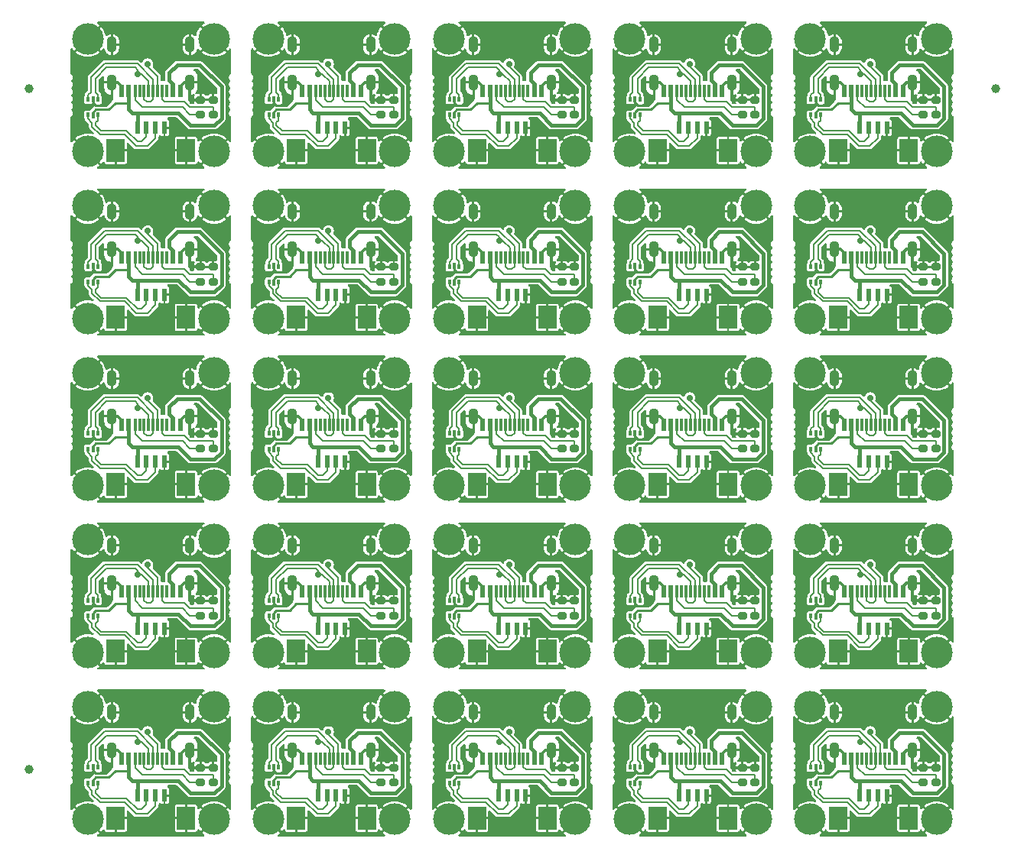
<source format=gtl>
%TF.GenerationSoftware,KiCad,Pcbnew,8.0.4*%
%TF.CreationDate,2024-09-08T15:35:45+08:00*%
%TF.ProjectId,c3-fpc-panelized_output,63332d66-7063-42d7-9061-6e656c697a65,rev?*%
%TF.SameCoordinates,PX5836c38PY1312d00*%
%TF.FileFunction,Copper,L1,Top*%
%TF.FilePolarity,Positive*%
%FSLAX46Y46*%
G04 Gerber Fmt 4.6, Leading zero omitted, Abs format (unit mm)*
G04 Created by KiCad (PCBNEW 8.0.4) date 2024-09-08 15:35:45*
%MOMM*%
%LPD*%
G01*
G04 APERTURE LIST*
G04 Aperture macros list*
%AMRoundRect*
0 Rectangle with rounded corners*
0 $1 Rounding radius*
0 $2 $3 $4 $5 $6 $7 $8 $9 X,Y pos of 4 corners*
0 Add a 4 corners polygon primitive as box body*
4,1,4,$2,$3,$4,$5,$6,$7,$8,$9,$2,$3,0*
0 Add four circle primitives for the rounded corners*
1,1,$1+$1,$2,$3*
1,1,$1+$1,$4,$5*
1,1,$1+$1,$6,$7*
1,1,$1+$1,$8,$9*
0 Add four rect primitives between the rounded corners*
20,1,$1+$1,$2,$3,$4,$5,0*
20,1,$1+$1,$4,$5,$6,$7,0*
20,1,$1+$1,$6,$7,$8,$9,0*
20,1,$1+$1,$8,$9,$2,$3,0*%
G04 Aperture macros list end*
%TA.AperFunction,ComponentPad*%
%ADD10C,3.500000*%
%TD*%
%TA.AperFunction,SMDPad,CuDef*%
%ADD11R,0.375000X0.500000*%
%TD*%
%TA.AperFunction,SMDPad,CuDef*%
%ADD12R,0.300000X0.650000*%
%TD*%
%TA.AperFunction,SMDPad,CuDef*%
%ADD13RoundRect,0.200000X0.275000X-0.200000X0.275000X0.200000X-0.275000X0.200000X-0.275000X-0.200000X0*%
%TD*%
%TA.AperFunction,SMDPad,CuDef*%
%ADD14R,0.500000X1.400000*%
%TD*%
%TA.AperFunction,SMDPad,CuDef*%
%ADD15R,2.000000X2.500000*%
%TD*%
%TA.AperFunction,SMDPad,CuDef*%
%ADD16R,0.600000X1.450000*%
%TD*%
%TA.AperFunction,SMDPad,CuDef*%
%ADD17R,0.300000X1.450000*%
%TD*%
%TA.AperFunction,ComponentPad*%
%ADD18O,1.100000X1.800000*%
%TD*%
%TA.AperFunction,SMDPad,CuDef*%
%ADD19RoundRect,0.200000X-0.275000X0.200000X-0.275000X-0.200000X0.275000X-0.200000X0.275000X0.200000X0*%
%TD*%
%TA.AperFunction,SMDPad,CuDef*%
%ADD20C,1.000000*%
%TD*%
%TA.AperFunction,ViaPad*%
%ADD21C,0.700000*%
%TD*%
%TA.AperFunction,Conductor*%
%ADD22C,0.200000*%
%TD*%
%TA.AperFunction,Conductor*%
%ADD23C,0.250000*%
%TD*%
%TA.AperFunction,Conductor*%
%ADD24C,0.300000*%
%TD*%
%TA.AperFunction,Conductor*%
%ADD25C,0.400000*%
%TD*%
G04 APERTURE END LIST*
D10*
%TO.P,REF\u002A\u002A,1*%
%TO.N,Board_24-GND*%
X103001000Y-88500000D03*
%TD*%
D11*
%TO.P,U1,1,I/O1*%
%TO.N,Board_4-DN*%
X90138500Y-8750000D03*
D12*
%TO.P,U1,2,GND*%
%TO.N,Board_4-GND*%
X89601000Y-8675000D03*
D11*
%TO.P,U1,3,I/O2*%
%TO.N,Board_4-DP*%
X89063500Y-8750000D03*
%TO.P,U1,4,I/O2*%
%TO.N,Board_4-D+*%
X89063500Y-10450000D03*
D12*
%TO.P,U1,5,VBUS*%
%TO.N,Board_4-UVCC*%
X89601000Y-10525000D03*
D11*
%TO.P,U1,6,I/O1*%
%TO.N,Board_4-D-*%
X90138500Y-10450000D03*
%TD*%
%TO.P,U1,1,I/O1*%
%TO.N,Board_20-DN*%
X10138500Y-82750000D03*
D12*
%TO.P,U1,2,GND*%
%TO.N,Board_20-GND*%
X9601000Y-82675000D03*
D11*
%TO.P,U1,3,I/O2*%
%TO.N,Board_20-DP*%
X9063500Y-82750000D03*
%TO.P,U1,4,I/O2*%
%TO.N,Board_20-D+*%
X9063500Y-84450000D03*
D12*
%TO.P,U1,5,VBUS*%
%TO.N,Board_20-UVCC*%
X9601000Y-84525000D03*
D11*
%TO.P,U1,6,I/O1*%
%TO.N,Board_20-D-*%
X10138500Y-84450000D03*
%TD*%
%TO.P,U1,1,I/O1*%
%TO.N,Board_24-DN*%
X90138500Y-82750000D03*
D12*
%TO.P,U1,2,GND*%
%TO.N,Board_24-GND*%
X89601000Y-82675000D03*
D11*
%TO.P,U1,3,I/O2*%
%TO.N,Board_24-DP*%
X89063500Y-82750000D03*
%TO.P,U1,4,I/O2*%
%TO.N,Board_24-D+*%
X89063500Y-84450000D03*
D12*
%TO.P,U1,5,VBUS*%
%TO.N,Board_24-UVCC*%
X89601000Y-84525000D03*
D11*
%TO.P,U1,6,I/O1*%
%TO.N,Board_24-D-*%
X90138500Y-84450000D03*
%TD*%
D13*
%TO.P,R1,1*%
%TO.N,Board_23-Net-(J1-CC1)*%
X82901000Y-84425000D03*
%TO.P,R1,2*%
%TO.N,Board_23-GND*%
X82901000Y-82775000D03*
%TD*%
%TO.P,R1,1*%
%TO.N,Board_21-Net-(J1-CC1)*%
X42901000Y-84425000D03*
%TO.P,R1,2*%
%TO.N,Board_21-GND*%
X42901000Y-82775000D03*
%TD*%
D10*
%TO.P,REF\u002A\u002A,1*%
%TO.N,Board_0-GND*%
X9001000Y-14500000D03*
%TD*%
D11*
%TO.P,U1,1,I/O1*%
%TO.N,Board_5-DN*%
X10138500Y-27250000D03*
D12*
%TO.P,U1,2,GND*%
%TO.N,Board_5-GND*%
X9601000Y-27175000D03*
D11*
%TO.P,U1,3,I/O2*%
%TO.N,Board_5-DP*%
X9063500Y-27250000D03*
%TO.P,U1,4,I/O2*%
%TO.N,Board_5-D+*%
X9063500Y-28950000D03*
D12*
%TO.P,U1,5,VBUS*%
%TO.N,Board_5-UVCC*%
X9601000Y-29025000D03*
D11*
%TO.P,U1,6,I/O1*%
%TO.N,Board_5-D-*%
X10138500Y-28950000D03*
%TD*%
D13*
%TO.P,R1,1*%
%TO.N,Board_14-Net-(J1-CC1)*%
X102901000Y-47425000D03*
%TO.P,R1,2*%
%TO.N,Board_14-GND*%
X102901000Y-45775000D03*
%TD*%
D14*
%TO.P,J2,1,Pin_1*%
%TO.N,Board_22-UVCC*%
X54501000Y-85850000D03*
%TO.P,J2,2,Pin_2*%
%TO.N,Board_22-D-*%
X55501000Y-85850000D03*
%TO.P,J2,3,Pin_3*%
%TO.N,Board_22-D+*%
X56501000Y-85850000D03*
%TO.P,J2,4,Pin_4*%
%TO.N,Board_22-GND*%
X57501000Y-85850000D03*
D15*
%TO.P,J2,MP,MountPin*%
X52101000Y-88375000D03*
X59901000Y-88375000D03*
%TD*%
D14*
%TO.P,J2,1,Pin_1*%
%TO.N,Board_6-UVCC*%
X34501000Y-30350000D03*
%TO.P,J2,2,Pin_2*%
%TO.N,Board_6-D-*%
X35501000Y-30350000D03*
%TO.P,J2,3,Pin_3*%
%TO.N,Board_6-D+*%
X36501000Y-30350000D03*
%TO.P,J2,4,Pin_4*%
%TO.N,Board_6-GND*%
X37501000Y-30350000D03*
D15*
%TO.P,J2,MP,MountPin*%
X32101000Y-32875000D03*
X39901000Y-32875000D03*
%TD*%
D16*
%TO.P,J1,A1,GND*%
%TO.N,Board_6-GND*%
X39251000Y-26245000D03*
%TO.P,J1,A4,VBUS*%
%TO.N,Board_6-UVCC*%
X38451000Y-26245000D03*
D17*
%TO.P,J1,A5,CC1*%
%TO.N,Board_6-Net-(J1-CC1)*%
X37251000Y-26245000D03*
%TO.P,J1,A6,D+*%
%TO.N,Board_6-DP*%
X36251000Y-26245000D03*
%TO.P,J1,A7,D-*%
%TO.N,Board_6-DN*%
X35751000Y-26245000D03*
%TO.P,J1,A8,SBU1*%
%TO.N,Board_6-unconnected-(J1-SBU1-PadA8)*%
X34751000Y-26245000D03*
D16*
%TO.P,J1,A9,VBUS*%
%TO.N,Board_6-UVCC*%
X33551000Y-26245000D03*
%TO.P,J1,A12,GND*%
%TO.N,Board_6-GND*%
X32751000Y-26245000D03*
%TO.P,J1,B1,GND*%
X32751000Y-26245000D03*
%TO.P,J1,B4,VBUS*%
%TO.N,Board_6-UVCC*%
X33551000Y-26245000D03*
D17*
%TO.P,J1,B5,CC2*%
%TO.N,Board_6-Net-(J1-CC2)*%
X34251000Y-26245000D03*
%TO.P,J1,B6,D+*%
%TO.N,Board_6-DP*%
X35251000Y-26245000D03*
%TO.P,J1,B7,D-*%
%TO.N,Board_6-DN*%
X36751000Y-26245000D03*
%TO.P,J1,B8,SBU2*%
%TO.N,Board_6-unconnected-(J1-SBU2-PadB8)*%
X37751000Y-26245000D03*
D16*
%TO.P,J1,B9,VBUS*%
%TO.N,Board_6-UVCC*%
X38451000Y-26245000D03*
%TO.P,J1,B12,GND*%
%TO.N,Board_6-GND*%
X39251000Y-26245000D03*
D18*
%TO.P,J1,S1,SHIELD*%
X40321000Y-25330000D03*
X40321000Y-21150000D03*
X31681000Y-25330000D03*
X31681000Y-21150000D03*
%TD*%
D19*
%TO.P,R2,1*%
%TO.N,Board_17-GND*%
X61501000Y-64275000D03*
%TO.P,R2,2*%
%TO.N,Board_17-Net-(J1-CC2)*%
X61501000Y-65925000D03*
%TD*%
D13*
%TO.P,R1,1*%
%TO.N,Board_3-Net-(J1-CC1)*%
X82901000Y-10425000D03*
%TO.P,R1,2*%
%TO.N,Board_3-GND*%
X82901000Y-8775000D03*
%TD*%
D16*
%TO.P,J1,A1,GND*%
%TO.N,Board_22-GND*%
X59251000Y-81745000D03*
%TO.P,J1,A4,VBUS*%
%TO.N,Board_22-UVCC*%
X58451000Y-81745000D03*
D17*
%TO.P,J1,A5,CC1*%
%TO.N,Board_22-Net-(J1-CC1)*%
X57251000Y-81745000D03*
%TO.P,J1,A6,D+*%
%TO.N,Board_22-DP*%
X56251000Y-81745000D03*
%TO.P,J1,A7,D-*%
%TO.N,Board_22-DN*%
X55751000Y-81745000D03*
%TO.P,J1,A8,SBU1*%
%TO.N,Board_22-unconnected-(J1-SBU1-PadA8)*%
X54751000Y-81745000D03*
D16*
%TO.P,J1,A9,VBUS*%
%TO.N,Board_22-UVCC*%
X53551000Y-81745000D03*
%TO.P,J1,A12,GND*%
%TO.N,Board_22-GND*%
X52751000Y-81745000D03*
%TO.P,J1,B1,GND*%
X52751000Y-81745000D03*
%TO.P,J1,B4,VBUS*%
%TO.N,Board_22-UVCC*%
X53551000Y-81745000D03*
D17*
%TO.P,J1,B5,CC2*%
%TO.N,Board_22-Net-(J1-CC2)*%
X54251000Y-81745000D03*
%TO.P,J1,B6,D+*%
%TO.N,Board_22-DP*%
X55251000Y-81745000D03*
%TO.P,J1,B7,D-*%
%TO.N,Board_22-DN*%
X56751000Y-81745000D03*
%TO.P,J1,B8,SBU2*%
%TO.N,Board_22-unconnected-(J1-SBU2-PadB8)*%
X57751000Y-81745000D03*
D16*
%TO.P,J1,B9,VBUS*%
%TO.N,Board_22-UVCC*%
X58451000Y-81745000D03*
%TO.P,J1,B12,GND*%
%TO.N,Board_22-GND*%
X59251000Y-81745000D03*
D18*
%TO.P,J1,S1,SHIELD*%
X60321000Y-80830000D03*
X60321000Y-76650000D03*
X51681000Y-80830000D03*
X51681000Y-76650000D03*
%TD*%
D10*
%TO.P,REF\u002A\u002A,1*%
%TO.N,Board_1-GND*%
X29001000Y-2000000D03*
%TD*%
D19*
%TO.P,R2,1*%
%TO.N,Board_7-GND*%
X61501000Y-27275000D03*
%TO.P,R2,2*%
%TO.N,Board_7-Net-(J1-CC2)*%
X61501000Y-28925000D03*
%TD*%
D10*
%TO.P,REF\u002A\u002A,1*%
%TO.N,Board_13-GND*%
X69001000Y-39000000D03*
%TD*%
%TO.P,REF\u002A\u002A,1*%
%TO.N,Board_4-GND*%
X89001000Y-14500000D03*
%TD*%
%TO.P,REF\u002A\u002A,1*%
%TO.N,Board_1-GND*%
X43001000Y-14500000D03*
%TD*%
D16*
%TO.P,J1,A1,GND*%
%TO.N,Board_19-GND*%
X99251000Y-63245000D03*
%TO.P,J1,A4,VBUS*%
%TO.N,Board_19-UVCC*%
X98451000Y-63245000D03*
D17*
%TO.P,J1,A5,CC1*%
%TO.N,Board_19-Net-(J1-CC1)*%
X97251000Y-63245000D03*
%TO.P,J1,A6,D+*%
%TO.N,Board_19-DP*%
X96251000Y-63245000D03*
%TO.P,J1,A7,D-*%
%TO.N,Board_19-DN*%
X95751000Y-63245000D03*
%TO.P,J1,A8,SBU1*%
%TO.N,Board_19-unconnected-(J1-SBU1-PadA8)*%
X94751000Y-63245000D03*
D16*
%TO.P,J1,A9,VBUS*%
%TO.N,Board_19-UVCC*%
X93551000Y-63245000D03*
%TO.P,J1,A12,GND*%
%TO.N,Board_19-GND*%
X92751000Y-63245000D03*
%TO.P,J1,B1,GND*%
X92751000Y-63245000D03*
%TO.P,J1,B4,VBUS*%
%TO.N,Board_19-UVCC*%
X93551000Y-63245000D03*
D17*
%TO.P,J1,B5,CC2*%
%TO.N,Board_19-Net-(J1-CC2)*%
X94251000Y-63245000D03*
%TO.P,J1,B6,D+*%
%TO.N,Board_19-DP*%
X95251000Y-63245000D03*
%TO.P,J1,B7,D-*%
%TO.N,Board_19-DN*%
X96751000Y-63245000D03*
%TO.P,J1,B8,SBU2*%
%TO.N,Board_19-unconnected-(J1-SBU2-PadB8)*%
X97751000Y-63245000D03*
D16*
%TO.P,J1,B9,VBUS*%
%TO.N,Board_19-UVCC*%
X98451000Y-63245000D03*
%TO.P,J1,B12,GND*%
%TO.N,Board_19-GND*%
X99251000Y-63245000D03*
D18*
%TO.P,J1,S1,SHIELD*%
X100321000Y-62330000D03*
X100321000Y-58150000D03*
X91681000Y-62330000D03*
X91681000Y-58150000D03*
%TD*%
D11*
%TO.P,U1,1,I/O1*%
%TO.N,Board_16-DN*%
X30138500Y-64250000D03*
D12*
%TO.P,U1,2,GND*%
%TO.N,Board_16-GND*%
X29601000Y-64175000D03*
D11*
%TO.P,U1,3,I/O2*%
%TO.N,Board_16-DP*%
X29063500Y-64250000D03*
%TO.P,U1,4,I/O2*%
%TO.N,Board_16-D+*%
X29063500Y-65950000D03*
D12*
%TO.P,U1,5,VBUS*%
%TO.N,Board_16-UVCC*%
X29601000Y-66025000D03*
D11*
%TO.P,U1,6,I/O1*%
%TO.N,Board_16-D-*%
X30138500Y-65950000D03*
%TD*%
D14*
%TO.P,J2,1,Pin_1*%
%TO.N,Board_17-UVCC*%
X54501000Y-67350000D03*
%TO.P,J2,2,Pin_2*%
%TO.N,Board_17-D-*%
X55501000Y-67350000D03*
%TO.P,J2,3,Pin_3*%
%TO.N,Board_17-D+*%
X56501000Y-67350000D03*
%TO.P,J2,4,Pin_4*%
%TO.N,Board_17-GND*%
X57501000Y-67350000D03*
D15*
%TO.P,J2,MP,MountPin*%
X52101000Y-69875000D03*
X59901000Y-69875000D03*
%TD*%
D19*
%TO.P,R2,1*%
%TO.N,Board_23-GND*%
X81501000Y-82775000D03*
%TO.P,R2,2*%
%TO.N,Board_23-Net-(J1-CC2)*%
X81501000Y-84425000D03*
%TD*%
D10*
%TO.P,REF\u002A\u002A,1*%
%TO.N,Board_16-GND*%
X43001000Y-57500000D03*
%TD*%
D16*
%TO.P,J1,A1,GND*%
%TO.N,Board_16-GND*%
X39251000Y-63245000D03*
%TO.P,J1,A4,VBUS*%
%TO.N,Board_16-UVCC*%
X38451000Y-63245000D03*
D17*
%TO.P,J1,A5,CC1*%
%TO.N,Board_16-Net-(J1-CC1)*%
X37251000Y-63245000D03*
%TO.P,J1,A6,D+*%
%TO.N,Board_16-DP*%
X36251000Y-63245000D03*
%TO.P,J1,A7,D-*%
%TO.N,Board_16-DN*%
X35751000Y-63245000D03*
%TO.P,J1,A8,SBU1*%
%TO.N,Board_16-unconnected-(J1-SBU1-PadA8)*%
X34751000Y-63245000D03*
D16*
%TO.P,J1,A9,VBUS*%
%TO.N,Board_16-UVCC*%
X33551000Y-63245000D03*
%TO.P,J1,A12,GND*%
%TO.N,Board_16-GND*%
X32751000Y-63245000D03*
%TO.P,J1,B1,GND*%
X32751000Y-63245000D03*
%TO.P,J1,B4,VBUS*%
%TO.N,Board_16-UVCC*%
X33551000Y-63245000D03*
D17*
%TO.P,J1,B5,CC2*%
%TO.N,Board_16-Net-(J1-CC2)*%
X34251000Y-63245000D03*
%TO.P,J1,B6,D+*%
%TO.N,Board_16-DP*%
X35251000Y-63245000D03*
%TO.P,J1,B7,D-*%
%TO.N,Board_16-DN*%
X36751000Y-63245000D03*
%TO.P,J1,B8,SBU2*%
%TO.N,Board_16-unconnected-(J1-SBU2-PadB8)*%
X37751000Y-63245000D03*
D16*
%TO.P,J1,B9,VBUS*%
%TO.N,Board_16-UVCC*%
X38451000Y-63245000D03*
%TO.P,J1,B12,GND*%
%TO.N,Board_16-GND*%
X39251000Y-63245000D03*
D18*
%TO.P,J1,S1,SHIELD*%
X40321000Y-62330000D03*
X40321000Y-58150000D03*
X31681000Y-62330000D03*
X31681000Y-58150000D03*
%TD*%
D10*
%TO.P,REF\u002A\u002A,1*%
%TO.N,Board_7-GND*%
X49001000Y-20500000D03*
%TD*%
D14*
%TO.P,J2,1,Pin_1*%
%TO.N,Board_21-UVCC*%
X34501000Y-85850000D03*
%TO.P,J2,2,Pin_2*%
%TO.N,Board_21-D-*%
X35501000Y-85850000D03*
%TO.P,J2,3,Pin_3*%
%TO.N,Board_21-D+*%
X36501000Y-85850000D03*
%TO.P,J2,4,Pin_4*%
%TO.N,Board_21-GND*%
X37501000Y-85850000D03*
D15*
%TO.P,J2,MP,MountPin*%
X32101000Y-88375000D03*
X39901000Y-88375000D03*
%TD*%
D10*
%TO.P,REF\u002A\u002A,1*%
%TO.N,Board_2-GND*%
X63001000Y-2000000D03*
%TD*%
%TO.P,REF\u002A\u002A,1*%
%TO.N,Board_18-GND*%
X69001000Y-57500000D03*
%TD*%
D13*
%TO.P,R1,1*%
%TO.N,Board_8-Net-(J1-CC1)*%
X82901000Y-28925000D03*
%TO.P,R1,2*%
%TO.N,Board_8-GND*%
X82901000Y-27275000D03*
%TD*%
%TO.P,R1,1*%
%TO.N,Board_19-Net-(J1-CC1)*%
X102901000Y-65925000D03*
%TO.P,R1,2*%
%TO.N,Board_19-GND*%
X102901000Y-64275000D03*
%TD*%
D10*
%TO.P,REF\u002A\u002A,1*%
%TO.N,Board_18-GND*%
X83001000Y-57500000D03*
%TD*%
D11*
%TO.P,U1,1,I/O1*%
%TO.N,Board_8-DN*%
X70138500Y-27250000D03*
D12*
%TO.P,U1,2,GND*%
%TO.N,Board_8-GND*%
X69601000Y-27175000D03*
D11*
%TO.P,U1,3,I/O2*%
%TO.N,Board_8-DP*%
X69063500Y-27250000D03*
%TO.P,U1,4,I/O2*%
%TO.N,Board_8-D+*%
X69063500Y-28950000D03*
D12*
%TO.P,U1,5,VBUS*%
%TO.N,Board_8-UVCC*%
X69601000Y-29025000D03*
D11*
%TO.P,U1,6,I/O1*%
%TO.N,Board_8-D-*%
X70138500Y-28950000D03*
%TD*%
D14*
%TO.P,J2,1,Pin_1*%
%TO.N,Board_12-UVCC*%
X54501000Y-48850000D03*
%TO.P,J2,2,Pin_2*%
%TO.N,Board_12-D-*%
X55501000Y-48850000D03*
%TO.P,J2,3,Pin_3*%
%TO.N,Board_12-D+*%
X56501000Y-48850000D03*
%TO.P,J2,4,Pin_4*%
%TO.N,Board_12-GND*%
X57501000Y-48850000D03*
D15*
%TO.P,J2,MP,MountPin*%
X52101000Y-51375000D03*
X59901000Y-51375000D03*
%TD*%
D10*
%TO.P,REF\u002A\u002A,1*%
%TO.N,Board_20-GND*%
X9001000Y-76000000D03*
%TD*%
%TO.P,REF\u002A\u002A,1*%
%TO.N,Board_6-GND*%
X43001000Y-33000000D03*
%TD*%
%TO.P,REF\u002A\u002A,1*%
%TO.N,Board_16-GND*%
X43001000Y-70000000D03*
%TD*%
%TO.P,REF\u002A\u002A,1*%
%TO.N,Board_12-GND*%
X63001000Y-51500000D03*
%TD*%
D16*
%TO.P,J1,A1,GND*%
%TO.N,Board_5-GND*%
X19251000Y-26245000D03*
%TO.P,J1,A4,VBUS*%
%TO.N,Board_5-UVCC*%
X18451000Y-26245000D03*
D17*
%TO.P,J1,A5,CC1*%
%TO.N,Board_5-Net-(J1-CC1)*%
X17251000Y-26245000D03*
%TO.P,J1,A6,D+*%
%TO.N,Board_5-DP*%
X16251000Y-26245000D03*
%TO.P,J1,A7,D-*%
%TO.N,Board_5-DN*%
X15751000Y-26245000D03*
%TO.P,J1,A8,SBU1*%
%TO.N,Board_5-unconnected-(J1-SBU1-PadA8)*%
X14751000Y-26245000D03*
D16*
%TO.P,J1,A9,VBUS*%
%TO.N,Board_5-UVCC*%
X13551000Y-26245000D03*
%TO.P,J1,A12,GND*%
%TO.N,Board_5-GND*%
X12751000Y-26245000D03*
%TO.P,J1,B1,GND*%
X12751000Y-26245000D03*
%TO.P,J1,B4,VBUS*%
%TO.N,Board_5-UVCC*%
X13551000Y-26245000D03*
D17*
%TO.P,J1,B5,CC2*%
%TO.N,Board_5-Net-(J1-CC2)*%
X14251000Y-26245000D03*
%TO.P,J1,B6,D+*%
%TO.N,Board_5-DP*%
X15251000Y-26245000D03*
%TO.P,J1,B7,D-*%
%TO.N,Board_5-DN*%
X16751000Y-26245000D03*
%TO.P,J1,B8,SBU2*%
%TO.N,Board_5-unconnected-(J1-SBU2-PadB8)*%
X17751000Y-26245000D03*
D16*
%TO.P,J1,B9,VBUS*%
%TO.N,Board_5-UVCC*%
X18451000Y-26245000D03*
%TO.P,J1,B12,GND*%
%TO.N,Board_5-GND*%
X19251000Y-26245000D03*
D18*
%TO.P,J1,S1,SHIELD*%
X20321000Y-25330000D03*
X20321000Y-21150000D03*
X11681000Y-25330000D03*
X11681000Y-21150000D03*
%TD*%
D13*
%TO.P,R1,1*%
%TO.N,Board_2-Net-(J1-CC1)*%
X62901000Y-10425000D03*
%TO.P,R1,2*%
%TO.N,Board_2-GND*%
X62901000Y-8775000D03*
%TD*%
D16*
%TO.P,J1,A1,GND*%
%TO.N,Board_4-GND*%
X99251000Y-7745000D03*
%TO.P,J1,A4,VBUS*%
%TO.N,Board_4-UVCC*%
X98451000Y-7745000D03*
D17*
%TO.P,J1,A5,CC1*%
%TO.N,Board_4-Net-(J1-CC1)*%
X97251000Y-7745000D03*
%TO.P,J1,A6,D+*%
%TO.N,Board_4-DP*%
X96251000Y-7745000D03*
%TO.P,J1,A7,D-*%
%TO.N,Board_4-DN*%
X95751000Y-7745000D03*
%TO.P,J1,A8,SBU1*%
%TO.N,Board_4-unconnected-(J1-SBU1-PadA8)*%
X94751000Y-7745000D03*
D16*
%TO.P,J1,A9,VBUS*%
%TO.N,Board_4-UVCC*%
X93551000Y-7745000D03*
%TO.P,J1,A12,GND*%
%TO.N,Board_4-GND*%
X92751000Y-7745000D03*
%TO.P,J1,B1,GND*%
X92751000Y-7745000D03*
%TO.P,J1,B4,VBUS*%
%TO.N,Board_4-UVCC*%
X93551000Y-7745000D03*
D17*
%TO.P,J1,B5,CC2*%
%TO.N,Board_4-Net-(J1-CC2)*%
X94251000Y-7745000D03*
%TO.P,J1,B6,D+*%
%TO.N,Board_4-DP*%
X95251000Y-7745000D03*
%TO.P,J1,B7,D-*%
%TO.N,Board_4-DN*%
X96751000Y-7745000D03*
%TO.P,J1,B8,SBU2*%
%TO.N,Board_4-unconnected-(J1-SBU2-PadB8)*%
X97751000Y-7745000D03*
D16*
%TO.P,J1,B9,VBUS*%
%TO.N,Board_4-UVCC*%
X98451000Y-7745000D03*
%TO.P,J1,B12,GND*%
%TO.N,Board_4-GND*%
X99251000Y-7745000D03*
D18*
%TO.P,J1,S1,SHIELD*%
X100321000Y-6830000D03*
X100321000Y-2650000D03*
X91681000Y-6830000D03*
X91681000Y-2650000D03*
%TD*%
D10*
%TO.P,REF\u002A\u002A,1*%
%TO.N,Board_15-GND*%
X9001000Y-57500000D03*
%TD*%
%TO.P,REF\u002A\u002A,1*%
%TO.N,Board_13-GND*%
X83001000Y-51500000D03*
%TD*%
%TO.P,REF\u002A\u002A,1*%
%TO.N,Board_21-GND*%
X43001000Y-76000000D03*
%TD*%
D19*
%TO.P,R2,1*%
%TO.N,Board_9-GND*%
X101501000Y-27275000D03*
%TO.P,R2,2*%
%TO.N,Board_9-Net-(J1-CC2)*%
X101501000Y-28925000D03*
%TD*%
D16*
%TO.P,J1,A1,GND*%
%TO.N,Board_20-GND*%
X19251000Y-81745000D03*
%TO.P,J1,A4,VBUS*%
%TO.N,Board_20-UVCC*%
X18451000Y-81745000D03*
D17*
%TO.P,J1,A5,CC1*%
%TO.N,Board_20-Net-(J1-CC1)*%
X17251000Y-81745000D03*
%TO.P,J1,A6,D+*%
%TO.N,Board_20-DP*%
X16251000Y-81745000D03*
%TO.P,J1,A7,D-*%
%TO.N,Board_20-DN*%
X15751000Y-81745000D03*
%TO.P,J1,A8,SBU1*%
%TO.N,Board_20-unconnected-(J1-SBU1-PadA8)*%
X14751000Y-81745000D03*
D16*
%TO.P,J1,A9,VBUS*%
%TO.N,Board_20-UVCC*%
X13551000Y-81745000D03*
%TO.P,J1,A12,GND*%
%TO.N,Board_20-GND*%
X12751000Y-81745000D03*
%TO.P,J1,B1,GND*%
X12751000Y-81745000D03*
%TO.P,J1,B4,VBUS*%
%TO.N,Board_20-UVCC*%
X13551000Y-81745000D03*
D17*
%TO.P,J1,B5,CC2*%
%TO.N,Board_20-Net-(J1-CC2)*%
X14251000Y-81745000D03*
%TO.P,J1,B6,D+*%
%TO.N,Board_20-DP*%
X15251000Y-81745000D03*
%TO.P,J1,B7,D-*%
%TO.N,Board_20-DN*%
X16751000Y-81745000D03*
%TO.P,J1,B8,SBU2*%
%TO.N,Board_20-unconnected-(J1-SBU2-PadB8)*%
X17751000Y-81745000D03*
D16*
%TO.P,J1,B9,VBUS*%
%TO.N,Board_20-UVCC*%
X18451000Y-81745000D03*
%TO.P,J1,B12,GND*%
%TO.N,Board_20-GND*%
X19251000Y-81745000D03*
D18*
%TO.P,J1,S1,SHIELD*%
X20321000Y-80830000D03*
X20321000Y-76650000D03*
X11681000Y-80830000D03*
X11681000Y-76650000D03*
%TD*%
D10*
%TO.P,REF\u002A\u002A,1*%
%TO.N,Board_10-GND*%
X23001000Y-51500000D03*
%TD*%
%TO.P,REF\u002A\u002A,1*%
%TO.N,Board_5-GND*%
X23001000Y-20500000D03*
%TD*%
D16*
%TO.P,J1,A1,GND*%
%TO.N,Board_24-GND*%
X99251000Y-81745000D03*
%TO.P,J1,A4,VBUS*%
%TO.N,Board_24-UVCC*%
X98451000Y-81745000D03*
D17*
%TO.P,J1,A5,CC1*%
%TO.N,Board_24-Net-(J1-CC1)*%
X97251000Y-81745000D03*
%TO.P,J1,A6,D+*%
%TO.N,Board_24-DP*%
X96251000Y-81745000D03*
%TO.P,J1,A7,D-*%
%TO.N,Board_24-DN*%
X95751000Y-81745000D03*
%TO.P,J1,A8,SBU1*%
%TO.N,Board_24-unconnected-(J1-SBU1-PadA8)*%
X94751000Y-81745000D03*
D16*
%TO.P,J1,A9,VBUS*%
%TO.N,Board_24-UVCC*%
X93551000Y-81745000D03*
%TO.P,J1,A12,GND*%
%TO.N,Board_24-GND*%
X92751000Y-81745000D03*
%TO.P,J1,B1,GND*%
X92751000Y-81745000D03*
%TO.P,J1,B4,VBUS*%
%TO.N,Board_24-UVCC*%
X93551000Y-81745000D03*
D17*
%TO.P,J1,B5,CC2*%
%TO.N,Board_24-Net-(J1-CC2)*%
X94251000Y-81745000D03*
%TO.P,J1,B6,D+*%
%TO.N,Board_24-DP*%
X95251000Y-81745000D03*
%TO.P,J1,B7,D-*%
%TO.N,Board_24-DN*%
X96751000Y-81745000D03*
%TO.P,J1,B8,SBU2*%
%TO.N,Board_24-unconnected-(J1-SBU2-PadB8)*%
X97751000Y-81745000D03*
D16*
%TO.P,J1,B9,VBUS*%
%TO.N,Board_24-UVCC*%
X98451000Y-81745000D03*
%TO.P,J1,B12,GND*%
%TO.N,Board_24-GND*%
X99251000Y-81745000D03*
D18*
%TO.P,J1,S1,SHIELD*%
X100321000Y-80830000D03*
X100321000Y-76650000D03*
X91681000Y-80830000D03*
X91681000Y-76650000D03*
%TD*%
D14*
%TO.P,J2,1,Pin_1*%
%TO.N,Board_16-UVCC*%
X34501000Y-67350000D03*
%TO.P,J2,2,Pin_2*%
%TO.N,Board_16-D-*%
X35501000Y-67350000D03*
%TO.P,J2,3,Pin_3*%
%TO.N,Board_16-D+*%
X36501000Y-67350000D03*
%TO.P,J2,4,Pin_4*%
%TO.N,Board_16-GND*%
X37501000Y-67350000D03*
D15*
%TO.P,J2,MP,MountPin*%
X32101000Y-69875000D03*
X39901000Y-69875000D03*
%TD*%
D19*
%TO.P,R2,1*%
%TO.N,Board_18-GND*%
X81501000Y-64275000D03*
%TO.P,R2,2*%
%TO.N,Board_18-Net-(J1-CC2)*%
X81501000Y-65925000D03*
%TD*%
D10*
%TO.P,REF\u002A\u002A,1*%
%TO.N,Board_6-GND*%
X43001000Y-20500000D03*
%TD*%
D19*
%TO.P,R2,1*%
%TO.N,Board_10-GND*%
X21501000Y-45775000D03*
%TO.P,R2,2*%
%TO.N,Board_10-Net-(J1-CC2)*%
X21501000Y-47425000D03*
%TD*%
D10*
%TO.P,REF\u002A\u002A,1*%
%TO.N,Board_11-GND*%
X29001000Y-39000000D03*
%TD*%
D20*
%TO.P,KiKit_FID_T_2,*%
%TO.N,*%
X109502000Y-7500000D03*
%TD*%
D10*
%TO.P,REF\u002A\u002A,1*%
%TO.N,Board_1-GND*%
X43001000Y-2000000D03*
%TD*%
%TO.P,REF\u002A\u002A,1*%
%TO.N,Board_17-GND*%
X63001000Y-70000000D03*
%TD*%
%TO.P,REF\u002A\u002A,1*%
%TO.N,Board_21-GND*%
X43001000Y-88500000D03*
%TD*%
D14*
%TO.P,J2,1,Pin_1*%
%TO.N,Board_19-UVCC*%
X94501000Y-67350000D03*
%TO.P,J2,2,Pin_2*%
%TO.N,Board_19-D-*%
X95501000Y-67350000D03*
%TO.P,J2,3,Pin_3*%
%TO.N,Board_19-D+*%
X96501000Y-67350000D03*
%TO.P,J2,4,Pin_4*%
%TO.N,Board_19-GND*%
X97501000Y-67350000D03*
D15*
%TO.P,J2,MP,MountPin*%
X92101000Y-69875000D03*
X99901000Y-69875000D03*
%TD*%
D16*
%TO.P,J1,A1,GND*%
%TO.N,Board_3-GND*%
X79251000Y-7745000D03*
%TO.P,J1,A4,VBUS*%
%TO.N,Board_3-UVCC*%
X78451000Y-7745000D03*
D17*
%TO.P,J1,A5,CC1*%
%TO.N,Board_3-Net-(J1-CC1)*%
X77251000Y-7745000D03*
%TO.P,J1,A6,D+*%
%TO.N,Board_3-DP*%
X76251000Y-7745000D03*
%TO.P,J1,A7,D-*%
%TO.N,Board_3-DN*%
X75751000Y-7745000D03*
%TO.P,J1,A8,SBU1*%
%TO.N,Board_3-unconnected-(J1-SBU1-PadA8)*%
X74751000Y-7745000D03*
D16*
%TO.P,J1,A9,VBUS*%
%TO.N,Board_3-UVCC*%
X73551000Y-7745000D03*
%TO.P,J1,A12,GND*%
%TO.N,Board_3-GND*%
X72751000Y-7745000D03*
%TO.P,J1,B1,GND*%
X72751000Y-7745000D03*
%TO.P,J1,B4,VBUS*%
%TO.N,Board_3-UVCC*%
X73551000Y-7745000D03*
D17*
%TO.P,J1,B5,CC2*%
%TO.N,Board_3-Net-(J1-CC2)*%
X74251000Y-7745000D03*
%TO.P,J1,B6,D+*%
%TO.N,Board_3-DP*%
X75251000Y-7745000D03*
%TO.P,J1,B7,D-*%
%TO.N,Board_3-DN*%
X76751000Y-7745000D03*
%TO.P,J1,B8,SBU2*%
%TO.N,Board_3-unconnected-(J1-SBU2-PadB8)*%
X77751000Y-7745000D03*
D16*
%TO.P,J1,B9,VBUS*%
%TO.N,Board_3-UVCC*%
X78451000Y-7745000D03*
%TO.P,J1,B12,GND*%
%TO.N,Board_3-GND*%
X79251000Y-7745000D03*
D18*
%TO.P,J1,S1,SHIELD*%
X80321000Y-6830000D03*
X80321000Y-2650000D03*
X71681000Y-6830000D03*
X71681000Y-2650000D03*
%TD*%
D13*
%TO.P,R1,1*%
%TO.N,Board_17-Net-(J1-CC1)*%
X62901000Y-65925000D03*
%TO.P,R1,2*%
%TO.N,Board_17-GND*%
X62901000Y-64275000D03*
%TD*%
D10*
%TO.P,REF\u002A\u002A,1*%
%TO.N,Board_9-GND*%
X89001000Y-33000000D03*
%TD*%
%TO.P,REF\u002A\u002A,1*%
%TO.N,Board_24-GND*%
X103001000Y-76000000D03*
%TD*%
D11*
%TO.P,U1,1,I/O1*%
%TO.N,Board_3-DN*%
X70138500Y-8750000D03*
D12*
%TO.P,U1,2,GND*%
%TO.N,Board_3-GND*%
X69601000Y-8675000D03*
D11*
%TO.P,U1,3,I/O2*%
%TO.N,Board_3-DP*%
X69063500Y-8750000D03*
%TO.P,U1,4,I/O2*%
%TO.N,Board_3-D+*%
X69063500Y-10450000D03*
D12*
%TO.P,U1,5,VBUS*%
%TO.N,Board_3-UVCC*%
X69601000Y-10525000D03*
D11*
%TO.P,U1,6,I/O1*%
%TO.N,Board_3-D-*%
X70138500Y-10450000D03*
%TD*%
D16*
%TO.P,J1,A1,GND*%
%TO.N,Board_21-GND*%
X39251000Y-81745000D03*
%TO.P,J1,A4,VBUS*%
%TO.N,Board_21-UVCC*%
X38451000Y-81745000D03*
D17*
%TO.P,J1,A5,CC1*%
%TO.N,Board_21-Net-(J1-CC1)*%
X37251000Y-81745000D03*
%TO.P,J1,A6,D+*%
%TO.N,Board_21-DP*%
X36251000Y-81745000D03*
%TO.P,J1,A7,D-*%
%TO.N,Board_21-DN*%
X35751000Y-81745000D03*
%TO.P,J1,A8,SBU1*%
%TO.N,Board_21-unconnected-(J1-SBU1-PadA8)*%
X34751000Y-81745000D03*
D16*
%TO.P,J1,A9,VBUS*%
%TO.N,Board_21-UVCC*%
X33551000Y-81745000D03*
%TO.P,J1,A12,GND*%
%TO.N,Board_21-GND*%
X32751000Y-81745000D03*
%TO.P,J1,B1,GND*%
X32751000Y-81745000D03*
%TO.P,J1,B4,VBUS*%
%TO.N,Board_21-UVCC*%
X33551000Y-81745000D03*
D17*
%TO.P,J1,B5,CC2*%
%TO.N,Board_21-Net-(J1-CC2)*%
X34251000Y-81745000D03*
%TO.P,J1,B6,D+*%
%TO.N,Board_21-DP*%
X35251000Y-81745000D03*
%TO.P,J1,B7,D-*%
%TO.N,Board_21-DN*%
X36751000Y-81745000D03*
%TO.P,J1,B8,SBU2*%
%TO.N,Board_21-unconnected-(J1-SBU2-PadB8)*%
X37751000Y-81745000D03*
D16*
%TO.P,J1,B9,VBUS*%
%TO.N,Board_21-UVCC*%
X38451000Y-81745000D03*
%TO.P,J1,B12,GND*%
%TO.N,Board_21-GND*%
X39251000Y-81745000D03*
D18*
%TO.P,J1,S1,SHIELD*%
X40321000Y-80830000D03*
X40321000Y-76650000D03*
X31681000Y-80830000D03*
X31681000Y-76650000D03*
%TD*%
D11*
%TO.P,U1,1,I/O1*%
%TO.N,Board_6-DN*%
X30138500Y-27250000D03*
D12*
%TO.P,U1,2,GND*%
%TO.N,Board_6-GND*%
X29601000Y-27175000D03*
D11*
%TO.P,U1,3,I/O2*%
%TO.N,Board_6-DP*%
X29063500Y-27250000D03*
%TO.P,U1,4,I/O2*%
%TO.N,Board_6-D+*%
X29063500Y-28950000D03*
D12*
%TO.P,U1,5,VBUS*%
%TO.N,Board_6-UVCC*%
X29601000Y-29025000D03*
D11*
%TO.P,U1,6,I/O1*%
%TO.N,Board_6-D-*%
X30138500Y-28950000D03*
%TD*%
D10*
%TO.P,REF\u002A\u002A,1*%
%TO.N,Board_22-GND*%
X63001000Y-88500000D03*
%TD*%
%TO.P,REF\u002A\u002A,1*%
%TO.N,Board_11-GND*%
X43001000Y-51500000D03*
%TD*%
D13*
%TO.P,R1,1*%
%TO.N,Board_18-Net-(J1-CC1)*%
X82901000Y-65925000D03*
%TO.P,R1,2*%
%TO.N,Board_18-GND*%
X82901000Y-64275000D03*
%TD*%
D11*
%TO.P,U1,1,I/O1*%
%TO.N,Board_18-DN*%
X70138500Y-64250000D03*
D12*
%TO.P,U1,2,GND*%
%TO.N,Board_18-GND*%
X69601000Y-64175000D03*
D11*
%TO.P,U1,3,I/O2*%
%TO.N,Board_18-DP*%
X69063500Y-64250000D03*
%TO.P,U1,4,I/O2*%
%TO.N,Board_18-D+*%
X69063500Y-65950000D03*
D12*
%TO.P,U1,5,VBUS*%
%TO.N,Board_18-UVCC*%
X69601000Y-66025000D03*
D11*
%TO.P,U1,6,I/O1*%
%TO.N,Board_18-D-*%
X70138500Y-65950000D03*
%TD*%
D10*
%TO.P,REF\u002A\u002A,1*%
%TO.N,Board_22-GND*%
X49001000Y-88500000D03*
%TD*%
D11*
%TO.P,U1,1,I/O1*%
%TO.N,Board_21-DN*%
X30138500Y-82750000D03*
D12*
%TO.P,U1,2,GND*%
%TO.N,Board_21-GND*%
X29601000Y-82675000D03*
D11*
%TO.P,U1,3,I/O2*%
%TO.N,Board_21-DP*%
X29063500Y-82750000D03*
%TO.P,U1,4,I/O2*%
%TO.N,Board_21-D+*%
X29063500Y-84450000D03*
D12*
%TO.P,U1,5,VBUS*%
%TO.N,Board_21-UVCC*%
X29601000Y-84525000D03*
D11*
%TO.P,U1,6,I/O1*%
%TO.N,Board_21-D-*%
X30138500Y-84450000D03*
%TD*%
D10*
%TO.P,REF\u002A\u002A,1*%
%TO.N,Board_7-GND*%
X63001000Y-33000000D03*
%TD*%
D13*
%TO.P,R1,1*%
%TO.N,Board_10-Net-(J1-CC1)*%
X22901000Y-47425000D03*
%TO.P,R1,2*%
%TO.N,Board_10-GND*%
X22901000Y-45775000D03*
%TD*%
D10*
%TO.P,REF\u002A\u002A,1*%
%TO.N,Board_2-GND*%
X63001000Y-14500000D03*
%TD*%
D16*
%TO.P,J1,A1,GND*%
%TO.N,Board_23-GND*%
X79251000Y-81745000D03*
%TO.P,J1,A4,VBUS*%
%TO.N,Board_23-UVCC*%
X78451000Y-81745000D03*
D17*
%TO.P,J1,A5,CC1*%
%TO.N,Board_23-Net-(J1-CC1)*%
X77251000Y-81745000D03*
%TO.P,J1,A6,D+*%
%TO.N,Board_23-DP*%
X76251000Y-81745000D03*
%TO.P,J1,A7,D-*%
%TO.N,Board_23-DN*%
X75751000Y-81745000D03*
%TO.P,J1,A8,SBU1*%
%TO.N,Board_23-unconnected-(J1-SBU1-PadA8)*%
X74751000Y-81745000D03*
D16*
%TO.P,J1,A9,VBUS*%
%TO.N,Board_23-UVCC*%
X73551000Y-81745000D03*
%TO.P,J1,A12,GND*%
%TO.N,Board_23-GND*%
X72751000Y-81745000D03*
%TO.P,J1,B1,GND*%
X72751000Y-81745000D03*
%TO.P,J1,B4,VBUS*%
%TO.N,Board_23-UVCC*%
X73551000Y-81745000D03*
D17*
%TO.P,J1,B5,CC2*%
%TO.N,Board_23-Net-(J1-CC2)*%
X74251000Y-81745000D03*
%TO.P,J1,B6,D+*%
%TO.N,Board_23-DP*%
X75251000Y-81745000D03*
%TO.P,J1,B7,D-*%
%TO.N,Board_23-DN*%
X76751000Y-81745000D03*
%TO.P,J1,B8,SBU2*%
%TO.N,Board_23-unconnected-(J1-SBU2-PadB8)*%
X77751000Y-81745000D03*
D16*
%TO.P,J1,B9,VBUS*%
%TO.N,Board_23-UVCC*%
X78451000Y-81745000D03*
%TO.P,J1,B12,GND*%
%TO.N,Board_23-GND*%
X79251000Y-81745000D03*
D18*
%TO.P,J1,S1,SHIELD*%
X80321000Y-80830000D03*
X80321000Y-76650000D03*
X71681000Y-80830000D03*
X71681000Y-76650000D03*
%TD*%
D10*
%TO.P,REF\u002A\u002A,1*%
%TO.N,Board_4-GND*%
X89001000Y-2000000D03*
%TD*%
%TO.P,REF\u002A\u002A,1*%
%TO.N,Board_12-GND*%
X49001000Y-39000000D03*
%TD*%
D20*
%TO.P,KiKit_FID_T_1,*%
%TO.N,*%
X2500000Y-7500000D03*
%TD*%
D10*
%TO.P,REF\u002A\u002A,1*%
%TO.N,Board_19-GND*%
X89001000Y-70000000D03*
%TD*%
%TO.P,REF\u002A\u002A,1*%
%TO.N,Board_10-GND*%
X9001000Y-51500000D03*
%TD*%
%TO.P,REF\u002A\u002A,1*%
%TO.N,Board_8-GND*%
X69001000Y-20500000D03*
%TD*%
D14*
%TO.P,J2,1,Pin_1*%
%TO.N,Board_7-UVCC*%
X54501000Y-30350000D03*
%TO.P,J2,2,Pin_2*%
%TO.N,Board_7-D-*%
X55501000Y-30350000D03*
%TO.P,J2,3,Pin_3*%
%TO.N,Board_7-D+*%
X56501000Y-30350000D03*
%TO.P,J2,4,Pin_4*%
%TO.N,Board_7-GND*%
X57501000Y-30350000D03*
D15*
%TO.P,J2,MP,MountPin*%
X52101000Y-32875000D03*
X59901000Y-32875000D03*
%TD*%
D16*
%TO.P,J1,A1,GND*%
%TO.N,Board_12-GND*%
X59251000Y-44745000D03*
%TO.P,J1,A4,VBUS*%
%TO.N,Board_12-UVCC*%
X58451000Y-44745000D03*
D17*
%TO.P,J1,A5,CC1*%
%TO.N,Board_12-Net-(J1-CC1)*%
X57251000Y-44745000D03*
%TO.P,J1,A6,D+*%
%TO.N,Board_12-DP*%
X56251000Y-44745000D03*
%TO.P,J1,A7,D-*%
%TO.N,Board_12-DN*%
X55751000Y-44745000D03*
%TO.P,J1,A8,SBU1*%
%TO.N,Board_12-unconnected-(J1-SBU1-PadA8)*%
X54751000Y-44745000D03*
D16*
%TO.P,J1,A9,VBUS*%
%TO.N,Board_12-UVCC*%
X53551000Y-44745000D03*
%TO.P,J1,A12,GND*%
%TO.N,Board_12-GND*%
X52751000Y-44745000D03*
%TO.P,J1,B1,GND*%
X52751000Y-44745000D03*
%TO.P,J1,B4,VBUS*%
%TO.N,Board_12-UVCC*%
X53551000Y-44745000D03*
D17*
%TO.P,J1,B5,CC2*%
%TO.N,Board_12-Net-(J1-CC2)*%
X54251000Y-44745000D03*
%TO.P,J1,B6,D+*%
%TO.N,Board_12-DP*%
X55251000Y-44745000D03*
%TO.P,J1,B7,D-*%
%TO.N,Board_12-DN*%
X56751000Y-44745000D03*
%TO.P,J1,B8,SBU2*%
%TO.N,Board_12-unconnected-(J1-SBU2-PadB8)*%
X57751000Y-44745000D03*
D16*
%TO.P,J1,B9,VBUS*%
%TO.N,Board_12-UVCC*%
X58451000Y-44745000D03*
%TO.P,J1,B12,GND*%
%TO.N,Board_12-GND*%
X59251000Y-44745000D03*
D18*
%TO.P,J1,S1,SHIELD*%
X60321000Y-43830000D03*
X60321000Y-39650000D03*
X51681000Y-43830000D03*
X51681000Y-39650000D03*
%TD*%
D11*
%TO.P,U1,1,I/O1*%
%TO.N,Board_11-DN*%
X30138500Y-45750000D03*
D12*
%TO.P,U1,2,GND*%
%TO.N,Board_11-GND*%
X29601000Y-45675000D03*
D11*
%TO.P,U1,3,I/O2*%
%TO.N,Board_11-DP*%
X29063500Y-45750000D03*
%TO.P,U1,4,I/O2*%
%TO.N,Board_11-D+*%
X29063500Y-47450000D03*
D12*
%TO.P,U1,5,VBUS*%
%TO.N,Board_11-UVCC*%
X29601000Y-47525000D03*
D11*
%TO.P,U1,6,I/O1*%
%TO.N,Board_11-D-*%
X30138500Y-47450000D03*
%TD*%
D10*
%TO.P,REF\u002A\u002A,1*%
%TO.N,Board_4-GND*%
X103001000Y-2000000D03*
%TD*%
D11*
%TO.P,U1,1,I/O1*%
%TO.N,Board_14-DN*%
X90138500Y-45750000D03*
D12*
%TO.P,U1,2,GND*%
%TO.N,Board_14-GND*%
X89601000Y-45675000D03*
D11*
%TO.P,U1,3,I/O2*%
%TO.N,Board_14-DP*%
X89063500Y-45750000D03*
%TO.P,U1,4,I/O2*%
%TO.N,Board_14-D+*%
X89063500Y-47450000D03*
D12*
%TO.P,U1,5,VBUS*%
%TO.N,Board_14-UVCC*%
X89601000Y-47525000D03*
D11*
%TO.P,U1,6,I/O1*%
%TO.N,Board_14-D-*%
X90138500Y-47450000D03*
%TD*%
D14*
%TO.P,J2,1,Pin_1*%
%TO.N,Board_14-UVCC*%
X94501000Y-48850000D03*
%TO.P,J2,2,Pin_2*%
%TO.N,Board_14-D-*%
X95501000Y-48850000D03*
%TO.P,J2,3,Pin_3*%
%TO.N,Board_14-D+*%
X96501000Y-48850000D03*
%TO.P,J2,4,Pin_4*%
%TO.N,Board_14-GND*%
X97501000Y-48850000D03*
D15*
%TO.P,J2,MP,MountPin*%
X92101000Y-51375000D03*
X99901000Y-51375000D03*
%TD*%
D11*
%TO.P,U1,1,I/O1*%
%TO.N,Board_9-DN*%
X90138500Y-27250000D03*
D12*
%TO.P,U1,2,GND*%
%TO.N,Board_9-GND*%
X89601000Y-27175000D03*
D11*
%TO.P,U1,3,I/O2*%
%TO.N,Board_9-DP*%
X89063500Y-27250000D03*
%TO.P,U1,4,I/O2*%
%TO.N,Board_9-D+*%
X89063500Y-28950000D03*
D12*
%TO.P,U1,5,VBUS*%
%TO.N,Board_9-UVCC*%
X89601000Y-29025000D03*
D11*
%TO.P,U1,6,I/O1*%
%TO.N,Board_9-D-*%
X90138500Y-28950000D03*
%TD*%
D10*
%TO.P,REF\u002A\u002A,1*%
%TO.N,Board_6-GND*%
X29001000Y-20500000D03*
%TD*%
D13*
%TO.P,R1,1*%
%TO.N,Board_16-Net-(J1-CC1)*%
X42901000Y-65925000D03*
%TO.P,R1,2*%
%TO.N,Board_16-GND*%
X42901000Y-64275000D03*
%TD*%
D10*
%TO.P,REF\u002A\u002A,1*%
%TO.N,Board_22-GND*%
X49001000Y-76000000D03*
%TD*%
D19*
%TO.P,R2,1*%
%TO.N,Board_22-GND*%
X61501000Y-82775000D03*
%TO.P,R2,2*%
%TO.N,Board_22-Net-(J1-CC2)*%
X61501000Y-84425000D03*
%TD*%
D10*
%TO.P,REF\u002A\u002A,1*%
%TO.N,Board_3-GND*%
X83001000Y-14500000D03*
%TD*%
D14*
%TO.P,J2,1,Pin_1*%
%TO.N,Board_18-UVCC*%
X74501000Y-67350000D03*
%TO.P,J2,2,Pin_2*%
%TO.N,Board_18-D-*%
X75501000Y-67350000D03*
%TO.P,J2,3,Pin_3*%
%TO.N,Board_18-D+*%
X76501000Y-67350000D03*
%TO.P,J2,4,Pin_4*%
%TO.N,Board_18-GND*%
X77501000Y-67350000D03*
D15*
%TO.P,J2,MP,MountPin*%
X72101000Y-69875000D03*
X79901000Y-69875000D03*
%TD*%
D10*
%TO.P,REF\u002A\u002A,1*%
%TO.N,Board_22-GND*%
X63001000Y-76000000D03*
%TD*%
D14*
%TO.P,J2,1,Pin_1*%
%TO.N,Board_5-UVCC*%
X14501000Y-30350000D03*
%TO.P,J2,2,Pin_2*%
%TO.N,Board_5-D-*%
X15501000Y-30350000D03*
%TO.P,J2,3,Pin_3*%
%TO.N,Board_5-D+*%
X16501000Y-30350000D03*
%TO.P,J2,4,Pin_4*%
%TO.N,Board_5-GND*%
X17501000Y-30350000D03*
D15*
%TO.P,J2,MP,MountPin*%
X12101000Y-32875000D03*
X19901000Y-32875000D03*
%TD*%
D11*
%TO.P,U1,1,I/O1*%
%TO.N,Board_22-DN*%
X50138500Y-82750000D03*
D12*
%TO.P,U1,2,GND*%
%TO.N,Board_22-GND*%
X49601000Y-82675000D03*
D11*
%TO.P,U1,3,I/O2*%
%TO.N,Board_22-DP*%
X49063500Y-82750000D03*
%TO.P,U1,4,I/O2*%
%TO.N,Board_22-D+*%
X49063500Y-84450000D03*
D12*
%TO.P,U1,5,VBUS*%
%TO.N,Board_22-UVCC*%
X49601000Y-84525000D03*
D11*
%TO.P,U1,6,I/O1*%
%TO.N,Board_22-D-*%
X50138500Y-84450000D03*
%TD*%
D13*
%TO.P,R1,1*%
%TO.N,Board_5-Net-(J1-CC1)*%
X22901000Y-28925000D03*
%TO.P,R1,2*%
%TO.N,Board_5-GND*%
X22901000Y-27275000D03*
%TD*%
D19*
%TO.P,R2,1*%
%TO.N,Board_13-GND*%
X81501000Y-45775000D03*
%TO.P,R2,2*%
%TO.N,Board_13-Net-(J1-CC2)*%
X81501000Y-47425000D03*
%TD*%
D13*
%TO.P,R1,1*%
%TO.N,Board_15-Net-(J1-CC1)*%
X22901000Y-65925000D03*
%TO.P,R1,2*%
%TO.N,Board_15-GND*%
X22901000Y-64275000D03*
%TD*%
D19*
%TO.P,R2,1*%
%TO.N,Board_0-GND*%
X21501000Y-8775000D03*
%TO.P,R2,2*%
%TO.N,Board_0-Net-(J1-CC2)*%
X21501000Y-10425000D03*
%TD*%
D16*
%TO.P,J1,A1,GND*%
%TO.N,Board_18-GND*%
X79251000Y-63245000D03*
%TO.P,J1,A4,VBUS*%
%TO.N,Board_18-UVCC*%
X78451000Y-63245000D03*
D17*
%TO.P,J1,A5,CC1*%
%TO.N,Board_18-Net-(J1-CC1)*%
X77251000Y-63245000D03*
%TO.P,J1,A6,D+*%
%TO.N,Board_18-DP*%
X76251000Y-63245000D03*
%TO.P,J1,A7,D-*%
%TO.N,Board_18-DN*%
X75751000Y-63245000D03*
%TO.P,J1,A8,SBU1*%
%TO.N,Board_18-unconnected-(J1-SBU1-PadA8)*%
X74751000Y-63245000D03*
D16*
%TO.P,J1,A9,VBUS*%
%TO.N,Board_18-UVCC*%
X73551000Y-63245000D03*
%TO.P,J1,A12,GND*%
%TO.N,Board_18-GND*%
X72751000Y-63245000D03*
%TO.P,J1,B1,GND*%
X72751000Y-63245000D03*
%TO.P,J1,B4,VBUS*%
%TO.N,Board_18-UVCC*%
X73551000Y-63245000D03*
D17*
%TO.P,J1,B5,CC2*%
%TO.N,Board_18-Net-(J1-CC2)*%
X74251000Y-63245000D03*
%TO.P,J1,B6,D+*%
%TO.N,Board_18-DP*%
X75251000Y-63245000D03*
%TO.P,J1,B7,D-*%
%TO.N,Board_18-DN*%
X76751000Y-63245000D03*
%TO.P,J1,B8,SBU2*%
%TO.N,Board_18-unconnected-(J1-SBU2-PadB8)*%
X77751000Y-63245000D03*
D16*
%TO.P,J1,B9,VBUS*%
%TO.N,Board_18-UVCC*%
X78451000Y-63245000D03*
%TO.P,J1,B12,GND*%
%TO.N,Board_18-GND*%
X79251000Y-63245000D03*
D18*
%TO.P,J1,S1,SHIELD*%
X80321000Y-62330000D03*
X80321000Y-58150000D03*
X71681000Y-62330000D03*
X71681000Y-58150000D03*
%TD*%
D19*
%TO.P,R2,1*%
%TO.N,Board_5-GND*%
X21501000Y-27275000D03*
%TO.P,R2,2*%
%TO.N,Board_5-Net-(J1-CC2)*%
X21501000Y-28925000D03*
%TD*%
%TO.P,R2,1*%
%TO.N,Board_2-GND*%
X61501000Y-8775000D03*
%TO.P,R2,2*%
%TO.N,Board_2-Net-(J1-CC2)*%
X61501000Y-10425000D03*
%TD*%
D16*
%TO.P,J1,A1,GND*%
%TO.N,Board_17-GND*%
X59251000Y-63245000D03*
%TO.P,J1,A4,VBUS*%
%TO.N,Board_17-UVCC*%
X58451000Y-63245000D03*
D17*
%TO.P,J1,A5,CC1*%
%TO.N,Board_17-Net-(J1-CC1)*%
X57251000Y-63245000D03*
%TO.P,J1,A6,D+*%
%TO.N,Board_17-DP*%
X56251000Y-63245000D03*
%TO.P,J1,A7,D-*%
%TO.N,Board_17-DN*%
X55751000Y-63245000D03*
%TO.P,J1,A8,SBU1*%
%TO.N,Board_17-unconnected-(J1-SBU1-PadA8)*%
X54751000Y-63245000D03*
D16*
%TO.P,J1,A9,VBUS*%
%TO.N,Board_17-UVCC*%
X53551000Y-63245000D03*
%TO.P,J1,A12,GND*%
%TO.N,Board_17-GND*%
X52751000Y-63245000D03*
%TO.P,J1,B1,GND*%
X52751000Y-63245000D03*
%TO.P,J1,B4,VBUS*%
%TO.N,Board_17-UVCC*%
X53551000Y-63245000D03*
D17*
%TO.P,J1,B5,CC2*%
%TO.N,Board_17-Net-(J1-CC2)*%
X54251000Y-63245000D03*
%TO.P,J1,B6,D+*%
%TO.N,Board_17-DP*%
X55251000Y-63245000D03*
%TO.P,J1,B7,D-*%
%TO.N,Board_17-DN*%
X56751000Y-63245000D03*
%TO.P,J1,B8,SBU2*%
%TO.N,Board_17-unconnected-(J1-SBU2-PadB8)*%
X57751000Y-63245000D03*
D16*
%TO.P,J1,B9,VBUS*%
%TO.N,Board_17-UVCC*%
X58451000Y-63245000D03*
%TO.P,J1,B12,GND*%
%TO.N,Board_17-GND*%
X59251000Y-63245000D03*
D18*
%TO.P,J1,S1,SHIELD*%
X60321000Y-62330000D03*
X60321000Y-58150000D03*
X51681000Y-62330000D03*
X51681000Y-58150000D03*
%TD*%
D10*
%TO.P,REF\u002A\u002A,1*%
%TO.N,Board_11-GND*%
X29001000Y-51500000D03*
%TD*%
D16*
%TO.P,J1,A1,GND*%
%TO.N,Board_1-GND*%
X39251000Y-7745000D03*
%TO.P,J1,A4,VBUS*%
%TO.N,Board_1-UVCC*%
X38451000Y-7745000D03*
D17*
%TO.P,J1,A5,CC1*%
%TO.N,Board_1-Net-(J1-CC1)*%
X37251000Y-7745000D03*
%TO.P,J1,A6,D+*%
%TO.N,Board_1-DP*%
X36251000Y-7745000D03*
%TO.P,J1,A7,D-*%
%TO.N,Board_1-DN*%
X35751000Y-7745000D03*
%TO.P,J1,A8,SBU1*%
%TO.N,Board_1-unconnected-(J1-SBU1-PadA8)*%
X34751000Y-7745000D03*
D16*
%TO.P,J1,A9,VBUS*%
%TO.N,Board_1-UVCC*%
X33551000Y-7745000D03*
%TO.P,J1,A12,GND*%
%TO.N,Board_1-GND*%
X32751000Y-7745000D03*
%TO.P,J1,B1,GND*%
X32751000Y-7745000D03*
%TO.P,J1,B4,VBUS*%
%TO.N,Board_1-UVCC*%
X33551000Y-7745000D03*
D17*
%TO.P,J1,B5,CC2*%
%TO.N,Board_1-Net-(J1-CC2)*%
X34251000Y-7745000D03*
%TO.P,J1,B6,D+*%
%TO.N,Board_1-DP*%
X35251000Y-7745000D03*
%TO.P,J1,B7,D-*%
%TO.N,Board_1-DN*%
X36751000Y-7745000D03*
%TO.P,J1,B8,SBU2*%
%TO.N,Board_1-unconnected-(J1-SBU2-PadB8)*%
X37751000Y-7745000D03*
D16*
%TO.P,J1,B9,VBUS*%
%TO.N,Board_1-UVCC*%
X38451000Y-7745000D03*
%TO.P,J1,B12,GND*%
%TO.N,Board_1-GND*%
X39251000Y-7745000D03*
D18*
%TO.P,J1,S1,SHIELD*%
X40321000Y-6830000D03*
X40321000Y-2650000D03*
X31681000Y-6830000D03*
X31681000Y-2650000D03*
%TD*%
D13*
%TO.P,R1,1*%
%TO.N,Board_12-Net-(J1-CC1)*%
X62901000Y-47425000D03*
%TO.P,R1,2*%
%TO.N,Board_12-GND*%
X62901000Y-45775000D03*
%TD*%
D10*
%TO.P,REF\u002A\u002A,1*%
%TO.N,Board_4-GND*%
X103001000Y-14500000D03*
%TD*%
%TO.P,REF\u002A\u002A,1*%
%TO.N,Board_2-GND*%
X49001000Y-2000000D03*
%TD*%
D16*
%TO.P,J1,A1,GND*%
%TO.N,Board_14-GND*%
X99251000Y-44745000D03*
%TO.P,J1,A4,VBUS*%
%TO.N,Board_14-UVCC*%
X98451000Y-44745000D03*
D17*
%TO.P,J1,A5,CC1*%
%TO.N,Board_14-Net-(J1-CC1)*%
X97251000Y-44745000D03*
%TO.P,J1,A6,D+*%
%TO.N,Board_14-DP*%
X96251000Y-44745000D03*
%TO.P,J1,A7,D-*%
%TO.N,Board_14-DN*%
X95751000Y-44745000D03*
%TO.P,J1,A8,SBU1*%
%TO.N,Board_14-unconnected-(J1-SBU1-PadA8)*%
X94751000Y-44745000D03*
D16*
%TO.P,J1,A9,VBUS*%
%TO.N,Board_14-UVCC*%
X93551000Y-44745000D03*
%TO.P,J1,A12,GND*%
%TO.N,Board_14-GND*%
X92751000Y-44745000D03*
%TO.P,J1,B1,GND*%
X92751000Y-44745000D03*
%TO.P,J1,B4,VBUS*%
%TO.N,Board_14-UVCC*%
X93551000Y-44745000D03*
D17*
%TO.P,J1,B5,CC2*%
%TO.N,Board_14-Net-(J1-CC2)*%
X94251000Y-44745000D03*
%TO.P,J1,B6,D+*%
%TO.N,Board_14-DP*%
X95251000Y-44745000D03*
%TO.P,J1,B7,D-*%
%TO.N,Board_14-DN*%
X96751000Y-44745000D03*
%TO.P,J1,B8,SBU2*%
%TO.N,Board_14-unconnected-(J1-SBU2-PadB8)*%
X97751000Y-44745000D03*
D16*
%TO.P,J1,B9,VBUS*%
%TO.N,Board_14-UVCC*%
X98451000Y-44745000D03*
%TO.P,J1,B12,GND*%
%TO.N,Board_14-GND*%
X99251000Y-44745000D03*
D18*
%TO.P,J1,S1,SHIELD*%
X100321000Y-43830000D03*
X100321000Y-39650000D03*
X91681000Y-43830000D03*
X91681000Y-39650000D03*
%TD*%
D19*
%TO.P,R2,1*%
%TO.N,Board_21-GND*%
X41501000Y-82775000D03*
%TO.P,R2,2*%
%TO.N,Board_21-Net-(J1-CC2)*%
X41501000Y-84425000D03*
%TD*%
D10*
%TO.P,REF\u002A\u002A,1*%
%TO.N,Board_9-GND*%
X89001000Y-20500000D03*
%TD*%
D14*
%TO.P,J2,1,Pin_1*%
%TO.N,Board_23-UVCC*%
X74501000Y-85850000D03*
%TO.P,J2,2,Pin_2*%
%TO.N,Board_23-D-*%
X75501000Y-85850000D03*
%TO.P,J2,3,Pin_3*%
%TO.N,Board_23-D+*%
X76501000Y-85850000D03*
%TO.P,J2,4,Pin_4*%
%TO.N,Board_23-GND*%
X77501000Y-85850000D03*
D15*
%TO.P,J2,MP,MountPin*%
X72101000Y-88375000D03*
X79901000Y-88375000D03*
%TD*%
D10*
%TO.P,REF\u002A\u002A,1*%
%TO.N,Board_7-GND*%
X49001000Y-33000000D03*
%TD*%
%TO.P,REF\u002A\u002A,1*%
%TO.N,Board_0-GND*%
X23001000Y-14500000D03*
%TD*%
%TO.P,REF\u002A\u002A,1*%
%TO.N,Board_10-GND*%
X9001000Y-39000000D03*
%TD*%
D14*
%TO.P,J2,1,Pin_1*%
%TO.N,Board_8-UVCC*%
X74501000Y-30350000D03*
%TO.P,J2,2,Pin_2*%
%TO.N,Board_8-D-*%
X75501000Y-30350000D03*
%TO.P,J2,3,Pin_3*%
%TO.N,Board_8-D+*%
X76501000Y-30350000D03*
%TO.P,J2,4,Pin_4*%
%TO.N,Board_8-GND*%
X77501000Y-30350000D03*
D15*
%TO.P,J2,MP,MountPin*%
X72101000Y-32875000D03*
X79901000Y-32875000D03*
%TD*%
D11*
%TO.P,U1,1,I/O1*%
%TO.N,Board_19-DN*%
X90138500Y-64250000D03*
D12*
%TO.P,U1,2,GND*%
%TO.N,Board_19-GND*%
X89601000Y-64175000D03*
D11*
%TO.P,U1,3,I/O2*%
%TO.N,Board_19-DP*%
X89063500Y-64250000D03*
%TO.P,U1,4,I/O2*%
%TO.N,Board_19-D+*%
X89063500Y-65950000D03*
D12*
%TO.P,U1,5,VBUS*%
%TO.N,Board_19-UVCC*%
X89601000Y-66025000D03*
D11*
%TO.P,U1,6,I/O1*%
%TO.N,Board_19-D-*%
X90138500Y-65950000D03*
%TD*%
D10*
%TO.P,REF\u002A\u002A,1*%
%TO.N,Board_0-GND*%
X23001000Y-2000000D03*
%TD*%
D16*
%TO.P,J1,A1,GND*%
%TO.N,Board_0-GND*%
X19251000Y-7745000D03*
%TO.P,J1,A4,VBUS*%
%TO.N,Board_0-UVCC*%
X18451000Y-7745000D03*
D17*
%TO.P,J1,A5,CC1*%
%TO.N,Board_0-Net-(J1-CC1)*%
X17251000Y-7745000D03*
%TO.P,J1,A6,D+*%
%TO.N,Board_0-DP*%
X16251000Y-7745000D03*
%TO.P,J1,A7,D-*%
%TO.N,Board_0-DN*%
X15751000Y-7745000D03*
%TO.P,J1,A8,SBU1*%
%TO.N,Board_0-unconnected-(J1-SBU1-PadA8)*%
X14751000Y-7745000D03*
D16*
%TO.P,J1,A9,VBUS*%
%TO.N,Board_0-UVCC*%
X13551000Y-7745000D03*
%TO.P,J1,A12,GND*%
%TO.N,Board_0-GND*%
X12751000Y-7745000D03*
%TO.P,J1,B1,GND*%
X12751000Y-7745000D03*
%TO.P,J1,B4,VBUS*%
%TO.N,Board_0-UVCC*%
X13551000Y-7745000D03*
D17*
%TO.P,J1,B5,CC2*%
%TO.N,Board_0-Net-(J1-CC2)*%
X14251000Y-7745000D03*
%TO.P,J1,B6,D+*%
%TO.N,Board_0-DP*%
X15251000Y-7745000D03*
%TO.P,J1,B7,D-*%
%TO.N,Board_0-DN*%
X16751000Y-7745000D03*
%TO.P,J1,B8,SBU2*%
%TO.N,Board_0-unconnected-(J1-SBU2-PadB8)*%
X17751000Y-7745000D03*
D16*
%TO.P,J1,B9,VBUS*%
%TO.N,Board_0-UVCC*%
X18451000Y-7745000D03*
%TO.P,J1,B12,GND*%
%TO.N,Board_0-GND*%
X19251000Y-7745000D03*
D18*
%TO.P,J1,S1,SHIELD*%
X20321000Y-6830000D03*
X20321000Y-2650000D03*
X11681000Y-6830000D03*
X11681000Y-2650000D03*
%TD*%
D20*
%TO.P,KiKit_FID_T_3,*%
%TO.N,*%
X2500000Y-83000000D03*
%TD*%
D11*
%TO.P,U1,1,I/O1*%
%TO.N,Board_1-DN*%
X30138500Y-8750000D03*
D12*
%TO.P,U1,2,GND*%
%TO.N,Board_1-GND*%
X29601000Y-8675000D03*
D11*
%TO.P,U1,3,I/O2*%
%TO.N,Board_1-DP*%
X29063500Y-8750000D03*
%TO.P,U1,4,I/O2*%
%TO.N,Board_1-D+*%
X29063500Y-10450000D03*
D12*
%TO.P,U1,5,VBUS*%
%TO.N,Board_1-UVCC*%
X29601000Y-10525000D03*
D11*
%TO.P,U1,6,I/O1*%
%TO.N,Board_1-D-*%
X30138500Y-10450000D03*
%TD*%
D14*
%TO.P,J2,1,Pin_1*%
%TO.N,Board_15-UVCC*%
X14501000Y-67350000D03*
%TO.P,J2,2,Pin_2*%
%TO.N,Board_15-D-*%
X15501000Y-67350000D03*
%TO.P,J2,3,Pin_3*%
%TO.N,Board_15-D+*%
X16501000Y-67350000D03*
%TO.P,J2,4,Pin_4*%
%TO.N,Board_15-GND*%
X17501000Y-67350000D03*
D15*
%TO.P,J2,MP,MountPin*%
X12101000Y-69875000D03*
X19901000Y-69875000D03*
%TD*%
D11*
%TO.P,U1,1,I/O1*%
%TO.N,Board_10-DN*%
X10138500Y-45750000D03*
D12*
%TO.P,U1,2,GND*%
%TO.N,Board_10-GND*%
X9601000Y-45675000D03*
D11*
%TO.P,U1,3,I/O2*%
%TO.N,Board_10-DP*%
X9063500Y-45750000D03*
%TO.P,U1,4,I/O2*%
%TO.N,Board_10-D+*%
X9063500Y-47450000D03*
D12*
%TO.P,U1,5,VBUS*%
%TO.N,Board_10-UVCC*%
X9601000Y-47525000D03*
D11*
%TO.P,U1,6,I/O1*%
%TO.N,Board_10-D-*%
X10138500Y-47450000D03*
%TD*%
D10*
%TO.P,REF\u002A\u002A,1*%
%TO.N,Board_7-GND*%
X63001000Y-20500000D03*
%TD*%
D19*
%TO.P,R2,1*%
%TO.N,Board_24-GND*%
X101501000Y-82775000D03*
%TO.P,R2,2*%
%TO.N,Board_24-Net-(J1-CC2)*%
X101501000Y-84425000D03*
%TD*%
%TO.P,R2,1*%
%TO.N,Board_15-GND*%
X21501000Y-64275000D03*
%TO.P,R2,2*%
%TO.N,Board_15-Net-(J1-CC2)*%
X21501000Y-65925000D03*
%TD*%
D10*
%TO.P,REF\u002A\u002A,1*%
%TO.N,Board_23-GND*%
X69001000Y-88500000D03*
%TD*%
D19*
%TO.P,R2,1*%
%TO.N,Board_3-GND*%
X81501000Y-8775000D03*
%TO.P,R2,2*%
%TO.N,Board_3-Net-(J1-CC2)*%
X81501000Y-10425000D03*
%TD*%
D10*
%TO.P,REF\u002A\u002A,1*%
%TO.N,Board_13-GND*%
X83001000Y-39000000D03*
%TD*%
%TO.P,REF\u002A\u002A,1*%
%TO.N,Board_16-GND*%
X29001000Y-57500000D03*
%TD*%
%TO.P,REF\u002A\u002A,1*%
%TO.N,Board_6-GND*%
X29001000Y-33000000D03*
%TD*%
%TO.P,REF\u002A\u002A,1*%
%TO.N,Board_10-GND*%
X23001000Y-39000000D03*
%TD*%
%TO.P,REF\u002A\u002A,1*%
%TO.N,Board_14-GND*%
X103001000Y-39000000D03*
%TD*%
D11*
%TO.P,U1,1,I/O1*%
%TO.N,Board_17-DN*%
X50138500Y-64250000D03*
D12*
%TO.P,U1,2,GND*%
%TO.N,Board_17-GND*%
X49601000Y-64175000D03*
D11*
%TO.P,U1,3,I/O2*%
%TO.N,Board_17-DP*%
X49063500Y-64250000D03*
%TO.P,U1,4,I/O2*%
%TO.N,Board_17-D+*%
X49063500Y-65950000D03*
D12*
%TO.P,U1,5,VBUS*%
%TO.N,Board_17-UVCC*%
X49601000Y-66025000D03*
D11*
%TO.P,U1,6,I/O1*%
%TO.N,Board_17-D-*%
X50138500Y-65950000D03*
%TD*%
D10*
%TO.P,REF\u002A\u002A,1*%
%TO.N,Board_12-GND*%
X49001000Y-51500000D03*
%TD*%
D14*
%TO.P,J2,1,Pin_1*%
%TO.N,Board_4-UVCC*%
X94501000Y-11850000D03*
%TO.P,J2,2,Pin_2*%
%TO.N,Board_4-D-*%
X95501000Y-11850000D03*
%TO.P,J2,3,Pin_3*%
%TO.N,Board_4-D+*%
X96501000Y-11850000D03*
%TO.P,J2,4,Pin_4*%
%TO.N,Board_4-GND*%
X97501000Y-11850000D03*
D15*
%TO.P,J2,MP,MountPin*%
X92101000Y-14375000D03*
X99901000Y-14375000D03*
%TD*%
D13*
%TO.P,R1,1*%
%TO.N,Board_11-Net-(J1-CC1)*%
X42901000Y-47425000D03*
%TO.P,R1,2*%
%TO.N,Board_11-GND*%
X42901000Y-45775000D03*
%TD*%
D14*
%TO.P,J2,1,Pin_1*%
%TO.N,Board_11-UVCC*%
X34501000Y-48850000D03*
%TO.P,J2,2,Pin_2*%
%TO.N,Board_11-D-*%
X35501000Y-48850000D03*
%TO.P,J2,3,Pin_3*%
%TO.N,Board_11-D+*%
X36501000Y-48850000D03*
%TO.P,J2,4,Pin_4*%
%TO.N,Board_11-GND*%
X37501000Y-48850000D03*
D15*
%TO.P,J2,MP,MountPin*%
X32101000Y-51375000D03*
X39901000Y-51375000D03*
%TD*%
D10*
%TO.P,REF\u002A\u002A,1*%
%TO.N,Board_14-GND*%
X89001000Y-39000000D03*
%TD*%
D16*
%TO.P,J1,A1,GND*%
%TO.N,Board_7-GND*%
X59251000Y-26245000D03*
%TO.P,J1,A4,VBUS*%
%TO.N,Board_7-UVCC*%
X58451000Y-26245000D03*
D17*
%TO.P,J1,A5,CC1*%
%TO.N,Board_7-Net-(J1-CC1)*%
X57251000Y-26245000D03*
%TO.P,J1,A6,D+*%
%TO.N,Board_7-DP*%
X56251000Y-26245000D03*
%TO.P,J1,A7,D-*%
%TO.N,Board_7-DN*%
X55751000Y-26245000D03*
%TO.P,J1,A8,SBU1*%
%TO.N,Board_7-unconnected-(J1-SBU1-PadA8)*%
X54751000Y-26245000D03*
D16*
%TO.P,J1,A9,VBUS*%
%TO.N,Board_7-UVCC*%
X53551000Y-26245000D03*
%TO.P,J1,A12,GND*%
%TO.N,Board_7-GND*%
X52751000Y-26245000D03*
%TO.P,J1,B1,GND*%
X52751000Y-26245000D03*
%TO.P,J1,B4,VBUS*%
%TO.N,Board_7-UVCC*%
X53551000Y-26245000D03*
D17*
%TO.P,J1,B5,CC2*%
%TO.N,Board_7-Net-(J1-CC2)*%
X54251000Y-26245000D03*
%TO.P,J1,B6,D+*%
%TO.N,Board_7-DP*%
X55251000Y-26245000D03*
%TO.P,J1,B7,D-*%
%TO.N,Board_7-DN*%
X56751000Y-26245000D03*
%TO.P,J1,B8,SBU2*%
%TO.N,Board_7-unconnected-(J1-SBU2-PadB8)*%
X57751000Y-26245000D03*
D16*
%TO.P,J1,B9,VBUS*%
%TO.N,Board_7-UVCC*%
X58451000Y-26245000D03*
%TO.P,J1,B12,GND*%
%TO.N,Board_7-GND*%
X59251000Y-26245000D03*
D18*
%TO.P,J1,S1,SHIELD*%
X60321000Y-25330000D03*
X60321000Y-21150000D03*
X51681000Y-25330000D03*
X51681000Y-21150000D03*
%TD*%
D10*
%TO.P,REF\u002A\u002A,1*%
%TO.N,Board_12-GND*%
X63001000Y-39000000D03*
%TD*%
%TO.P,REF\u002A\u002A,1*%
%TO.N,Board_1-GND*%
X29001000Y-14500000D03*
%TD*%
%TO.P,REF\u002A\u002A,1*%
%TO.N,Board_18-GND*%
X69001000Y-70000000D03*
%TD*%
D16*
%TO.P,J1,A1,GND*%
%TO.N,Board_9-GND*%
X99251000Y-26245000D03*
%TO.P,J1,A4,VBUS*%
%TO.N,Board_9-UVCC*%
X98451000Y-26245000D03*
D17*
%TO.P,J1,A5,CC1*%
%TO.N,Board_9-Net-(J1-CC1)*%
X97251000Y-26245000D03*
%TO.P,J1,A6,D+*%
%TO.N,Board_9-DP*%
X96251000Y-26245000D03*
%TO.P,J1,A7,D-*%
%TO.N,Board_9-DN*%
X95751000Y-26245000D03*
%TO.P,J1,A8,SBU1*%
%TO.N,Board_9-unconnected-(J1-SBU1-PadA8)*%
X94751000Y-26245000D03*
D16*
%TO.P,J1,A9,VBUS*%
%TO.N,Board_9-UVCC*%
X93551000Y-26245000D03*
%TO.P,J1,A12,GND*%
%TO.N,Board_9-GND*%
X92751000Y-26245000D03*
%TO.P,J1,B1,GND*%
X92751000Y-26245000D03*
%TO.P,J1,B4,VBUS*%
%TO.N,Board_9-UVCC*%
X93551000Y-26245000D03*
D17*
%TO.P,J1,B5,CC2*%
%TO.N,Board_9-Net-(J1-CC2)*%
X94251000Y-26245000D03*
%TO.P,J1,B6,D+*%
%TO.N,Board_9-DP*%
X95251000Y-26245000D03*
%TO.P,J1,B7,D-*%
%TO.N,Board_9-DN*%
X96751000Y-26245000D03*
%TO.P,J1,B8,SBU2*%
%TO.N,Board_9-unconnected-(J1-SBU2-PadB8)*%
X97751000Y-26245000D03*
D16*
%TO.P,J1,B9,VBUS*%
%TO.N,Board_9-UVCC*%
X98451000Y-26245000D03*
%TO.P,J1,B12,GND*%
%TO.N,Board_9-GND*%
X99251000Y-26245000D03*
D18*
%TO.P,J1,S1,SHIELD*%
X100321000Y-25330000D03*
X100321000Y-21150000D03*
X91681000Y-25330000D03*
X91681000Y-21150000D03*
%TD*%
D11*
%TO.P,U1,1,I/O1*%
%TO.N,Board_15-DN*%
X10138500Y-64250000D03*
D12*
%TO.P,U1,2,GND*%
%TO.N,Board_15-GND*%
X9601000Y-64175000D03*
D11*
%TO.P,U1,3,I/O2*%
%TO.N,Board_15-DP*%
X9063500Y-64250000D03*
%TO.P,U1,4,I/O2*%
%TO.N,Board_15-D+*%
X9063500Y-65950000D03*
D12*
%TO.P,U1,5,VBUS*%
%TO.N,Board_15-UVCC*%
X9601000Y-66025000D03*
D11*
%TO.P,U1,6,I/O1*%
%TO.N,Board_15-D-*%
X10138500Y-65950000D03*
%TD*%
D16*
%TO.P,J1,A1,GND*%
%TO.N,Board_11-GND*%
X39251000Y-44745000D03*
%TO.P,J1,A4,VBUS*%
%TO.N,Board_11-UVCC*%
X38451000Y-44745000D03*
D17*
%TO.P,J1,A5,CC1*%
%TO.N,Board_11-Net-(J1-CC1)*%
X37251000Y-44745000D03*
%TO.P,J1,A6,D+*%
%TO.N,Board_11-DP*%
X36251000Y-44745000D03*
%TO.P,J1,A7,D-*%
%TO.N,Board_11-DN*%
X35751000Y-44745000D03*
%TO.P,J1,A8,SBU1*%
%TO.N,Board_11-unconnected-(J1-SBU1-PadA8)*%
X34751000Y-44745000D03*
D16*
%TO.P,J1,A9,VBUS*%
%TO.N,Board_11-UVCC*%
X33551000Y-44745000D03*
%TO.P,J1,A12,GND*%
%TO.N,Board_11-GND*%
X32751000Y-44745000D03*
%TO.P,J1,B1,GND*%
X32751000Y-44745000D03*
%TO.P,J1,B4,VBUS*%
%TO.N,Board_11-UVCC*%
X33551000Y-44745000D03*
D17*
%TO.P,J1,B5,CC2*%
%TO.N,Board_11-Net-(J1-CC2)*%
X34251000Y-44745000D03*
%TO.P,J1,B6,D+*%
%TO.N,Board_11-DP*%
X35251000Y-44745000D03*
%TO.P,J1,B7,D-*%
%TO.N,Board_11-DN*%
X36751000Y-44745000D03*
%TO.P,J1,B8,SBU2*%
%TO.N,Board_11-unconnected-(J1-SBU2-PadB8)*%
X37751000Y-44745000D03*
D16*
%TO.P,J1,B9,VBUS*%
%TO.N,Board_11-UVCC*%
X38451000Y-44745000D03*
%TO.P,J1,B12,GND*%
%TO.N,Board_11-GND*%
X39251000Y-44745000D03*
D18*
%TO.P,J1,S1,SHIELD*%
X40321000Y-43830000D03*
X40321000Y-39650000D03*
X31681000Y-43830000D03*
X31681000Y-39650000D03*
%TD*%
D10*
%TO.P,REF\u002A\u002A,1*%
%TO.N,Board_17-GND*%
X49001000Y-57500000D03*
%TD*%
D11*
%TO.P,U1,1,I/O1*%
%TO.N,Board_0-DN*%
X10138500Y-8750000D03*
D12*
%TO.P,U1,2,GND*%
%TO.N,Board_0-GND*%
X9601000Y-8675000D03*
D11*
%TO.P,U1,3,I/O2*%
%TO.N,Board_0-DP*%
X9063500Y-8750000D03*
%TO.P,U1,4,I/O2*%
%TO.N,Board_0-D+*%
X9063500Y-10450000D03*
D12*
%TO.P,U1,5,VBUS*%
%TO.N,Board_0-UVCC*%
X9601000Y-10525000D03*
D11*
%TO.P,U1,6,I/O1*%
%TO.N,Board_0-D-*%
X10138500Y-10450000D03*
%TD*%
D10*
%TO.P,REF\u002A\u002A,1*%
%TO.N,Board_21-GND*%
X29001000Y-88500000D03*
%TD*%
D14*
%TO.P,J2,1,Pin_1*%
%TO.N,Board_20-UVCC*%
X14501000Y-85850000D03*
%TO.P,J2,2,Pin_2*%
%TO.N,Board_20-D-*%
X15501000Y-85850000D03*
%TO.P,J2,3,Pin_3*%
%TO.N,Board_20-D+*%
X16501000Y-85850000D03*
%TO.P,J2,4,Pin_4*%
%TO.N,Board_20-GND*%
X17501000Y-85850000D03*
D15*
%TO.P,J2,MP,MountPin*%
X12101000Y-88375000D03*
X19901000Y-88375000D03*
%TD*%
D11*
%TO.P,U1,1,I/O1*%
%TO.N,Board_23-DN*%
X70138500Y-82750000D03*
D12*
%TO.P,U1,2,GND*%
%TO.N,Board_23-GND*%
X69601000Y-82675000D03*
D11*
%TO.P,U1,3,I/O2*%
%TO.N,Board_23-DP*%
X69063500Y-82750000D03*
%TO.P,U1,4,I/O2*%
%TO.N,Board_23-D+*%
X69063500Y-84450000D03*
D12*
%TO.P,U1,5,VBUS*%
%TO.N,Board_23-UVCC*%
X69601000Y-84525000D03*
D11*
%TO.P,U1,6,I/O1*%
%TO.N,Board_23-D-*%
X70138500Y-84450000D03*
%TD*%
D10*
%TO.P,REF\u002A\u002A,1*%
%TO.N,Board_8-GND*%
X83001000Y-20500000D03*
%TD*%
D16*
%TO.P,J1,A1,GND*%
%TO.N,Board_15-GND*%
X19251000Y-63245000D03*
%TO.P,J1,A4,VBUS*%
%TO.N,Board_15-UVCC*%
X18451000Y-63245000D03*
D17*
%TO.P,J1,A5,CC1*%
%TO.N,Board_15-Net-(J1-CC1)*%
X17251000Y-63245000D03*
%TO.P,J1,A6,D+*%
%TO.N,Board_15-DP*%
X16251000Y-63245000D03*
%TO.P,J1,A7,D-*%
%TO.N,Board_15-DN*%
X15751000Y-63245000D03*
%TO.P,J1,A8,SBU1*%
%TO.N,Board_15-unconnected-(J1-SBU1-PadA8)*%
X14751000Y-63245000D03*
D16*
%TO.P,J1,A9,VBUS*%
%TO.N,Board_15-UVCC*%
X13551000Y-63245000D03*
%TO.P,J1,A12,GND*%
%TO.N,Board_15-GND*%
X12751000Y-63245000D03*
%TO.P,J1,B1,GND*%
X12751000Y-63245000D03*
%TO.P,J1,B4,VBUS*%
%TO.N,Board_15-UVCC*%
X13551000Y-63245000D03*
D17*
%TO.P,J1,B5,CC2*%
%TO.N,Board_15-Net-(J1-CC2)*%
X14251000Y-63245000D03*
%TO.P,J1,B6,D+*%
%TO.N,Board_15-DP*%
X15251000Y-63245000D03*
%TO.P,J1,B7,D-*%
%TO.N,Board_15-DN*%
X16751000Y-63245000D03*
%TO.P,J1,B8,SBU2*%
%TO.N,Board_15-unconnected-(J1-SBU2-PadB8)*%
X17751000Y-63245000D03*
D16*
%TO.P,J1,B9,VBUS*%
%TO.N,Board_15-UVCC*%
X18451000Y-63245000D03*
%TO.P,J1,B12,GND*%
%TO.N,Board_15-GND*%
X19251000Y-63245000D03*
D18*
%TO.P,J1,S1,SHIELD*%
X20321000Y-62330000D03*
X20321000Y-58150000D03*
X11681000Y-62330000D03*
X11681000Y-58150000D03*
%TD*%
D10*
%TO.P,REF\u002A\u002A,1*%
%TO.N,Board_15-GND*%
X9001000Y-70000000D03*
%TD*%
%TO.P,REF\u002A\u002A,1*%
%TO.N,Board_8-GND*%
X69001000Y-33000000D03*
%TD*%
D19*
%TO.P,R2,1*%
%TO.N,Board_8-GND*%
X81501000Y-27275000D03*
%TO.P,R2,2*%
%TO.N,Board_8-Net-(J1-CC2)*%
X81501000Y-28925000D03*
%TD*%
D13*
%TO.P,R1,1*%
%TO.N,Board_0-Net-(J1-CC1)*%
X22901000Y-10425000D03*
%TO.P,R1,2*%
%TO.N,Board_0-GND*%
X22901000Y-8775000D03*
%TD*%
%TO.P,R1,1*%
%TO.N,Board_20-Net-(J1-CC1)*%
X22901000Y-84425000D03*
%TO.P,R1,2*%
%TO.N,Board_20-GND*%
X22901000Y-82775000D03*
%TD*%
D10*
%TO.P,REF\u002A\u002A,1*%
%TO.N,Board_24-GND*%
X89001000Y-88500000D03*
%TD*%
D14*
%TO.P,J2,1,Pin_1*%
%TO.N,Board_10-UVCC*%
X14501000Y-48850000D03*
%TO.P,J2,2,Pin_2*%
%TO.N,Board_10-D-*%
X15501000Y-48850000D03*
%TO.P,J2,3,Pin_3*%
%TO.N,Board_10-D+*%
X16501000Y-48850000D03*
%TO.P,J2,4,Pin_4*%
%TO.N,Board_10-GND*%
X17501000Y-48850000D03*
D15*
%TO.P,J2,MP,MountPin*%
X12101000Y-51375000D03*
X19901000Y-51375000D03*
%TD*%
D19*
%TO.P,R2,1*%
%TO.N,Board_14-GND*%
X101501000Y-45775000D03*
%TO.P,R2,2*%
%TO.N,Board_14-Net-(J1-CC2)*%
X101501000Y-47425000D03*
%TD*%
D14*
%TO.P,J2,1,Pin_1*%
%TO.N,Board_0-UVCC*%
X14501000Y-11850000D03*
%TO.P,J2,2,Pin_2*%
%TO.N,Board_0-D-*%
X15501000Y-11850000D03*
%TO.P,J2,3,Pin_3*%
%TO.N,Board_0-D+*%
X16501000Y-11850000D03*
%TO.P,J2,4,Pin_4*%
%TO.N,Board_0-GND*%
X17501000Y-11850000D03*
D15*
%TO.P,J2,MP,MountPin*%
X12101000Y-14375000D03*
X19901000Y-14375000D03*
%TD*%
D10*
%TO.P,REF\u002A\u002A,1*%
%TO.N,Board_19-GND*%
X103001000Y-70000000D03*
%TD*%
%TO.P,REF\u002A\u002A,1*%
%TO.N,Board_2-GND*%
X49001000Y-14500000D03*
%TD*%
D13*
%TO.P,R1,1*%
%TO.N,Board_4-Net-(J1-CC1)*%
X102901000Y-10425000D03*
%TO.P,R1,2*%
%TO.N,Board_4-GND*%
X102901000Y-8775000D03*
%TD*%
D14*
%TO.P,J2,1,Pin_1*%
%TO.N,Board_2-UVCC*%
X54501000Y-11850000D03*
%TO.P,J2,2,Pin_2*%
%TO.N,Board_2-D-*%
X55501000Y-11850000D03*
%TO.P,J2,3,Pin_3*%
%TO.N,Board_2-D+*%
X56501000Y-11850000D03*
%TO.P,J2,4,Pin_4*%
%TO.N,Board_2-GND*%
X57501000Y-11850000D03*
D15*
%TO.P,J2,MP,MountPin*%
X52101000Y-14375000D03*
X59901000Y-14375000D03*
%TD*%
D19*
%TO.P,R2,1*%
%TO.N,Board_4-GND*%
X101501000Y-8775000D03*
%TO.P,R2,2*%
%TO.N,Board_4-Net-(J1-CC2)*%
X101501000Y-10425000D03*
%TD*%
D10*
%TO.P,REF\u002A\u002A,1*%
%TO.N,Board_14-GND*%
X89001000Y-51500000D03*
%TD*%
D13*
%TO.P,R1,1*%
%TO.N,Board_1-Net-(J1-CC1)*%
X42901000Y-10425000D03*
%TO.P,R1,2*%
%TO.N,Board_1-GND*%
X42901000Y-8775000D03*
%TD*%
D10*
%TO.P,REF\u002A\u002A,1*%
%TO.N,Board_23-GND*%
X83001000Y-76000000D03*
%TD*%
D16*
%TO.P,J1,A1,GND*%
%TO.N,Board_8-GND*%
X79251000Y-26245000D03*
%TO.P,J1,A4,VBUS*%
%TO.N,Board_8-UVCC*%
X78451000Y-26245000D03*
D17*
%TO.P,J1,A5,CC1*%
%TO.N,Board_8-Net-(J1-CC1)*%
X77251000Y-26245000D03*
%TO.P,J1,A6,D+*%
%TO.N,Board_8-DP*%
X76251000Y-26245000D03*
%TO.P,J1,A7,D-*%
%TO.N,Board_8-DN*%
X75751000Y-26245000D03*
%TO.P,J1,A8,SBU1*%
%TO.N,Board_8-unconnected-(J1-SBU1-PadA8)*%
X74751000Y-26245000D03*
D16*
%TO.P,J1,A9,VBUS*%
%TO.N,Board_8-UVCC*%
X73551000Y-26245000D03*
%TO.P,J1,A12,GND*%
%TO.N,Board_8-GND*%
X72751000Y-26245000D03*
%TO.P,J1,B1,GND*%
X72751000Y-26245000D03*
%TO.P,J1,B4,VBUS*%
%TO.N,Board_8-UVCC*%
X73551000Y-26245000D03*
D17*
%TO.P,J1,B5,CC2*%
%TO.N,Board_8-Net-(J1-CC2)*%
X74251000Y-26245000D03*
%TO.P,J1,B6,D+*%
%TO.N,Board_8-DP*%
X75251000Y-26245000D03*
%TO.P,J1,B7,D-*%
%TO.N,Board_8-DN*%
X76751000Y-26245000D03*
%TO.P,J1,B8,SBU2*%
%TO.N,Board_8-unconnected-(J1-SBU2-PadB8)*%
X77751000Y-26245000D03*
D16*
%TO.P,J1,B9,VBUS*%
%TO.N,Board_8-UVCC*%
X78451000Y-26245000D03*
%TO.P,J1,B12,GND*%
%TO.N,Board_8-GND*%
X79251000Y-26245000D03*
D18*
%TO.P,J1,S1,SHIELD*%
X80321000Y-25330000D03*
X80321000Y-21150000D03*
X71681000Y-25330000D03*
X71681000Y-21150000D03*
%TD*%
D11*
%TO.P,U1,1,I/O1*%
%TO.N,Board_2-DN*%
X50138500Y-8750000D03*
D12*
%TO.P,U1,2,GND*%
%TO.N,Board_2-GND*%
X49601000Y-8675000D03*
D11*
%TO.P,U1,3,I/O2*%
%TO.N,Board_2-DP*%
X49063500Y-8750000D03*
%TO.P,U1,4,I/O2*%
%TO.N,Board_2-D+*%
X49063500Y-10450000D03*
D12*
%TO.P,U1,5,VBUS*%
%TO.N,Board_2-UVCC*%
X49601000Y-10525000D03*
D11*
%TO.P,U1,6,I/O1*%
%TO.N,Board_2-D-*%
X50138500Y-10450000D03*
%TD*%
D14*
%TO.P,J2,1,Pin_1*%
%TO.N,Board_3-UVCC*%
X74501000Y-11850000D03*
%TO.P,J2,2,Pin_2*%
%TO.N,Board_3-D-*%
X75501000Y-11850000D03*
%TO.P,J2,3,Pin_3*%
%TO.N,Board_3-D+*%
X76501000Y-11850000D03*
%TO.P,J2,4,Pin_4*%
%TO.N,Board_3-GND*%
X77501000Y-11850000D03*
D15*
%TO.P,J2,MP,MountPin*%
X72101000Y-14375000D03*
X79901000Y-14375000D03*
%TD*%
D11*
%TO.P,U1,1,I/O1*%
%TO.N,Board_13-DN*%
X70138500Y-45750000D03*
D12*
%TO.P,U1,2,GND*%
%TO.N,Board_13-GND*%
X69601000Y-45675000D03*
D11*
%TO.P,U1,3,I/O2*%
%TO.N,Board_13-DP*%
X69063500Y-45750000D03*
%TO.P,U1,4,I/O2*%
%TO.N,Board_13-D+*%
X69063500Y-47450000D03*
D12*
%TO.P,U1,5,VBUS*%
%TO.N,Board_13-UVCC*%
X69601000Y-47525000D03*
D11*
%TO.P,U1,6,I/O1*%
%TO.N,Board_13-D-*%
X70138500Y-47450000D03*
%TD*%
D10*
%TO.P,REF\u002A\u002A,1*%
%TO.N,Board_23-GND*%
X69001000Y-76000000D03*
%TD*%
%TO.P,REF\u002A\u002A,1*%
%TO.N,Board_14-GND*%
X103001000Y-51500000D03*
%TD*%
%TO.P,REF\u002A\u002A,1*%
%TO.N,Board_3-GND*%
X69001000Y-2000000D03*
%TD*%
%TO.P,REF\u002A\u002A,1*%
%TO.N,Board_9-GND*%
X103001000Y-20500000D03*
%TD*%
D19*
%TO.P,R2,1*%
%TO.N,Board_19-GND*%
X101501000Y-64275000D03*
%TO.P,R2,2*%
%TO.N,Board_19-Net-(J1-CC2)*%
X101501000Y-65925000D03*
%TD*%
D10*
%TO.P,REF\u002A\u002A,1*%
%TO.N,Board_9-GND*%
X103001000Y-33000000D03*
%TD*%
D13*
%TO.P,R1,1*%
%TO.N,Board_22-Net-(J1-CC1)*%
X62901000Y-84425000D03*
%TO.P,R1,2*%
%TO.N,Board_22-GND*%
X62901000Y-82775000D03*
%TD*%
D14*
%TO.P,J2,1,Pin_1*%
%TO.N,Board_13-UVCC*%
X74501000Y-48850000D03*
%TO.P,J2,2,Pin_2*%
%TO.N,Board_13-D-*%
X75501000Y-48850000D03*
%TO.P,J2,3,Pin_3*%
%TO.N,Board_13-D+*%
X76501000Y-48850000D03*
%TO.P,J2,4,Pin_4*%
%TO.N,Board_13-GND*%
X77501000Y-48850000D03*
D15*
%TO.P,J2,MP,MountPin*%
X72101000Y-51375000D03*
X79901000Y-51375000D03*
%TD*%
D10*
%TO.P,REF\u002A\u002A,1*%
%TO.N,Board_18-GND*%
X83001000Y-70000000D03*
%TD*%
D19*
%TO.P,R2,1*%
%TO.N,Board_1-GND*%
X41501000Y-8775000D03*
%TO.P,R2,2*%
%TO.N,Board_1-Net-(J1-CC2)*%
X41501000Y-10425000D03*
%TD*%
D10*
%TO.P,REF\u002A\u002A,1*%
%TO.N,Board_17-GND*%
X63001000Y-57500000D03*
%TD*%
D13*
%TO.P,R1,1*%
%TO.N,Board_7-Net-(J1-CC1)*%
X62901000Y-28925000D03*
%TO.P,R1,2*%
%TO.N,Board_7-GND*%
X62901000Y-27275000D03*
%TD*%
D10*
%TO.P,REF\u002A\u002A,1*%
%TO.N,Board_0-GND*%
X9001000Y-2000000D03*
%TD*%
%TO.P,REF\u002A\u002A,1*%
%TO.N,Board_20-GND*%
X23001000Y-88500000D03*
%TD*%
D13*
%TO.P,R1,1*%
%TO.N,Board_9-Net-(J1-CC1)*%
X102901000Y-28925000D03*
%TO.P,R1,2*%
%TO.N,Board_9-GND*%
X102901000Y-27275000D03*
%TD*%
D10*
%TO.P,REF\u002A\u002A,1*%
%TO.N,Board_21-GND*%
X29001000Y-76000000D03*
%TD*%
D19*
%TO.P,R2,1*%
%TO.N,Board_20-GND*%
X21501000Y-82775000D03*
%TO.P,R2,2*%
%TO.N,Board_20-Net-(J1-CC2)*%
X21501000Y-84425000D03*
%TD*%
D14*
%TO.P,J2,1,Pin_1*%
%TO.N,Board_9-UVCC*%
X94501000Y-30350000D03*
%TO.P,J2,2,Pin_2*%
%TO.N,Board_9-D-*%
X95501000Y-30350000D03*
%TO.P,J2,3,Pin_3*%
%TO.N,Board_9-D+*%
X96501000Y-30350000D03*
%TO.P,J2,4,Pin_4*%
%TO.N,Board_9-GND*%
X97501000Y-30350000D03*
D15*
%TO.P,J2,MP,MountPin*%
X92101000Y-32875000D03*
X99901000Y-32875000D03*
%TD*%
D10*
%TO.P,REF\u002A\u002A,1*%
%TO.N,Board_5-GND*%
X9001000Y-20500000D03*
%TD*%
%TO.P,REF\u002A\u002A,1*%
%TO.N,Board_17-GND*%
X49001000Y-70000000D03*
%TD*%
%TO.P,REF\u002A\u002A,1*%
%TO.N,Board_19-GND*%
X103001000Y-57500000D03*
%TD*%
D11*
%TO.P,U1,1,I/O1*%
%TO.N,Board_7-DN*%
X50138500Y-27250000D03*
D12*
%TO.P,U1,2,GND*%
%TO.N,Board_7-GND*%
X49601000Y-27175000D03*
D11*
%TO.P,U1,3,I/O2*%
%TO.N,Board_7-DP*%
X49063500Y-27250000D03*
%TO.P,U1,4,I/O2*%
%TO.N,Board_7-D+*%
X49063500Y-28950000D03*
D12*
%TO.P,U1,5,VBUS*%
%TO.N,Board_7-UVCC*%
X49601000Y-29025000D03*
D11*
%TO.P,U1,6,I/O1*%
%TO.N,Board_7-D-*%
X50138500Y-28950000D03*
%TD*%
D14*
%TO.P,J2,1,Pin_1*%
%TO.N,Board_1-UVCC*%
X34501000Y-11850000D03*
%TO.P,J2,2,Pin_2*%
%TO.N,Board_1-D-*%
X35501000Y-11850000D03*
%TO.P,J2,3,Pin_3*%
%TO.N,Board_1-D+*%
X36501000Y-11850000D03*
%TO.P,J2,4,Pin_4*%
%TO.N,Board_1-GND*%
X37501000Y-11850000D03*
D15*
%TO.P,J2,MP,MountPin*%
X32101000Y-14375000D03*
X39901000Y-14375000D03*
%TD*%
D10*
%TO.P,REF\u002A\u002A,1*%
%TO.N,Board_15-GND*%
X23001000Y-70000000D03*
%TD*%
D16*
%TO.P,J1,A1,GND*%
%TO.N,Board_10-GND*%
X19251000Y-44745000D03*
%TO.P,J1,A4,VBUS*%
%TO.N,Board_10-UVCC*%
X18451000Y-44745000D03*
D17*
%TO.P,J1,A5,CC1*%
%TO.N,Board_10-Net-(J1-CC1)*%
X17251000Y-44745000D03*
%TO.P,J1,A6,D+*%
%TO.N,Board_10-DP*%
X16251000Y-44745000D03*
%TO.P,J1,A7,D-*%
%TO.N,Board_10-DN*%
X15751000Y-44745000D03*
%TO.P,J1,A8,SBU1*%
%TO.N,Board_10-unconnected-(J1-SBU1-PadA8)*%
X14751000Y-44745000D03*
D16*
%TO.P,J1,A9,VBUS*%
%TO.N,Board_10-UVCC*%
X13551000Y-44745000D03*
%TO.P,J1,A12,GND*%
%TO.N,Board_10-GND*%
X12751000Y-44745000D03*
%TO.P,J1,B1,GND*%
X12751000Y-44745000D03*
%TO.P,J1,B4,VBUS*%
%TO.N,Board_10-UVCC*%
X13551000Y-44745000D03*
D17*
%TO.P,J1,B5,CC2*%
%TO.N,Board_10-Net-(J1-CC2)*%
X14251000Y-44745000D03*
%TO.P,J1,B6,D+*%
%TO.N,Board_10-DP*%
X15251000Y-44745000D03*
%TO.P,J1,B7,D-*%
%TO.N,Board_10-DN*%
X16751000Y-44745000D03*
%TO.P,J1,B8,SBU2*%
%TO.N,Board_10-unconnected-(J1-SBU2-PadB8)*%
X17751000Y-44745000D03*
D16*
%TO.P,J1,B9,VBUS*%
%TO.N,Board_10-UVCC*%
X18451000Y-44745000D03*
%TO.P,J1,B12,GND*%
%TO.N,Board_10-GND*%
X19251000Y-44745000D03*
D18*
%TO.P,J1,S1,SHIELD*%
X20321000Y-43830000D03*
X20321000Y-39650000D03*
X11681000Y-43830000D03*
X11681000Y-39650000D03*
%TD*%
D14*
%TO.P,J2,1,Pin_1*%
%TO.N,Board_24-UVCC*%
X94501000Y-85850000D03*
%TO.P,J2,2,Pin_2*%
%TO.N,Board_24-D-*%
X95501000Y-85850000D03*
%TO.P,J2,3,Pin_3*%
%TO.N,Board_24-D+*%
X96501000Y-85850000D03*
%TO.P,J2,4,Pin_4*%
%TO.N,Board_24-GND*%
X97501000Y-85850000D03*
D15*
%TO.P,J2,MP,MountPin*%
X92101000Y-88375000D03*
X99901000Y-88375000D03*
%TD*%
D19*
%TO.P,R2,1*%
%TO.N,Board_11-GND*%
X41501000Y-45775000D03*
%TO.P,R2,2*%
%TO.N,Board_11-Net-(J1-CC2)*%
X41501000Y-47425000D03*
%TD*%
%TO.P,R2,1*%
%TO.N,Board_16-GND*%
X41501000Y-64275000D03*
%TO.P,R2,2*%
%TO.N,Board_16-Net-(J1-CC2)*%
X41501000Y-65925000D03*
%TD*%
D10*
%TO.P,REF\u002A\u002A,1*%
%TO.N,Board_15-GND*%
X23001000Y-57500000D03*
%TD*%
%TO.P,REF\u002A\u002A,1*%
%TO.N,Board_5-GND*%
X9001000Y-33000000D03*
%TD*%
D19*
%TO.P,R2,1*%
%TO.N,Board_12-GND*%
X61501000Y-45775000D03*
%TO.P,R2,2*%
%TO.N,Board_12-Net-(J1-CC2)*%
X61501000Y-47425000D03*
%TD*%
D10*
%TO.P,REF\u002A\u002A,1*%
%TO.N,Board_3-GND*%
X69001000Y-14500000D03*
%TD*%
%TO.P,REF\u002A\u002A,1*%
%TO.N,Board_20-GND*%
X23001000Y-76000000D03*
%TD*%
%TO.P,REF\u002A\u002A,1*%
%TO.N,Board_23-GND*%
X83001000Y-88500000D03*
%TD*%
%TO.P,REF\u002A\u002A,1*%
%TO.N,Board_8-GND*%
X83001000Y-33000000D03*
%TD*%
D13*
%TO.P,R1,1*%
%TO.N,Board_24-Net-(J1-CC1)*%
X102901000Y-84425000D03*
%TO.P,R1,2*%
%TO.N,Board_24-GND*%
X102901000Y-82775000D03*
%TD*%
D10*
%TO.P,REF\u002A\u002A,1*%
%TO.N,Board_24-GND*%
X89001000Y-76000000D03*
%TD*%
D16*
%TO.P,J1,A1,GND*%
%TO.N,Board_2-GND*%
X59251000Y-7745000D03*
%TO.P,J1,A4,VBUS*%
%TO.N,Board_2-UVCC*%
X58451000Y-7745000D03*
D17*
%TO.P,J1,A5,CC1*%
%TO.N,Board_2-Net-(J1-CC1)*%
X57251000Y-7745000D03*
%TO.P,J1,A6,D+*%
%TO.N,Board_2-DP*%
X56251000Y-7745000D03*
%TO.P,J1,A7,D-*%
%TO.N,Board_2-DN*%
X55751000Y-7745000D03*
%TO.P,J1,A8,SBU1*%
%TO.N,Board_2-unconnected-(J1-SBU1-PadA8)*%
X54751000Y-7745000D03*
D16*
%TO.P,J1,A9,VBUS*%
%TO.N,Board_2-UVCC*%
X53551000Y-7745000D03*
%TO.P,J1,A12,GND*%
%TO.N,Board_2-GND*%
X52751000Y-7745000D03*
%TO.P,J1,B1,GND*%
X52751000Y-7745000D03*
%TO.P,J1,B4,VBUS*%
%TO.N,Board_2-UVCC*%
X53551000Y-7745000D03*
D17*
%TO.P,J1,B5,CC2*%
%TO.N,Board_2-Net-(J1-CC2)*%
X54251000Y-7745000D03*
%TO.P,J1,B6,D+*%
%TO.N,Board_2-DP*%
X55251000Y-7745000D03*
%TO.P,J1,B7,D-*%
%TO.N,Board_2-DN*%
X56751000Y-7745000D03*
%TO.P,J1,B8,SBU2*%
%TO.N,Board_2-unconnected-(J1-SBU2-PadB8)*%
X57751000Y-7745000D03*
D16*
%TO.P,J1,B9,VBUS*%
%TO.N,Board_2-UVCC*%
X58451000Y-7745000D03*
%TO.P,J1,B12,GND*%
%TO.N,Board_2-GND*%
X59251000Y-7745000D03*
D18*
%TO.P,J1,S1,SHIELD*%
X60321000Y-6830000D03*
X60321000Y-2650000D03*
X51681000Y-6830000D03*
X51681000Y-2650000D03*
%TD*%
D10*
%TO.P,REF\u002A\u002A,1*%
%TO.N,Board_20-GND*%
X9001000Y-88500000D03*
%TD*%
%TO.P,REF\u002A\u002A,1*%
%TO.N,Board_19-GND*%
X89001000Y-57500000D03*
%TD*%
%TO.P,REF\u002A\u002A,1*%
%TO.N,Board_11-GND*%
X43001000Y-39000000D03*
%TD*%
%TO.P,REF\u002A\u002A,1*%
%TO.N,Board_3-GND*%
X83001000Y-2000000D03*
%TD*%
D16*
%TO.P,J1,A1,GND*%
%TO.N,Board_13-GND*%
X79251000Y-44745000D03*
%TO.P,J1,A4,VBUS*%
%TO.N,Board_13-UVCC*%
X78451000Y-44745000D03*
D17*
%TO.P,J1,A5,CC1*%
%TO.N,Board_13-Net-(J1-CC1)*%
X77251000Y-44745000D03*
%TO.P,J1,A6,D+*%
%TO.N,Board_13-DP*%
X76251000Y-44745000D03*
%TO.P,J1,A7,D-*%
%TO.N,Board_13-DN*%
X75751000Y-44745000D03*
%TO.P,J1,A8,SBU1*%
%TO.N,Board_13-unconnected-(J1-SBU1-PadA8)*%
X74751000Y-44745000D03*
D16*
%TO.P,J1,A9,VBUS*%
%TO.N,Board_13-UVCC*%
X73551000Y-44745000D03*
%TO.P,J1,A12,GND*%
%TO.N,Board_13-GND*%
X72751000Y-44745000D03*
%TO.P,J1,B1,GND*%
X72751000Y-44745000D03*
%TO.P,J1,B4,VBUS*%
%TO.N,Board_13-UVCC*%
X73551000Y-44745000D03*
D17*
%TO.P,J1,B5,CC2*%
%TO.N,Board_13-Net-(J1-CC2)*%
X74251000Y-44745000D03*
%TO.P,J1,B6,D+*%
%TO.N,Board_13-DP*%
X75251000Y-44745000D03*
%TO.P,J1,B7,D-*%
%TO.N,Board_13-DN*%
X76751000Y-44745000D03*
%TO.P,J1,B8,SBU2*%
%TO.N,Board_13-unconnected-(J1-SBU2-PadB8)*%
X77751000Y-44745000D03*
D16*
%TO.P,J1,B9,VBUS*%
%TO.N,Board_13-UVCC*%
X78451000Y-44745000D03*
%TO.P,J1,B12,GND*%
%TO.N,Board_13-GND*%
X79251000Y-44745000D03*
D18*
%TO.P,J1,S1,SHIELD*%
X80321000Y-43830000D03*
X80321000Y-39650000D03*
X71681000Y-43830000D03*
X71681000Y-39650000D03*
%TD*%
D19*
%TO.P,R2,1*%
%TO.N,Board_6-GND*%
X41501000Y-27275000D03*
%TO.P,R2,2*%
%TO.N,Board_6-Net-(J1-CC2)*%
X41501000Y-28925000D03*
%TD*%
D10*
%TO.P,REF\u002A\u002A,1*%
%TO.N,Board_16-GND*%
X29001000Y-70000000D03*
%TD*%
D13*
%TO.P,R1,1*%
%TO.N,Board_6-Net-(J1-CC1)*%
X42901000Y-28925000D03*
%TO.P,R1,2*%
%TO.N,Board_6-GND*%
X42901000Y-27275000D03*
%TD*%
D10*
%TO.P,REF\u002A\u002A,1*%
%TO.N,Board_13-GND*%
X69001000Y-51500000D03*
%TD*%
%TO.P,REF\u002A\u002A,1*%
%TO.N,Board_5-GND*%
X23001000Y-33000000D03*
%TD*%
D11*
%TO.P,U1,1,I/O1*%
%TO.N,Board_12-DN*%
X50138500Y-45750000D03*
D12*
%TO.P,U1,2,GND*%
%TO.N,Board_12-GND*%
X49601000Y-45675000D03*
D11*
%TO.P,U1,3,I/O2*%
%TO.N,Board_12-DP*%
X49063500Y-45750000D03*
%TO.P,U1,4,I/O2*%
%TO.N,Board_12-D+*%
X49063500Y-47450000D03*
D12*
%TO.P,U1,5,VBUS*%
%TO.N,Board_12-UVCC*%
X49601000Y-47525000D03*
D11*
%TO.P,U1,6,I/O1*%
%TO.N,Board_12-D-*%
X50138500Y-47450000D03*
%TD*%
D13*
%TO.P,R1,1*%
%TO.N,Board_13-Net-(J1-CC1)*%
X82901000Y-47425000D03*
%TO.P,R1,2*%
%TO.N,Board_13-GND*%
X82901000Y-45775000D03*
%TD*%
D21*
%TO.N,Board_0-DN*%
X15661000Y-4780000D03*
X14561000Y-5880000D03*
%TO.N,Board_1-DN*%
X34561000Y-5880000D03*
X35661000Y-4780000D03*
%TO.N,Board_2-DN*%
X55661000Y-4780000D03*
X54561000Y-5880000D03*
%TO.N,Board_3-DN*%
X75661000Y-4780000D03*
X74561000Y-5880000D03*
%TO.N,Board_4-DN*%
X94561000Y-5880000D03*
X95661000Y-4780000D03*
%TO.N,Board_5-DN*%
X14561000Y-24380000D03*
X15661000Y-23280000D03*
%TO.N,Board_6-DN*%
X35661000Y-23280000D03*
X34561000Y-24380000D03*
%TO.N,Board_7-DN*%
X54561000Y-24380000D03*
X55661000Y-23280000D03*
%TO.N,Board_8-DN*%
X74561000Y-24380000D03*
X75661000Y-23280000D03*
%TO.N,Board_9-DN*%
X95661000Y-23280000D03*
X94561000Y-24380000D03*
%TO.N,Board_10-DN*%
X15661000Y-41780000D03*
X14561000Y-42880000D03*
%TO.N,Board_11-DN*%
X34561000Y-42880000D03*
X35661000Y-41780000D03*
%TO.N,Board_12-DN*%
X54561000Y-42880000D03*
X55661000Y-41780000D03*
%TO.N,Board_13-DN*%
X74561000Y-42880000D03*
X75661000Y-41780000D03*
%TO.N,Board_14-DN*%
X94561000Y-42880000D03*
X95661000Y-41780000D03*
%TO.N,Board_15-DN*%
X14561000Y-61380000D03*
X15661000Y-60280000D03*
%TO.N,Board_16-DN*%
X35661000Y-60280000D03*
X34561000Y-61380000D03*
%TO.N,Board_17-DN*%
X55661000Y-60280000D03*
X54561000Y-61380000D03*
%TO.N,Board_18-DN*%
X75661000Y-60280000D03*
X74561000Y-61380000D03*
%TO.N,Board_19-DN*%
X94561000Y-61380000D03*
X95661000Y-60280000D03*
%TO.N,Board_20-DN*%
X15661000Y-78780000D03*
X14561000Y-79880000D03*
%TO.N,Board_21-DN*%
X34561000Y-79880000D03*
X35661000Y-78780000D03*
%TO.N,Board_22-DN*%
X54561000Y-79880000D03*
X55661000Y-78780000D03*
%TO.N,Board_23-DN*%
X75661000Y-78780000D03*
X74561000Y-79880000D03*
%TO.N,Board_24-DN*%
X95661000Y-78780000D03*
X94561000Y-79880000D03*
%TD*%
D22*
%TO.N,Board_0-D+*%
X13101000Y-12600000D02*
X14401000Y-13900000D01*
X9063500Y-10450000D02*
X9063500Y-10862500D01*
X16501000Y-13000000D02*
X16501000Y-11750000D01*
X9501000Y-11300000D02*
X9501000Y-11725000D01*
X10376000Y-12600000D02*
X13101000Y-12600000D01*
X9501000Y-11725000D02*
X10376000Y-12600000D01*
X14401000Y-13900000D02*
X15601000Y-13900000D01*
X9063500Y-10862500D02*
X9501000Y-11300000D01*
X15601000Y-13900000D02*
X16501000Y-13000000D01*
%TO.N,Board_0-D-*%
X10501000Y-12200000D02*
X13301000Y-12200000D01*
X10138500Y-10450000D02*
X10138500Y-11056250D01*
X9901000Y-11293750D02*
X9901000Y-11600000D01*
X14501000Y-13400000D02*
X15001000Y-13400000D01*
X13301000Y-12200000D02*
X14501000Y-13400000D01*
X10138500Y-11056250D02*
X9901000Y-11293750D01*
X9901000Y-11600000D02*
X10501000Y-12200000D01*
X15501000Y-12900000D02*
X15501000Y-11750000D01*
X15001000Y-13400000D02*
X15501000Y-12900000D01*
%TO.N,Board_0-DN*%
X15661000Y-4780000D02*
X15661000Y-5110000D01*
X14961000Y-5880000D02*
X15751000Y-6670000D01*
X11101000Y-5200000D02*
X14281000Y-5200000D01*
X14561000Y-5480000D02*
X14561000Y-5880000D01*
X14281000Y-5200000D02*
X14561000Y-5480000D01*
X15661000Y-5110000D02*
X16751000Y-6200000D01*
X14561000Y-5880000D02*
X14961000Y-5880000D01*
X10138500Y-8750000D02*
X10138500Y-8187500D01*
X9876000Y-6425000D02*
X11101000Y-5200000D01*
X9876000Y-7925000D02*
X9876000Y-6425000D01*
X15751000Y-6670000D02*
X15751000Y-7745000D01*
X16751000Y-6200000D02*
X16751000Y-7745000D01*
X10138500Y-8187500D02*
X9876000Y-7925000D01*
%TO.N,Board_0-DP*%
X16251000Y-6500000D02*
X14501000Y-4750000D01*
X10876000Y-4750000D02*
X9351000Y-6275000D01*
X9351000Y-6275000D02*
X9351000Y-7925000D01*
X14501000Y-4750000D02*
X10876000Y-4750000D01*
X9351000Y-7925000D02*
X9063500Y-8212500D01*
X15976000Y-9000000D02*
X16251000Y-8725000D01*
X15251000Y-7745000D02*
X15251000Y-8725000D01*
X9063500Y-8212500D02*
X9063500Y-8750000D01*
X16251000Y-7745000D02*
X16251000Y-6500000D01*
X16251000Y-8725000D02*
X16251000Y-7745000D01*
X15526000Y-9000000D02*
X15976000Y-9000000D01*
X15251000Y-8725000D02*
X15526000Y-9000000D01*
D23*
%TO.N,Board_0-GND*%
X9876000Y-9350000D02*
X10976000Y-9350000D01*
D24*
X12331000Y-6830000D02*
X11681000Y-6830000D01*
X12751000Y-7745000D02*
X12751000Y-7250000D01*
X19671000Y-6830000D02*
X20321000Y-6830000D01*
D23*
X11681000Y-8645000D02*
X11681000Y-6830000D01*
D24*
X12751000Y-7250000D02*
X12331000Y-6830000D01*
X20321000Y-8775000D02*
X20321000Y-6830000D01*
D23*
X10976000Y-9350000D02*
X11681000Y-8645000D01*
X9601000Y-8675000D02*
X9601000Y-9075000D01*
D24*
X21501000Y-8775000D02*
X20321000Y-8775000D01*
X19251000Y-7250000D02*
X19671000Y-6830000D01*
D23*
X9601000Y-9075000D02*
X9876000Y-9350000D01*
D24*
X19251000Y-7745000D02*
X19251000Y-7250000D01*
D22*
%TO.N,Board_0-Net-(J1-CC1)*%
X22901000Y-9600000D02*
X20301000Y-9600000D01*
X19701000Y-9000000D02*
X17526000Y-9000000D01*
X17251000Y-8725000D02*
X17251000Y-7745000D01*
X20301000Y-9600000D02*
X19701000Y-9000000D01*
X22901000Y-10425000D02*
X22901000Y-9600000D01*
X17526000Y-9000000D02*
X17251000Y-8725000D01*
%TO.N,Board_0-Net-(J1-CC2)*%
X20326000Y-10425000D02*
X21501000Y-10425000D01*
X15061000Y-9600000D02*
X19501000Y-9600000D01*
X14251000Y-8790000D02*
X15061000Y-9600000D01*
X14251000Y-7745000D02*
X14251000Y-8790000D01*
X19501000Y-9600000D02*
X20326000Y-10425000D01*
D23*
%TO.N,Board_0-UVCC*%
X9601000Y-10120000D02*
X9601000Y-10525000D01*
X11351000Y-9850000D02*
X9871000Y-9850000D01*
D25*
X13551000Y-9100000D02*
X13551000Y-7745000D01*
D23*
X12101000Y-9100000D02*
X11351000Y-9850000D01*
D25*
X18026000Y-5775000D02*
X18901000Y-4900000D01*
X21401000Y-4900000D02*
X23811000Y-7310000D01*
X13551000Y-9850000D02*
X13551000Y-9100000D01*
X23031000Y-11570000D02*
X20371000Y-11570000D01*
X13941000Y-10240000D02*
X13551000Y-9850000D01*
X20371000Y-11570000D02*
X19041000Y-10240000D01*
X23811000Y-7310000D02*
X23811000Y-10790000D01*
X18026000Y-6575000D02*
X18026000Y-5775000D01*
X18451000Y-7000000D02*
X18026000Y-6575000D01*
X14201000Y-10240000D02*
X13941000Y-10240000D01*
X13501000Y-7795000D02*
X13551000Y-7745000D01*
D23*
X9871000Y-9850000D02*
X9601000Y-10120000D01*
X12101000Y-9100000D02*
X13551000Y-9100000D01*
D25*
X18901000Y-4900000D02*
X21401000Y-4900000D01*
X14501000Y-10240000D02*
X14201000Y-10240000D01*
X14501000Y-11750000D02*
X14501000Y-10240000D01*
X19041000Y-10240000D02*
X14201000Y-10240000D01*
X18451000Y-7745000D02*
X18451000Y-7000000D01*
X23811000Y-10790000D02*
X23031000Y-11570000D01*
D22*
%TO.N,Board_1-D+*%
X29501000Y-11300000D02*
X29501000Y-11725000D01*
X36501000Y-13000000D02*
X36501000Y-11750000D01*
X29063500Y-10450000D02*
X29063500Y-10862500D01*
X35601000Y-13900000D02*
X36501000Y-13000000D01*
X34401000Y-13900000D02*
X35601000Y-13900000D01*
X30376000Y-12600000D02*
X33101000Y-12600000D01*
X29063500Y-10862500D02*
X29501000Y-11300000D01*
X29501000Y-11725000D02*
X30376000Y-12600000D01*
X33101000Y-12600000D02*
X34401000Y-13900000D01*
%TO.N,Board_1-D-*%
X30138500Y-10450000D02*
X30138500Y-11056250D01*
X35001000Y-13400000D02*
X35501000Y-12900000D01*
X35501000Y-12900000D02*
X35501000Y-11750000D01*
X34501000Y-13400000D02*
X35001000Y-13400000D01*
X29901000Y-11600000D02*
X30501000Y-12200000D01*
X33301000Y-12200000D02*
X34501000Y-13400000D01*
X30138500Y-11056250D02*
X29901000Y-11293750D01*
X30501000Y-12200000D02*
X33301000Y-12200000D01*
X29901000Y-11293750D02*
X29901000Y-11600000D01*
%TO.N,Board_1-DN*%
X34281000Y-5200000D02*
X34561000Y-5480000D01*
X36751000Y-6200000D02*
X36751000Y-7745000D01*
X34561000Y-5880000D02*
X34961000Y-5880000D01*
X34961000Y-5880000D02*
X35751000Y-6670000D01*
X30138500Y-8750000D02*
X30138500Y-8187500D01*
X29876000Y-6425000D02*
X31101000Y-5200000D01*
X31101000Y-5200000D02*
X34281000Y-5200000D01*
X29876000Y-7925000D02*
X29876000Y-6425000D01*
X35661000Y-4780000D02*
X35661000Y-5110000D01*
X35661000Y-5110000D02*
X36751000Y-6200000D01*
X35751000Y-6670000D02*
X35751000Y-7745000D01*
X34561000Y-5480000D02*
X34561000Y-5880000D01*
X30138500Y-8187500D02*
X29876000Y-7925000D01*
%TO.N,Board_1-DP*%
X35251000Y-7745000D02*
X35251000Y-8725000D01*
X35526000Y-9000000D02*
X35976000Y-9000000D01*
X36251000Y-6500000D02*
X34501000Y-4750000D01*
X29351000Y-7925000D02*
X29063500Y-8212500D01*
X29351000Y-6275000D02*
X29351000Y-7925000D01*
X35976000Y-9000000D02*
X36251000Y-8725000D01*
X36251000Y-7745000D02*
X36251000Y-6500000D01*
X36251000Y-8725000D02*
X36251000Y-7745000D01*
X29063500Y-8212500D02*
X29063500Y-8750000D01*
X35251000Y-8725000D02*
X35526000Y-9000000D01*
X30876000Y-4750000D02*
X29351000Y-6275000D01*
X34501000Y-4750000D02*
X30876000Y-4750000D01*
D23*
%TO.N,Board_1-GND*%
X29876000Y-9350000D02*
X30976000Y-9350000D01*
D24*
X39251000Y-7250000D02*
X39671000Y-6830000D01*
D23*
X29601000Y-8675000D02*
X29601000Y-9075000D01*
D24*
X32751000Y-7745000D02*
X32751000Y-7250000D01*
X32331000Y-6830000D02*
X31681000Y-6830000D01*
D23*
X29601000Y-9075000D02*
X29876000Y-9350000D01*
D24*
X40321000Y-8775000D02*
X40321000Y-6830000D01*
D23*
X30976000Y-9350000D02*
X31681000Y-8645000D01*
D24*
X32751000Y-7250000D02*
X32331000Y-6830000D01*
D23*
X31681000Y-8645000D02*
X31681000Y-6830000D01*
D24*
X39671000Y-6830000D02*
X40321000Y-6830000D01*
X39251000Y-7745000D02*
X39251000Y-7250000D01*
X41501000Y-8775000D02*
X40321000Y-8775000D01*
D22*
%TO.N,Board_1-Net-(J1-CC1)*%
X42901000Y-9600000D02*
X40301000Y-9600000D01*
X37251000Y-8725000D02*
X37251000Y-7745000D01*
X39701000Y-9000000D02*
X37526000Y-9000000D01*
X40301000Y-9600000D02*
X39701000Y-9000000D01*
X42901000Y-10425000D02*
X42901000Y-9600000D01*
X37526000Y-9000000D02*
X37251000Y-8725000D01*
%TO.N,Board_1-Net-(J1-CC2)*%
X35061000Y-9600000D02*
X39501000Y-9600000D01*
X34251000Y-7745000D02*
X34251000Y-8790000D01*
X34251000Y-8790000D02*
X35061000Y-9600000D01*
X39501000Y-9600000D02*
X40326000Y-10425000D01*
X40326000Y-10425000D02*
X41501000Y-10425000D01*
D25*
%TO.N,Board_1-UVCC*%
X38451000Y-7000000D02*
X38026000Y-6575000D01*
X33551000Y-9850000D02*
X33551000Y-9100000D01*
X33941000Y-10240000D02*
X33551000Y-9850000D01*
X43811000Y-10790000D02*
X43031000Y-11570000D01*
X34501000Y-11750000D02*
X34501000Y-10240000D01*
D23*
X29601000Y-10120000D02*
X29601000Y-10525000D01*
D25*
X39041000Y-10240000D02*
X34201000Y-10240000D01*
X41401000Y-4900000D02*
X43811000Y-7310000D01*
D23*
X29871000Y-9850000D02*
X29601000Y-10120000D01*
D25*
X38026000Y-6575000D02*
X38026000Y-5775000D01*
X33551000Y-9100000D02*
X33551000Y-7745000D01*
D23*
X32101000Y-9100000D02*
X33551000Y-9100000D01*
D25*
X38451000Y-7745000D02*
X38451000Y-7000000D01*
X34501000Y-10240000D02*
X34201000Y-10240000D01*
X38901000Y-4900000D02*
X41401000Y-4900000D01*
X33501000Y-7795000D02*
X33551000Y-7745000D01*
X43811000Y-7310000D02*
X43811000Y-10790000D01*
X38026000Y-5775000D02*
X38901000Y-4900000D01*
X43031000Y-11570000D02*
X40371000Y-11570000D01*
X34201000Y-10240000D02*
X33941000Y-10240000D01*
D23*
X32101000Y-9100000D02*
X31351000Y-9850000D01*
X31351000Y-9850000D02*
X29871000Y-9850000D01*
D25*
X40371000Y-11570000D02*
X39041000Y-10240000D01*
D22*
%TO.N,Board_2-D+*%
X49063500Y-10450000D02*
X49063500Y-10862500D01*
X55601000Y-13900000D02*
X56501000Y-13000000D01*
X49063500Y-10862500D02*
X49501000Y-11300000D01*
X49501000Y-11725000D02*
X50376000Y-12600000D01*
X50376000Y-12600000D02*
X53101000Y-12600000D01*
X56501000Y-13000000D02*
X56501000Y-11750000D01*
X53101000Y-12600000D02*
X54401000Y-13900000D01*
X54401000Y-13900000D02*
X55601000Y-13900000D01*
X49501000Y-11300000D02*
X49501000Y-11725000D01*
%TO.N,Board_2-D-*%
X50138500Y-10450000D02*
X50138500Y-11056250D01*
X49901000Y-11600000D02*
X50501000Y-12200000D01*
X55001000Y-13400000D02*
X55501000Y-12900000D01*
X55501000Y-12900000D02*
X55501000Y-11750000D01*
X49901000Y-11293750D02*
X49901000Y-11600000D01*
X50138500Y-11056250D02*
X49901000Y-11293750D01*
X53301000Y-12200000D02*
X54501000Y-13400000D01*
X54501000Y-13400000D02*
X55001000Y-13400000D01*
X50501000Y-12200000D02*
X53301000Y-12200000D01*
%TO.N,Board_2-DN*%
X55751000Y-6670000D02*
X55751000Y-7745000D01*
X56751000Y-6200000D02*
X56751000Y-7745000D01*
X54281000Y-5200000D02*
X54561000Y-5480000D01*
X49876000Y-6425000D02*
X51101000Y-5200000D01*
X54561000Y-5880000D02*
X54961000Y-5880000D01*
X55661000Y-4780000D02*
X55661000Y-5110000D01*
X50138500Y-8750000D02*
X50138500Y-8187500D01*
X55661000Y-5110000D02*
X56751000Y-6200000D01*
X54561000Y-5480000D02*
X54561000Y-5880000D01*
X50138500Y-8187500D02*
X49876000Y-7925000D01*
X54961000Y-5880000D02*
X55751000Y-6670000D01*
X51101000Y-5200000D02*
X54281000Y-5200000D01*
X49876000Y-7925000D02*
X49876000Y-6425000D01*
%TO.N,Board_2-DP*%
X55251000Y-7745000D02*
X55251000Y-8725000D01*
X55976000Y-9000000D02*
X56251000Y-8725000D01*
X54501000Y-4750000D02*
X50876000Y-4750000D01*
X49063500Y-8212500D02*
X49063500Y-8750000D01*
X50876000Y-4750000D02*
X49351000Y-6275000D01*
X49351000Y-6275000D02*
X49351000Y-7925000D01*
X55526000Y-9000000D02*
X55976000Y-9000000D01*
X56251000Y-8725000D02*
X56251000Y-7745000D01*
X55251000Y-8725000D02*
X55526000Y-9000000D01*
X56251000Y-6500000D02*
X54501000Y-4750000D01*
X56251000Y-7745000D02*
X56251000Y-6500000D01*
X49351000Y-7925000D02*
X49063500Y-8212500D01*
D23*
%TO.N,Board_2-GND*%
X49601000Y-9075000D02*
X49876000Y-9350000D01*
D24*
X52751000Y-7250000D02*
X52331000Y-6830000D01*
X59671000Y-6830000D02*
X60321000Y-6830000D01*
X61501000Y-8775000D02*
X60321000Y-8775000D01*
D23*
X49876000Y-9350000D02*
X50976000Y-9350000D01*
D24*
X59251000Y-7250000D02*
X59671000Y-6830000D01*
D23*
X51681000Y-8645000D02*
X51681000Y-6830000D01*
D24*
X60321000Y-8775000D02*
X60321000Y-6830000D01*
D23*
X49601000Y-8675000D02*
X49601000Y-9075000D01*
X50976000Y-9350000D02*
X51681000Y-8645000D01*
D24*
X52331000Y-6830000D02*
X51681000Y-6830000D01*
X52751000Y-7745000D02*
X52751000Y-7250000D01*
X59251000Y-7745000D02*
X59251000Y-7250000D01*
D22*
%TO.N,Board_2-Net-(J1-CC1)*%
X62901000Y-9600000D02*
X60301000Y-9600000D01*
X57251000Y-8725000D02*
X57251000Y-7745000D01*
X59701000Y-9000000D02*
X57526000Y-9000000D01*
X62901000Y-10425000D02*
X62901000Y-9600000D01*
X60301000Y-9600000D02*
X59701000Y-9000000D01*
X57526000Y-9000000D02*
X57251000Y-8725000D01*
%TO.N,Board_2-Net-(J1-CC2)*%
X59501000Y-9600000D02*
X60326000Y-10425000D01*
X54251000Y-8790000D02*
X55061000Y-9600000D01*
X55061000Y-9600000D02*
X59501000Y-9600000D01*
X54251000Y-7745000D02*
X54251000Y-8790000D01*
X60326000Y-10425000D02*
X61501000Y-10425000D01*
D25*
%TO.N,Board_2-UVCC*%
X60371000Y-11570000D02*
X59041000Y-10240000D01*
X58451000Y-7745000D02*
X58451000Y-7000000D01*
X53501000Y-7795000D02*
X53551000Y-7745000D01*
X54501000Y-10240000D02*
X54201000Y-10240000D01*
X58026000Y-6575000D02*
X58026000Y-5775000D01*
X63031000Y-11570000D02*
X60371000Y-11570000D01*
D23*
X51351000Y-9850000D02*
X49871000Y-9850000D01*
D25*
X61401000Y-4900000D02*
X63811000Y-7310000D01*
X63811000Y-7310000D02*
X63811000Y-10790000D01*
D23*
X49871000Y-9850000D02*
X49601000Y-10120000D01*
X52101000Y-9100000D02*
X51351000Y-9850000D01*
D25*
X53551000Y-9850000D02*
X53551000Y-9100000D01*
X58901000Y-4900000D02*
X61401000Y-4900000D01*
X58026000Y-5775000D02*
X58901000Y-4900000D01*
X63811000Y-10790000D02*
X63031000Y-11570000D01*
X58451000Y-7000000D02*
X58026000Y-6575000D01*
D23*
X49601000Y-10120000D02*
X49601000Y-10525000D01*
X52101000Y-9100000D02*
X53551000Y-9100000D01*
D25*
X53551000Y-9100000D02*
X53551000Y-7745000D01*
X54201000Y-10240000D02*
X53941000Y-10240000D01*
X59041000Y-10240000D02*
X54201000Y-10240000D01*
X54501000Y-11750000D02*
X54501000Y-10240000D01*
X53941000Y-10240000D02*
X53551000Y-9850000D01*
D22*
%TO.N,Board_3-D+*%
X75601000Y-13900000D02*
X76501000Y-13000000D01*
X73101000Y-12600000D02*
X74401000Y-13900000D01*
X69063500Y-10450000D02*
X69063500Y-10862500D01*
X69501000Y-11300000D02*
X69501000Y-11725000D01*
X74401000Y-13900000D02*
X75601000Y-13900000D01*
X76501000Y-13000000D02*
X76501000Y-11750000D01*
X69063500Y-10862500D02*
X69501000Y-11300000D01*
X69501000Y-11725000D02*
X70376000Y-12600000D01*
X70376000Y-12600000D02*
X73101000Y-12600000D01*
%TO.N,Board_3-D-*%
X73301000Y-12200000D02*
X74501000Y-13400000D01*
X69901000Y-11293750D02*
X69901000Y-11600000D01*
X74501000Y-13400000D02*
X75001000Y-13400000D01*
X69901000Y-11600000D02*
X70501000Y-12200000D01*
X70138500Y-10450000D02*
X70138500Y-11056250D01*
X70501000Y-12200000D02*
X73301000Y-12200000D01*
X75501000Y-12900000D02*
X75501000Y-11750000D01*
X75001000Y-13400000D02*
X75501000Y-12900000D01*
X70138500Y-11056250D02*
X69901000Y-11293750D01*
%TO.N,Board_3-DN*%
X71101000Y-5200000D02*
X74281000Y-5200000D01*
X74281000Y-5200000D02*
X74561000Y-5480000D01*
X69876000Y-6425000D02*
X71101000Y-5200000D01*
X75661000Y-5110000D02*
X76751000Y-6200000D01*
X69876000Y-7925000D02*
X69876000Y-6425000D01*
X74561000Y-5880000D02*
X74961000Y-5880000D01*
X74961000Y-5880000D02*
X75751000Y-6670000D01*
X75661000Y-4780000D02*
X75661000Y-5110000D01*
X70138500Y-8187500D02*
X69876000Y-7925000D01*
X75751000Y-6670000D02*
X75751000Y-7745000D01*
X76751000Y-6200000D02*
X76751000Y-7745000D01*
X74561000Y-5480000D02*
X74561000Y-5880000D01*
X70138500Y-8750000D02*
X70138500Y-8187500D01*
%TO.N,Board_3-DP*%
X76251000Y-6500000D02*
X74501000Y-4750000D01*
X69351000Y-7925000D02*
X69063500Y-8212500D01*
X76251000Y-7745000D02*
X76251000Y-6500000D01*
X75976000Y-9000000D02*
X76251000Y-8725000D01*
X75251000Y-7745000D02*
X75251000Y-8725000D01*
X74501000Y-4750000D02*
X70876000Y-4750000D01*
X69351000Y-6275000D02*
X69351000Y-7925000D01*
X69063500Y-8212500D02*
X69063500Y-8750000D01*
X76251000Y-8725000D02*
X76251000Y-7745000D01*
X70876000Y-4750000D02*
X69351000Y-6275000D01*
X75251000Y-8725000D02*
X75526000Y-9000000D01*
X75526000Y-9000000D02*
X75976000Y-9000000D01*
D24*
%TO.N,Board_3-GND*%
X72751000Y-7250000D02*
X72331000Y-6830000D01*
D23*
X69876000Y-9350000D02*
X70976000Y-9350000D01*
D24*
X81501000Y-8775000D02*
X80321000Y-8775000D01*
D23*
X69601000Y-8675000D02*
X69601000Y-9075000D01*
D24*
X79251000Y-7745000D02*
X79251000Y-7250000D01*
D23*
X69601000Y-9075000D02*
X69876000Y-9350000D01*
D24*
X79251000Y-7250000D02*
X79671000Y-6830000D01*
X72751000Y-7745000D02*
X72751000Y-7250000D01*
X79671000Y-6830000D02*
X80321000Y-6830000D01*
X72331000Y-6830000D02*
X71681000Y-6830000D01*
D23*
X70976000Y-9350000D02*
X71681000Y-8645000D01*
X71681000Y-8645000D02*
X71681000Y-6830000D01*
D24*
X80321000Y-8775000D02*
X80321000Y-6830000D01*
D22*
%TO.N,Board_3-Net-(J1-CC1)*%
X77526000Y-9000000D02*
X77251000Y-8725000D01*
X77251000Y-8725000D02*
X77251000Y-7745000D01*
X82901000Y-9600000D02*
X80301000Y-9600000D01*
X82901000Y-10425000D02*
X82901000Y-9600000D01*
X79701000Y-9000000D02*
X77526000Y-9000000D01*
X80301000Y-9600000D02*
X79701000Y-9000000D01*
%TO.N,Board_3-Net-(J1-CC2)*%
X79501000Y-9600000D02*
X80326000Y-10425000D01*
X74251000Y-7745000D02*
X74251000Y-8790000D01*
X80326000Y-10425000D02*
X81501000Y-10425000D01*
X75061000Y-9600000D02*
X79501000Y-9600000D01*
X74251000Y-8790000D02*
X75061000Y-9600000D01*
D25*
%TO.N,Board_3-UVCC*%
X73501000Y-7795000D02*
X73551000Y-7745000D01*
X74201000Y-10240000D02*
X73941000Y-10240000D01*
D23*
X69601000Y-10120000D02*
X69601000Y-10525000D01*
D25*
X83811000Y-7310000D02*
X83811000Y-10790000D01*
X74501000Y-10240000D02*
X74201000Y-10240000D01*
D23*
X69871000Y-9850000D02*
X69601000Y-10120000D01*
X72101000Y-9100000D02*
X73551000Y-9100000D01*
D25*
X73551000Y-9100000D02*
X73551000Y-7745000D01*
X81401000Y-4900000D02*
X83811000Y-7310000D01*
D23*
X72101000Y-9100000D02*
X71351000Y-9850000D01*
X71351000Y-9850000D02*
X69871000Y-9850000D01*
D25*
X83031000Y-11570000D02*
X80371000Y-11570000D01*
X78451000Y-7000000D02*
X78026000Y-6575000D01*
X73551000Y-9850000D02*
X73551000Y-9100000D01*
X78026000Y-5775000D02*
X78901000Y-4900000D01*
X73941000Y-10240000D02*
X73551000Y-9850000D01*
X79041000Y-10240000D02*
X74201000Y-10240000D01*
X78026000Y-6575000D02*
X78026000Y-5775000D01*
X83811000Y-10790000D02*
X83031000Y-11570000D01*
X80371000Y-11570000D02*
X79041000Y-10240000D01*
X74501000Y-11750000D02*
X74501000Y-10240000D01*
X78451000Y-7745000D02*
X78451000Y-7000000D01*
X78901000Y-4900000D02*
X81401000Y-4900000D01*
D22*
%TO.N,Board_4-D+*%
X89501000Y-11725000D02*
X90376000Y-12600000D01*
X89063500Y-10450000D02*
X89063500Y-10862500D01*
X95601000Y-13900000D02*
X96501000Y-13000000D01*
X94401000Y-13900000D02*
X95601000Y-13900000D01*
X89063500Y-10862500D02*
X89501000Y-11300000D01*
X96501000Y-13000000D02*
X96501000Y-11750000D01*
X93101000Y-12600000D02*
X94401000Y-13900000D01*
X89501000Y-11300000D02*
X89501000Y-11725000D01*
X90376000Y-12600000D02*
X93101000Y-12600000D01*
%TO.N,Board_4-D-*%
X93301000Y-12200000D02*
X94501000Y-13400000D01*
X94501000Y-13400000D02*
X95001000Y-13400000D01*
X95501000Y-12900000D02*
X95501000Y-11750000D01*
X90501000Y-12200000D02*
X93301000Y-12200000D01*
X90138500Y-11056250D02*
X89901000Y-11293750D01*
X89901000Y-11293750D02*
X89901000Y-11600000D01*
X89901000Y-11600000D02*
X90501000Y-12200000D01*
X95001000Y-13400000D02*
X95501000Y-12900000D01*
X90138500Y-10450000D02*
X90138500Y-11056250D01*
%TO.N,Board_4-DN*%
X90138500Y-8187500D02*
X89876000Y-7925000D01*
X89876000Y-6425000D02*
X91101000Y-5200000D01*
X95751000Y-6670000D02*
X95751000Y-7745000D01*
X95661000Y-4780000D02*
X95661000Y-5110000D01*
X94561000Y-5480000D02*
X94561000Y-5880000D01*
X89876000Y-7925000D02*
X89876000Y-6425000D01*
X94961000Y-5880000D02*
X95751000Y-6670000D01*
X94281000Y-5200000D02*
X94561000Y-5480000D01*
X91101000Y-5200000D02*
X94281000Y-5200000D01*
X96751000Y-6200000D02*
X96751000Y-7745000D01*
X95661000Y-5110000D02*
X96751000Y-6200000D01*
X94561000Y-5880000D02*
X94961000Y-5880000D01*
X90138500Y-8750000D02*
X90138500Y-8187500D01*
%TO.N,Board_4-DP*%
X95976000Y-9000000D02*
X96251000Y-8725000D01*
X96251000Y-8725000D02*
X96251000Y-7745000D01*
X89351000Y-6275000D02*
X89351000Y-7925000D01*
X89351000Y-7925000D02*
X89063500Y-8212500D01*
X96251000Y-7745000D02*
X96251000Y-6500000D01*
X89063500Y-8212500D02*
X89063500Y-8750000D01*
X95526000Y-9000000D02*
X95976000Y-9000000D01*
X95251000Y-7745000D02*
X95251000Y-8725000D01*
X90876000Y-4750000D02*
X89351000Y-6275000D01*
X96251000Y-6500000D02*
X94501000Y-4750000D01*
X94501000Y-4750000D02*
X90876000Y-4750000D01*
X95251000Y-8725000D02*
X95526000Y-9000000D01*
D24*
%TO.N,Board_4-GND*%
X99251000Y-7745000D02*
X99251000Y-7250000D01*
D23*
X90976000Y-9350000D02*
X91681000Y-8645000D01*
D24*
X100321000Y-8775000D02*
X100321000Y-6830000D01*
X92751000Y-7250000D02*
X92331000Y-6830000D01*
X101501000Y-8775000D02*
X100321000Y-8775000D01*
X99671000Y-6830000D02*
X100321000Y-6830000D01*
D23*
X89601000Y-9075000D02*
X89876000Y-9350000D01*
D24*
X99251000Y-7250000D02*
X99671000Y-6830000D01*
X92331000Y-6830000D02*
X91681000Y-6830000D01*
D23*
X91681000Y-8645000D02*
X91681000Y-6830000D01*
X89876000Y-9350000D02*
X90976000Y-9350000D01*
D24*
X92751000Y-7745000D02*
X92751000Y-7250000D01*
D23*
X89601000Y-8675000D02*
X89601000Y-9075000D01*
D22*
%TO.N,Board_4-Net-(J1-CC1)*%
X97526000Y-9000000D02*
X97251000Y-8725000D01*
X100301000Y-9600000D02*
X99701000Y-9000000D01*
X102901000Y-10425000D02*
X102901000Y-9600000D01*
X102901000Y-9600000D02*
X100301000Y-9600000D01*
X99701000Y-9000000D02*
X97526000Y-9000000D01*
X97251000Y-8725000D02*
X97251000Y-7745000D01*
%TO.N,Board_4-Net-(J1-CC2)*%
X99501000Y-9600000D02*
X100326000Y-10425000D01*
X95061000Y-9600000D02*
X99501000Y-9600000D01*
X94251000Y-8790000D02*
X95061000Y-9600000D01*
X100326000Y-10425000D02*
X101501000Y-10425000D01*
X94251000Y-7745000D02*
X94251000Y-8790000D01*
D25*
%TO.N,Board_4-UVCC*%
X98026000Y-6575000D02*
X98026000Y-5775000D01*
X98451000Y-7000000D02*
X98026000Y-6575000D01*
D23*
X91351000Y-9850000D02*
X89871000Y-9850000D01*
X92101000Y-9100000D02*
X93551000Y-9100000D01*
D25*
X101401000Y-4900000D02*
X103811000Y-7310000D01*
X98901000Y-4900000D02*
X101401000Y-4900000D01*
X103811000Y-7310000D02*
X103811000Y-10790000D01*
X94501000Y-11750000D02*
X94501000Y-10240000D01*
X103031000Y-11570000D02*
X100371000Y-11570000D01*
X93941000Y-10240000D02*
X93551000Y-9850000D01*
D23*
X92101000Y-9100000D02*
X91351000Y-9850000D01*
D25*
X98026000Y-5775000D02*
X98901000Y-4900000D01*
X94201000Y-10240000D02*
X93941000Y-10240000D01*
D23*
X89871000Y-9850000D02*
X89601000Y-10120000D01*
D25*
X100371000Y-11570000D02*
X99041000Y-10240000D01*
X94501000Y-10240000D02*
X94201000Y-10240000D01*
X93551000Y-9850000D02*
X93551000Y-9100000D01*
X93501000Y-7795000D02*
X93551000Y-7745000D01*
X99041000Y-10240000D02*
X94201000Y-10240000D01*
X93551000Y-9100000D02*
X93551000Y-7745000D01*
X103811000Y-10790000D02*
X103031000Y-11570000D01*
X98451000Y-7745000D02*
X98451000Y-7000000D01*
D23*
X89601000Y-10120000D02*
X89601000Y-10525000D01*
D22*
%TO.N,Board_5-D+*%
X9501000Y-29800000D02*
X9501000Y-30225000D01*
X13101000Y-31100000D02*
X14401000Y-32400000D01*
X10376000Y-31100000D02*
X13101000Y-31100000D01*
X16501000Y-31500000D02*
X16501000Y-30250000D01*
X9063500Y-29362500D02*
X9501000Y-29800000D01*
X9501000Y-30225000D02*
X10376000Y-31100000D01*
X9063500Y-28950000D02*
X9063500Y-29362500D01*
X14401000Y-32400000D02*
X15601000Y-32400000D01*
X15601000Y-32400000D02*
X16501000Y-31500000D01*
%TO.N,Board_5-D-*%
X9901000Y-29793750D02*
X9901000Y-30100000D01*
X14501000Y-31900000D02*
X15001000Y-31900000D01*
X10501000Y-30700000D02*
X13301000Y-30700000D01*
X10138500Y-28950000D02*
X10138500Y-29556250D01*
X10138500Y-29556250D02*
X9901000Y-29793750D01*
X9901000Y-30100000D02*
X10501000Y-30700000D01*
X15001000Y-31900000D02*
X15501000Y-31400000D01*
X15501000Y-31400000D02*
X15501000Y-30250000D01*
X13301000Y-30700000D02*
X14501000Y-31900000D01*
%TO.N,Board_5-DN*%
X14961000Y-24380000D02*
X15751000Y-25170000D01*
X16751000Y-24700000D02*
X16751000Y-26245000D01*
X14561000Y-24380000D02*
X14961000Y-24380000D01*
X9876000Y-26425000D02*
X9876000Y-24925000D01*
X11101000Y-23700000D02*
X14281000Y-23700000D01*
X15751000Y-25170000D02*
X15751000Y-26245000D01*
X15661000Y-23280000D02*
X15661000Y-23610000D01*
X14561000Y-23980000D02*
X14561000Y-24380000D01*
X15661000Y-23610000D02*
X16751000Y-24700000D01*
X10138500Y-27250000D02*
X10138500Y-26687500D01*
X14281000Y-23700000D02*
X14561000Y-23980000D01*
X9876000Y-24925000D02*
X11101000Y-23700000D01*
X10138500Y-26687500D02*
X9876000Y-26425000D01*
%TO.N,Board_5-DP*%
X16251000Y-27225000D02*
X16251000Y-26245000D01*
X9351000Y-24775000D02*
X9351000Y-26425000D01*
X15526000Y-27500000D02*
X15976000Y-27500000D01*
X16251000Y-25000000D02*
X14501000Y-23250000D01*
X16251000Y-26245000D02*
X16251000Y-25000000D01*
X9351000Y-26425000D02*
X9063500Y-26712500D01*
X9063500Y-26712500D02*
X9063500Y-27250000D01*
X14501000Y-23250000D02*
X10876000Y-23250000D01*
X15251000Y-27225000D02*
X15526000Y-27500000D01*
X15976000Y-27500000D02*
X16251000Y-27225000D01*
X15251000Y-26245000D02*
X15251000Y-27225000D01*
X10876000Y-23250000D02*
X9351000Y-24775000D01*
D23*
%TO.N,Board_5-GND*%
X9601000Y-27575000D02*
X9876000Y-27850000D01*
D24*
X12331000Y-25330000D02*
X11681000Y-25330000D01*
X19251000Y-26245000D02*
X19251000Y-25750000D01*
X12751000Y-25750000D02*
X12331000Y-25330000D01*
X19251000Y-25750000D02*
X19671000Y-25330000D01*
X19671000Y-25330000D02*
X20321000Y-25330000D01*
D23*
X10976000Y-27850000D02*
X11681000Y-27145000D01*
D24*
X21501000Y-27275000D02*
X20321000Y-27275000D01*
D23*
X9601000Y-27175000D02*
X9601000Y-27575000D01*
X9876000Y-27850000D02*
X10976000Y-27850000D01*
D24*
X12751000Y-26245000D02*
X12751000Y-25750000D01*
X20321000Y-27275000D02*
X20321000Y-25330000D01*
D23*
X11681000Y-27145000D02*
X11681000Y-25330000D01*
D22*
%TO.N,Board_5-Net-(J1-CC1)*%
X17526000Y-27500000D02*
X17251000Y-27225000D01*
X22901000Y-28925000D02*
X22901000Y-28100000D01*
X20301000Y-28100000D02*
X19701000Y-27500000D01*
X17251000Y-27225000D02*
X17251000Y-26245000D01*
X19701000Y-27500000D02*
X17526000Y-27500000D01*
X22901000Y-28100000D02*
X20301000Y-28100000D01*
%TO.N,Board_5-Net-(J1-CC2)*%
X15061000Y-28100000D02*
X19501000Y-28100000D01*
X14251000Y-26245000D02*
X14251000Y-27290000D01*
X20326000Y-28925000D02*
X21501000Y-28925000D01*
X14251000Y-27290000D02*
X15061000Y-28100000D01*
X19501000Y-28100000D02*
X20326000Y-28925000D01*
D25*
%TO.N,Board_5-UVCC*%
X14501000Y-28740000D02*
X14201000Y-28740000D01*
X13551000Y-28350000D02*
X13551000Y-27600000D01*
X14501000Y-30250000D02*
X14501000Y-28740000D01*
X18026000Y-25075000D02*
X18026000Y-24275000D01*
X18451000Y-25500000D02*
X18026000Y-25075000D01*
X20371000Y-30070000D02*
X19041000Y-28740000D01*
X18901000Y-23400000D02*
X21401000Y-23400000D01*
X23031000Y-30070000D02*
X20371000Y-30070000D01*
X23811000Y-25810000D02*
X23811000Y-29290000D01*
X13501000Y-26295000D02*
X13551000Y-26245000D01*
X13551000Y-27600000D02*
X13551000Y-26245000D01*
D23*
X11351000Y-28350000D02*
X9871000Y-28350000D01*
X9601000Y-28620000D02*
X9601000Y-29025000D01*
D25*
X23811000Y-29290000D02*
X23031000Y-30070000D01*
D23*
X12101000Y-27600000D02*
X11351000Y-28350000D01*
D25*
X13941000Y-28740000D02*
X13551000Y-28350000D01*
D23*
X12101000Y-27600000D02*
X13551000Y-27600000D01*
D25*
X19041000Y-28740000D02*
X14201000Y-28740000D01*
X21401000Y-23400000D02*
X23811000Y-25810000D01*
X18451000Y-26245000D02*
X18451000Y-25500000D01*
X18026000Y-24275000D02*
X18901000Y-23400000D01*
X14201000Y-28740000D02*
X13941000Y-28740000D01*
D23*
X9871000Y-28350000D02*
X9601000Y-28620000D01*
D22*
%TO.N,Board_6-D+*%
X35601000Y-32400000D02*
X36501000Y-31500000D01*
X36501000Y-31500000D02*
X36501000Y-30250000D01*
X29063500Y-28950000D02*
X29063500Y-29362500D01*
X33101000Y-31100000D02*
X34401000Y-32400000D01*
X29501000Y-30225000D02*
X30376000Y-31100000D01*
X29501000Y-29800000D02*
X29501000Y-30225000D01*
X30376000Y-31100000D02*
X33101000Y-31100000D01*
X29063500Y-29362500D02*
X29501000Y-29800000D01*
X34401000Y-32400000D02*
X35601000Y-32400000D01*
%TO.N,Board_6-D-*%
X29901000Y-30100000D02*
X30501000Y-30700000D01*
X34501000Y-31900000D02*
X35001000Y-31900000D01*
X35001000Y-31900000D02*
X35501000Y-31400000D01*
X30138500Y-28950000D02*
X30138500Y-29556250D01*
X33301000Y-30700000D02*
X34501000Y-31900000D01*
X35501000Y-31400000D02*
X35501000Y-30250000D01*
X30501000Y-30700000D02*
X33301000Y-30700000D01*
X29901000Y-29793750D02*
X29901000Y-30100000D01*
X30138500Y-29556250D02*
X29901000Y-29793750D01*
%TO.N,Board_6-DN*%
X30138500Y-26687500D02*
X29876000Y-26425000D01*
X30138500Y-27250000D02*
X30138500Y-26687500D01*
X34561000Y-24380000D02*
X34961000Y-24380000D01*
X36751000Y-24700000D02*
X36751000Y-26245000D01*
X35661000Y-23280000D02*
X35661000Y-23610000D01*
X34961000Y-24380000D02*
X35751000Y-25170000D01*
X35661000Y-23610000D02*
X36751000Y-24700000D01*
X35751000Y-25170000D02*
X35751000Y-26245000D01*
X29876000Y-26425000D02*
X29876000Y-24925000D01*
X29876000Y-24925000D02*
X31101000Y-23700000D01*
X34561000Y-23980000D02*
X34561000Y-24380000D01*
X31101000Y-23700000D02*
X34281000Y-23700000D01*
X34281000Y-23700000D02*
X34561000Y-23980000D01*
%TO.N,Board_6-DP*%
X35976000Y-27500000D02*
X36251000Y-27225000D01*
X34501000Y-23250000D02*
X30876000Y-23250000D01*
X35251000Y-27225000D02*
X35526000Y-27500000D01*
X35526000Y-27500000D02*
X35976000Y-27500000D01*
X29351000Y-26425000D02*
X29063500Y-26712500D01*
X36251000Y-27225000D02*
X36251000Y-26245000D01*
X29351000Y-24775000D02*
X29351000Y-26425000D01*
X30876000Y-23250000D02*
X29351000Y-24775000D01*
X36251000Y-25000000D02*
X34501000Y-23250000D01*
X29063500Y-26712500D02*
X29063500Y-27250000D01*
X36251000Y-26245000D02*
X36251000Y-25000000D01*
X35251000Y-26245000D02*
X35251000Y-27225000D01*
D23*
%TO.N,Board_6-GND*%
X29601000Y-27575000D02*
X29876000Y-27850000D01*
D24*
X39251000Y-25750000D02*
X39671000Y-25330000D01*
X39251000Y-26245000D02*
X39251000Y-25750000D01*
X32751000Y-25750000D02*
X32331000Y-25330000D01*
D23*
X29601000Y-27175000D02*
X29601000Y-27575000D01*
D24*
X32751000Y-26245000D02*
X32751000Y-25750000D01*
X39671000Y-25330000D02*
X40321000Y-25330000D01*
X41501000Y-27275000D02*
X40321000Y-27275000D01*
D23*
X30976000Y-27850000D02*
X31681000Y-27145000D01*
X29876000Y-27850000D02*
X30976000Y-27850000D01*
D24*
X40321000Y-27275000D02*
X40321000Y-25330000D01*
X32331000Y-25330000D02*
X31681000Y-25330000D01*
D23*
X31681000Y-27145000D02*
X31681000Y-25330000D01*
D22*
%TO.N,Board_6-Net-(J1-CC1)*%
X37526000Y-27500000D02*
X37251000Y-27225000D01*
X37251000Y-27225000D02*
X37251000Y-26245000D01*
X42901000Y-28925000D02*
X42901000Y-28100000D01*
X39701000Y-27500000D02*
X37526000Y-27500000D01*
X40301000Y-28100000D02*
X39701000Y-27500000D01*
X42901000Y-28100000D02*
X40301000Y-28100000D01*
%TO.N,Board_6-Net-(J1-CC2)*%
X39501000Y-28100000D02*
X40326000Y-28925000D01*
X34251000Y-26245000D02*
X34251000Y-27290000D01*
X40326000Y-28925000D02*
X41501000Y-28925000D01*
X34251000Y-27290000D02*
X35061000Y-28100000D01*
X35061000Y-28100000D02*
X39501000Y-28100000D01*
D25*
%TO.N,Board_6-UVCC*%
X38451000Y-26245000D02*
X38451000Y-25500000D01*
X34501000Y-28740000D02*
X34201000Y-28740000D01*
X38026000Y-25075000D02*
X38026000Y-24275000D01*
X33941000Y-28740000D02*
X33551000Y-28350000D01*
D23*
X29601000Y-28620000D02*
X29601000Y-29025000D01*
D25*
X41401000Y-23400000D02*
X43811000Y-25810000D01*
X38451000Y-25500000D02*
X38026000Y-25075000D01*
D23*
X32101000Y-27600000D02*
X31351000Y-28350000D01*
D25*
X40371000Y-30070000D02*
X39041000Y-28740000D01*
X33551000Y-27600000D02*
X33551000Y-26245000D01*
X34501000Y-30250000D02*
X34501000Y-28740000D01*
X33501000Y-26295000D02*
X33551000Y-26245000D01*
X34201000Y-28740000D02*
X33941000Y-28740000D01*
D23*
X31351000Y-28350000D02*
X29871000Y-28350000D01*
D25*
X38901000Y-23400000D02*
X41401000Y-23400000D01*
X43811000Y-29290000D02*
X43031000Y-30070000D01*
X43811000Y-25810000D02*
X43811000Y-29290000D01*
D23*
X32101000Y-27600000D02*
X33551000Y-27600000D01*
D25*
X39041000Y-28740000D02*
X34201000Y-28740000D01*
X43031000Y-30070000D02*
X40371000Y-30070000D01*
D23*
X29871000Y-28350000D02*
X29601000Y-28620000D01*
D25*
X33551000Y-28350000D02*
X33551000Y-27600000D01*
X38026000Y-24275000D02*
X38901000Y-23400000D01*
D22*
%TO.N,Board_7-D+*%
X50376000Y-31100000D02*
X53101000Y-31100000D01*
X49063500Y-29362500D02*
X49501000Y-29800000D01*
X49063500Y-28950000D02*
X49063500Y-29362500D01*
X49501000Y-29800000D02*
X49501000Y-30225000D01*
X53101000Y-31100000D02*
X54401000Y-32400000D01*
X54401000Y-32400000D02*
X55601000Y-32400000D01*
X55601000Y-32400000D02*
X56501000Y-31500000D01*
X56501000Y-31500000D02*
X56501000Y-30250000D01*
X49501000Y-30225000D02*
X50376000Y-31100000D01*
%TO.N,Board_7-D-*%
X50138500Y-28950000D02*
X50138500Y-29556250D01*
X50501000Y-30700000D02*
X53301000Y-30700000D01*
X49901000Y-30100000D02*
X50501000Y-30700000D01*
X50138500Y-29556250D02*
X49901000Y-29793750D01*
X55501000Y-31400000D02*
X55501000Y-30250000D01*
X55001000Y-31900000D02*
X55501000Y-31400000D01*
X53301000Y-30700000D02*
X54501000Y-31900000D01*
X49901000Y-29793750D02*
X49901000Y-30100000D01*
X54501000Y-31900000D02*
X55001000Y-31900000D01*
%TO.N,Board_7-DN*%
X54561000Y-24380000D02*
X54961000Y-24380000D01*
X49876000Y-24925000D02*
X51101000Y-23700000D01*
X54561000Y-23980000D02*
X54561000Y-24380000D01*
X55661000Y-23610000D02*
X56751000Y-24700000D01*
X51101000Y-23700000D02*
X54281000Y-23700000D01*
X56751000Y-24700000D02*
X56751000Y-26245000D01*
X54281000Y-23700000D02*
X54561000Y-23980000D01*
X50138500Y-26687500D02*
X49876000Y-26425000D01*
X55661000Y-23280000D02*
X55661000Y-23610000D01*
X54961000Y-24380000D02*
X55751000Y-25170000D01*
X55751000Y-25170000D02*
X55751000Y-26245000D01*
X49876000Y-26425000D02*
X49876000Y-24925000D01*
X50138500Y-27250000D02*
X50138500Y-26687500D01*
%TO.N,Board_7-DP*%
X50876000Y-23250000D02*
X49351000Y-24775000D01*
X55526000Y-27500000D02*
X55976000Y-27500000D01*
X56251000Y-25000000D02*
X54501000Y-23250000D01*
X55251000Y-26245000D02*
X55251000Y-27225000D01*
X56251000Y-26245000D02*
X56251000Y-25000000D01*
X54501000Y-23250000D02*
X50876000Y-23250000D01*
X49351000Y-24775000D02*
X49351000Y-26425000D01*
X55251000Y-27225000D02*
X55526000Y-27500000D01*
X49063500Y-26712500D02*
X49063500Y-27250000D01*
X49351000Y-26425000D02*
X49063500Y-26712500D01*
X55976000Y-27500000D02*
X56251000Y-27225000D01*
X56251000Y-27225000D02*
X56251000Y-26245000D01*
D24*
%TO.N,Board_7-GND*%
X59671000Y-25330000D02*
X60321000Y-25330000D01*
D23*
X50976000Y-27850000D02*
X51681000Y-27145000D01*
D24*
X52751000Y-25750000D02*
X52331000Y-25330000D01*
X61501000Y-27275000D02*
X60321000Y-27275000D01*
X60321000Y-27275000D02*
X60321000Y-25330000D01*
D23*
X49601000Y-27575000D02*
X49876000Y-27850000D01*
D24*
X59251000Y-26245000D02*
X59251000Y-25750000D01*
X52751000Y-26245000D02*
X52751000Y-25750000D01*
X52331000Y-25330000D02*
X51681000Y-25330000D01*
D23*
X51681000Y-27145000D02*
X51681000Y-25330000D01*
X49601000Y-27175000D02*
X49601000Y-27575000D01*
X49876000Y-27850000D02*
X50976000Y-27850000D01*
D24*
X59251000Y-25750000D02*
X59671000Y-25330000D01*
D22*
%TO.N,Board_7-Net-(J1-CC1)*%
X57251000Y-27225000D02*
X57251000Y-26245000D01*
X62901000Y-28925000D02*
X62901000Y-28100000D01*
X60301000Y-28100000D02*
X59701000Y-27500000D01*
X62901000Y-28100000D02*
X60301000Y-28100000D01*
X57526000Y-27500000D02*
X57251000Y-27225000D01*
X59701000Y-27500000D02*
X57526000Y-27500000D01*
%TO.N,Board_7-Net-(J1-CC2)*%
X55061000Y-28100000D02*
X59501000Y-28100000D01*
X59501000Y-28100000D02*
X60326000Y-28925000D01*
X54251000Y-26245000D02*
X54251000Y-27290000D01*
X54251000Y-27290000D02*
X55061000Y-28100000D01*
X60326000Y-28925000D02*
X61501000Y-28925000D01*
D25*
%TO.N,Board_7-UVCC*%
X53551000Y-28350000D02*
X53551000Y-27600000D01*
X59041000Y-28740000D02*
X54201000Y-28740000D01*
X61401000Y-23400000D02*
X63811000Y-25810000D01*
X58026000Y-25075000D02*
X58026000Y-24275000D01*
X54501000Y-30250000D02*
X54501000Y-28740000D01*
X63811000Y-25810000D02*
X63811000Y-29290000D01*
D23*
X52101000Y-27600000D02*
X53551000Y-27600000D01*
D25*
X58451000Y-25500000D02*
X58026000Y-25075000D01*
X54501000Y-28740000D02*
X54201000Y-28740000D01*
X58451000Y-26245000D02*
X58451000Y-25500000D01*
X54201000Y-28740000D02*
X53941000Y-28740000D01*
D23*
X49871000Y-28350000D02*
X49601000Y-28620000D01*
D25*
X53941000Y-28740000D02*
X53551000Y-28350000D01*
D23*
X49601000Y-28620000D02*
X49601000Y-29025000D01*
D25*
X58901000Y-23400000D02*
X61401000Y-23400000D01*
D23*
X51351000Y-28350000D02*
X49871000Y-28350000D01*
D25*
X63811000Y-29290000D02*
X63031000Y-30070000D01*
D23*
X52101000Y-27600000D02*
X51351000Y-28350000D01*
D25*
X58026000Y-24275000D02*
X58901000Y-23400000D01*
X53551000Y-27600000D02*
X53551000Y-26245000D01*
X60371000Y-30070000D02*
X59041000Y-28740000D01*
X53501000Y-26295000D02*
X53551000Y-26245000D01*
X63031000Y-30070000D02*
X60371000Y-30070000D01*
D22*
%TO.N,Board_8-D+*%
X69063500Y-29362500D02*
X69501000Y-29800000D01*
X70376000Y-31100000D02*
X73101000Y-31100000D01*
X76501000Y-31500000D02*
X76501000Y-30250000D01*
X69063500Y-28950000D02*
X69063500Y-29362500D01*
X73101000Y-31100000D02*
X74401000Y-32400000D01*
X74401000Y-32400000D02*
X75601000Y-32400000D01*
X69501000Y-30225000D02*
X70376000Y-31100000D01*
X69501000Y-29800000D02*
X69501000Y-30225000D01*
X75601000Y-32400000D02*
X76501000Y-31500000D01*
%TO.N,Board_8-D-*%
X74501000Y-31900000D02*
X75001000Y-31900000D01*
X69901000Y-29793750D02*
X69901000Y-30100000D01*
X75001000Y-31900000D02*
X75501000Y-31400000D01*
X75501000Y-31400000D02*
X75501000Y-30250000D01*
X70138500Y-29556250D02*
X69901000Y-29793750D01*
X73301000Y-30700000D02*
X74501000Y-31900000D01*
X70138500Y-28950000D02*
X70138500Y-29556250D01*
X70501000Y-30700000D02*
X73301000Y-30700000D01*
X69901000Y-30100000D02*
X70501000Y-30700000D01*
%TO.N,Board_8-DN*%
X76751000Y-24700000D02*
X76751000Y-26245000D01*
X74561000Y-24380000D02*
X74961000Y-24380000D01*
X75751000Y-25170000D02*
X75751000Y-26245000D01*
X75661000Y-23610000D02*
X76751000Y-24700000D01*
X70138500Y-27250000D02*
X70138500Y-26687500D01*
X71101000Y-23700000D02*
X74281000Y-23700000D01*
X69876000Y-24925000D02*
X71101000Y-23700000D01*
X69876000Y-26425000D02*
X69876000Y-24925000D01*
X74561000Y-23980000D02*
X74561000Y-24380000D01*
X74961000Y-24380000D02*
X75751000Y-25170000D01*
X74281000Y-23700000D02*
X74561000Y-23980000D01*
X75661000Y-23280000D02*
X75661000Y-23610000D01*
X70138500Y-26687500D02*
X69876000Y-26425000D01*
%TO.N,Board_8-DP*%
X70876000Y-23250000D02*
X69351000Y-24775000D01*
X75251000Y-26245000D02*
X75251000Y-27225000D01*
X69351000Y-24775000D02*
X69351000Y-26425000D01*
X76251000Y-25000000D02*
X74501000Y-23250000D01*
X69063500Y-26712500D02*
X69063500Y-27250000D01*
X76251000Y-27225000D02*
X76251000Y-26245000D01*
X74501000Y-23250000D02*
X70876000Y-23250000D01*
X76251000Y-26245000D02*
X76251000Y-25000000D01*
X75526000Y-27500000D02*
X75976000Y-27500000D01*
X75251000Y-27225000D02*
X75526000Y-27500000D01*
X75976000Y-27500000D02*
X76251000Y-27225000D01*
X69351000Y-26425000D02*
X69063500Y-26712500D01*
D23*
%TO.N,Board_8-GND*%
X70976000Y-27850000D02*
X71681000Y-27145000D01*
D24*
X72751000Y-25750000D02*
X72331000Y-25330000D01*
X72331000Y-25330000D02*
X71681000Y-25330000D01*
X79251000Y-26245000D02*
X79251000Y-25750000D01*
X79671000Y-25330000D02*
X80321000Y-25330000D01*
X80321000Y-27275000D02*
X80321000Y-25330000D01*
X72751000Y-26245000D02*
X72751000Y-25750000D01*
D23*
X69601000Y-27575000D02*
X69876000Y-27850000D01*
X69601000Y-27175000D02*
X69601000Y-27575000D01*
X69876000Y-27850000D02*
X70976000Y-27850000D01*
D24*
X79251000Y-25750000D02*
X79671000Y-25330000D01*
X81501000Y-27275000D02*
X80321000Y-27275000D01*
D23*
X71681000Y-27145000D02*
X71681000Y-25330000D01*
D22*
%TO.N,Board_8-Net-(J1-CC1)*%
X82901000Y-28100000D02*
X80301000Y-28100000D01*
X79701000Y-27500000D02*
X77526000Y-27500000D01*
X77251000Y-27225000D02*
X77251000Y-26245000D01*
X77526000Y-27500000D02*
X77251000Y-27225000D01*
X82901000Y-28925000D02*
X82901000Y-28100000D01*
X80301000Y-28100000D02*
X79701000Y-27500000D01*
%TO.N,Board_8-Net-(J1-CC2)*%
X74251000Y-26245000D02*
X74251000Y-27290000D01*
X75061000Y-28100000D02*
X79501000Y-28100000D01*
X80326000Y-28925000D02*
X81501000Y-28925000D01*
X74251000Y-27290000D02*
X75061000Y-28100000D01*
X79501000Y-28100000D02*
X80326000Y-28925000D01*
D25*
%TO.N,Board_8-UVCC*%
X74201000Y-28740000D02*
X73941000Y-28740000D01*
D23*
X71351000Y-28350000D02*
X69871000Y-28350000D01*
D25*
X78026000Y-24275000D02*
X78901000Y-23400000D01*
X78451000Y-25500000D02*
X78026000Y-25075000D01*
X74501000Y-30250000D02*
X74501000Y-28740000D01*
D23*
X69601000Y-28620000D02*
X69601000Y-29025000D01*
D25*
X74501000Y-28740000D02*
X74201000Y-28740000D01*
X79041000Y-28740000D02*
X74201000Y-28740000D01*
X80371000Y-30070000D02*
X79041000Y-28740000D01*
X81401000Y-23400000D02*
X83811000Y-25810000D01*
X73551000Y-28350000D02*
X73551000Y-27600000D01*
X83031000Y-30070000D02*
X80371000Y-30070000D01*
D23*
X72101000Y-27600000D02*
X71351000Y-28350000D01*
D25*
X83811000Y-29290000D02*
X83031000Y-30070000D01*
X83811000Y-25810000D02*
X83811000Y-29290000D01*
X73551000Y-27600000D02*
X73551000Y-26245000D01*
D23*
X69871000Y-28350000D02*
X69601000Y-28620000D01*
D25*
X78901000Y-23400000D02*
X81401000Y-23400000D01*
D23*
X72101000Y-27600000D02*
X73551000Y-27600000D01*
D25*
X73941000Y-28740000D02*
X73551000Y-28350000D01*
X78026000Y-25075000D02*
X78026000Y-24275000D01*
X73501000Y-26295000D02*
X73551000Y-26245000D01*
X78451000Y-26245000D02*
X78451000Y-25500000D01*
D22*
%TO.N,Board_9-D+*%
X90376000Y-31100000D02*
X93101000Y-31100000D01*
X89063500Y-28950000D02*
X89063500Y-29362500D01*
X96501000Y-31500000D02*
X96501000Y-30250000D01*
X89501000Y-29800000D02*
X89501000Y-30225000D01*
X94401000Y-32400000D02*
X95601000Y-32400000D01*
X89063500Y-29362500D02*
X89501000Y-29800000D01*
X95601000Y-32400000D02*
X96501000Y-31500000D01*
X89501000Y-30225000D02*
X90376000Y-31100000D01*
X93101000Y-31100000D02*
X94401000Y-32400000D01*
%TO.N,Board_9-D-*%
X95001000Y-31900000D02*
X95501000Y-31400000D01*
X90138500Y-28950000D02*
X90138500Y-29556250D01*
X94501000Y-31900000D02*
X95001000Y-31900000D01*
X95501000Y-31400000D02*
X95501000Y-30250000D01*
X89901000Y-30100000D02*
X90501000Y-30700000D01*
X93301000Y-30700000D02*
X94501000Y-31900000D01*
X90501000Y-30700000D02*
X93301000Y-30700000D01*
X90138500Y-29556250D02*
X89901000Y-29793750D01*
X89901000Y-29793750D02*
X89901000Y-30100000D01*
%TO.N,Board_9-DN*%
X95751000Y-25170000D02*
X95751000Y-26245000D01*
X94561000Y-23980000D02*
X94561000Y-24380000D01*
X90138500Y-26687500D02*
X89876000Y-26425000D01*
X91101000Y-23700000D02*
X94281000Y-23700000D01*
X89876000Y-26425000D02*
X89876000Y-24925000D01*
X90138500Y-27250000D02*
X90138500Y-26687500D01*
X94961000Y-24380000D02*
X95751000Y-25170000D01*
X89876000Y-24925000D02*
X91101000Y-23700000D01*
X96751000Y-24700000D02*
X96751000Y-26245000D01*
X94281000Y-23700000D02*
X94561000Y-23980000D01*
X95661000Y-23280000D02*
X95661000Y-23610000D01*
X95661000Y-23610000D02*
X96751000Y-24700000D01*
X94561000Y-24380000D02*
X94961000Y-24380000D01*
%TO.N,Board_9-DP*%
X94501000Y-23250000D02*
X90876000Y-23250000D01*
X89351000Y-24775000D02*
X89351000Y-26425000D01*
X89063500Y-26712500D02*
X89063500Y-27250000D01*
X96251000Y-27225000D02*
X96251000Y-26245000D01*
X95526000Y-27500000D02*
X95976000Y-27500000D01*
X95251000Y-27225000D02*
X95526000Y-27500000D01*
X90876000Y-23250000D02*
X89351000Y-24775000D01*
X95251000Y-26245000D02*
X95251000Y-27225000D01*
X96251000Y-26245000D02*
X96251000Y-25000000D01*
X96251000Y-25000000D02*
X94501000Y-23250000D01*
X95976000Y-27500000D02*
X96251000Y-27225000D01*
X89351000Y-26425000D02*
X89063500Y-26712500D01*
D23*
%TO.N,Board_9-GND*%
X89876000Y-27850000D02*
X90976000Y-27850000D01*
X91681000Y-27145000D02*
X91681000Y-25330000D01*
D24*
X92751000Y-25750000D02*
X92331000Y-25330000D01*
X101501000Y-27275000D02*
X100321000Y-27275000D01*
D23*
X89601000Y-27575000D02*
X89876000Y-27850000D01*
D24*
X99251000Y-26245000D02*
X99251000Y-25750000D01*
D23*
X90976000Y-27850000D02*
X91681000Y-27145000D01*
D24*
X92751000Y-26245000D02*
X92751000Y-25750000D01*
X92331000Y-25330000D02*
X91681000Y-25330000D01*
X99251000Y-25750000D02*
X99671000Y-25330000D01*
X100321000Y-27275000D02*
X100321000Y-25330000D01*
D23*
X89601000Y-27175000D02*
X89601000Y-27575000D01*
D24*
X99671000Y-25330000D02*
X100321000Y-25330000D01*
D22*
%TO.N,Board_9-Net-(J1-CC1)*%
X102901000Y-28925000D02*
X102901000Y-28100000D01*
X97526000Y-27500000D02*
X97251000Y-27225000D01*
X97251000Y-27225000D02*
X97251000Y-26245000D01*
X102901000Y-28100000D02*
X100301000Y-28100000D01*
X99701000Y-27500000D02*
X97526000Y-27500000D01*
X100301000Y-28100000D02*
X99701000Y-27500000D01*
%TO.N,Board_9-Net-(J1-CC2)*%
X95061000Y-28100000D02*
X99501000Y-28100000D01*
X94251000Y-26245000D02*
X94251000Y-27290000D01*
X100326000Y-28925000D02*
X101501000Y-28925000D01*
X94251000Y-27290000D02*
X95061000Y-28100000D01*
X99501000Y-28100000D02*
X100326000Y-28925000D01*
D25*
%TO.N,Board_9-UVCC*%
X94501000Y-28740000D02*
X94201000Y-28740000D01*
X98026000Y-24275000D02*
X98901000Y-23400000D01*
D23*
X89871000Y-28350000D02*
X89601000Y-28620000D01*
D25*
X103811000Y-29290000D02*
X103031000Y-30070000D01*
X98026000Y-25075000D02*
X98026000Y-24275000D01*
X100371000Y-30070000D02*
X99041000Y-28740000D01*
X98451000Y-25500000D02*
X98026000Y-25075000D01*
X93551000Y-28350000D02*
X93551000Y-27600000D01*
D23*
X92101000Y-27600000D02*
X91351000Y-28350000D01*
D25*
X93501000Y-26295000D02*
X93551000Y-26245000D01*
X101401000Y-23400000D02*
X103811000Y-25810000D01*
X93551000Y-27600000D02*
X93551000Y-26245000D01*
X94201000Y-28740000D02*
X93941000Y-28740000D01*
D23*
X89601000Y-28620000D02*
X89601000Y-29025000D01*
D25*
X98901000Y-23400000D02*
X101401000Y-23400000D01*
X94501000Y-30250000D02*
X94501000Y-28740000D01*
X93941000Y-28740000D02*
X93551000Y-28350000D01*
X103811000Y-25810000D02*
X103811000Y-29290000D01*
D23*
X92101000Y-27600000D02*
X93551000Y-27600000D01*
D25*
X99041000Y-28740000D02*
X94201000Y-28740000D01*
X103031000Y-30070000D02*
X100371000Y-30070000D01*
X98451000Y-26245000D02*
X98451000Y-25500000D01*
D23*
X91351000Y-28350000D02*
X89871000Y-28350000D01*
D22*
%TO.N,Board_10-D+*%
X9501000Y-48300000D02*
X9501000Y-48725000D01*
X9063500Y-47450000D02*
X9063500Y-47862500D01*
X13101000Y-49600000D02*
X14401000Y-50900000D01*
X10376000Y-49600000D02*
X13101000Y-49600000D01*
X9063500Y-47862500D02*
X9501000Y-48300000D01*
X9501000Y-48725000D02*
X10376000Y-49600000D01*
X14401000Y-50900000D02*
X15601000Y-50900000D01*
X15601000Y-50900000D02*
X16501000Y-50000000D01*
X16501000Y-50000000D02*
X16501000Y-48750000D01*
%TO.N,Board_10-D-*%
X13301000Y-49200000D02*
X14501000Y-50400000D01*
X9901000Y-48293750D02*
X9901000Y-48600000D01*
X14501000Y-50400000D02*
X15001000Y-50400000D01*
X9901000Y-48600000D02*
X10501000Y-49200000D01*
X15501000Y-49900000D02*
X15501000Y-48750000D01*
X15001000Y-50400000D02*
X15501000Y-49900000D01*
X10501000Y-49200000D02*
X13301000Y-49200000D01*
X10138500Y-48056250D02*
X9901000Y-48293750D01*
X10138500Y-47450000D02*
X10138500Y-48056250D01*
%TO.N,Board_10-DN*%
X15661000Y-41780000D02*
X15661000Y-42110000D01*
X16751000Y-43200000D02*
X16751000Y-44745000D01*
X9876000Y-44925000D02*
X9876000Y-43425000D01*
X15751000Y-43670000D02*
X15751000Y-44745000D01*
X14561000Y-42480000D02*
X14561000Y-42880000D01*
X14961000Y-42880000D02*
X15751000Y-43670000D01*
X15661000Y-42110000D02*
X16751000Y-43200000D01*
X9876000Y-43425000D02*
X11101000Y-42200000D01*
X14281000Y-42200000D02*
X14561000Y-42480000D01*
X10138500Y-45187500D02*
X9876000Y-44925000D01*
X11101000Y-42200000D02*
X14281000Y-42200000D01*
X14561000Y-42880000D02*
X14961000Y-42880000D01*
X10138500Y-45750000D02*
X10138500Y-45187500D01*
%TO.N,Board_10-DP*%
X9351000Y-43275000D02*
X9351000Y-44925000D01*
X10876000Y-41750000D02*
X9351000Y-43275000D01*
X16251000Y-45725000D02*
X16251000Y-44745000D01*
X15976000Y-46000000D02*
X16251000Y-45725000D01*
X9351000Y-44925000D02*
X9063500Y-45212500D01*
X16251000Y-44745000D02*
X16251000Y-43500000D01*
X14501000Y-41750000D02*
X10876000Y-41750000D01*
X15251000Y-44745000D02*
X15251000Y-45725000D01*
X9063500Y-45212500D02*
X9063500Y-45750000D01*
X15251000Y-45725000D02*
X15526000Y-46000000D01*
X16251000Y-43500000D02*
X14501000Y-41750000D01*
X15526000Y-46000000D02*
X15976000Y-46000000D01*
D23*
%TO.N,Board_10-GND*%
X9601000Y-45675000D02*
X9601000Y-46075000D01*
D24*
X12331000Y-43830000D02*
X11681000Y-43830000D01*
D23*
X9601000Y-46075000D02*
X9876000Y-46350000D01*
D24*
X19251000Y-44250000D02*
X19671000Y-43830000D01*
X21501000Y-45775000D02*
X20321000Y-45775000D01*
X19671000Y-43830000D02*
X20321000Y-43830000D01*
X12751000Y-44745000D02*
X12751000Y-44250000D01*
X19251000Y-44745000D02*
X19251000Y-44250000D01*
X12751000Y-44250000D02*
X12331000Y-43830000D01*
X20321000Y-45775000D02*
X20321000Y-43830000D01*
D23*
X11681000Y-45645000D02*
X11681000Y-43830000D01*
X9876000Y-46350000D02*
X10976000Y-46350000D01*
X10976000Y-46350000D02*
X11681000Y-45645000D01*
D22*
%TO.N,Board_10-Net-(J1-CC1)*%
X22901000Y-47425000D02*
X22901000Y-46600000D01*
X22901000Y-46600000D02*
X20301000Y-46600000D01*
X19701000Y-46000000D02*
X17526000Y-46000000D01*
X17526000Y-46000000D02*
X17251000Y-45725000D01*
X20301000Y-46600000D02*
X19701000Y-46000000D01*
X17251000Y-45725000D02*
X17251000Y-44745000D01*
%TO.N,Board_10-Net-(J1-CC2)*%
X14251000Y-45790000D02*
X15061000Y-46600000D01*
X20326000Y-47425000D02*
X21501000Y-47425000D01*
X15061000Y-46600000D02*
X19501000Y-46600000D01*
X19501000Y-46600000D02*
X20326000Y-47425000D01*
X14251000Y-44745000D02*
X14251000Y-45790000D01*
D23*
%TO.N,Board_10-UVCC*%
X9871000Y-46850000D02*
X9601000Y-47120000D01*
D25*
X21401000Y-41900000D02*
X23811000Y-44310000D01*
X13551000Y-46100000D02*
X13551000Y-44745000D01*
X20371000Y-48570000D02*
X19041000Y-47240000D01*
D23*
X9601000Y-47120000D02*
X9601000Y-47525000D01*
D25*
X14501000Y-47240000D02*
X14201000Y-47240000D01*
X14201000Y-47240000D02*
X13941000Y-47240000D01*
X23031000Y-48570000D02*
X20371000Y-48570000D01*
X13501000Y-44795000D02*
X13551000Y-44745000D01*
X18026000Y-43575000D02*
X18026000Y-42775000D01*
D23*
X12101000Y-46100000D02*
X13551000Y-46100000D01*
D25*
X18901000Y-41900000D02*
X21401000Y-41900000D01*
X14501000Y-48750000D02*
X14501000Y-47240000D01*
D23*
X12101000Y-46100000D02*
X11351000Y-46850000D01*
D25*
X18451000Y-44745000D02*
X18451000Y-44000000D01*
D23*
X11351000Y-46850000D02*
X9871000Y-46850000D01*
D25*
X23811000Y-44310000D02*
X23811000Y-47790000D01*
X23811000Y-47790000D02*
X23031000Y-48570000D01*
X13551000Y-46850000D02*
X13551000Y-46100000D01*
X18451000Y-44000000D02*
X18026000Y-43575000D01*
X19041000Y-47240000D02*
X14201000Y-47240000D01*
X18026000Y-42775000D02*
X18901000Y-41900000D01*
X13941000Y-47240000D02*
X13551000Y-46850000D01*
D22*
%TO.N,Board_11-D+*%
X30376000Y-49600000D02*
X33101000Y-49600000D01*
X29501000Y-48725000D02*
X30376000Y-49600000D01*
X33101000Y-49600000D02*
X34401000Y-50900000D01*
X36501000Y-50000000D02*
X36501000Y-48750000D01*
X29063500Y-47862500D02*
X29501000Y-48300000D01*
X34401000Y-50900000D02*
X35601000Y-50900000D01*
X29501000Y-48300000D02*
X29501000Y-48725000D01*
X29063500Y-47450000D02*
X29063500Y-47862500D01*
X35601000Y-50900000D02*
X36501000Y-50000000D01*
%TO.N,Board_11-D-*%
X30138500Y-47450000D02*
X30138500Y-48056250D01*
X29901000Y-48600000D02*
X30501000Y-49200000D01*
X35001000Y-50400000D02*
X35501000Y-49900000D01*
X30138500Y-48056250D02*
X29901000Y-48293750D01*
X35501000Y-49900000D02*
X35501000Y-48750000D01*
X33301000Y-49200000D02*
X34501000Y-50400000D01*
X29901000Y-48293750D02*
X29901000Y-48600000D01*
X34501000Y-50400000D02*
X35001000Y-50400000D01*
X30501000Y-49200000D02*
X33301000Y-49200000D01*
%TO.N,Board_11-DN*%
X35661000Y-41780000D02*
X35661000Y-42110000D01*
X35661000Y-42110000D02*
X36751000Y-43200000D01*
X30138500Y-45750000D02*
X30138500Y-45187500D01*
X34281000Y-42200000D02*
X34561000Y-42480000D01*
X35751000Y-43670000D02*
X35751000Y-44745000D01*
X34561000Y-42480000D02*
X34561000Y-42880000D01*
X34561000Y-42880000D02*
X34961000Y-42880000D01*
X36751000Y-43200000D02*
X36751000Y-44745000D01*
X29876000Y-43425000D02*
X31101000Y-42200000D01*
X34961000Y-42880000D02*
X35751000Y-43670000D01*
X31101000Y-42200000D02*
X34281000Y-42200000D01*
X29876000Y-44925000D02*
X29876000Y-43425000D01*
X30138500Y-45187500D02*
X29876000Y-44925000D01*
%TO.N,Board_11-DP*%
X29063500Y-45212500D02*
X29063500Y-45750000D01*
X36251000Y-45725000D02*
X36251000Y-44745000D01*
X35251000Y-44745000D02*
X35251000Y-45725000D01*
X35251000Y-45725000D02*
X35526000Y-46000000D01*
X35976000Y-46000000D02*
X36251000Y-45725000D01*
X29351000Y-43275000D02*
X29351000Y-44925000D01*
X36251000Y-44745000D02*
X36251000Y-43500000D01*
X29351000Y-44925000D02*
X29063500Y-45212500D01*
X35526000Y-46000000D02*
X35976000Y-46000000D01*
X36251000Y-43500000D02*
X34501000Y-41750000D01*
X30876000Y-41750000D02*
X29351000Y-43275000D01*
X34501000Y-41750000D02*
X30876000Y-41750000D01*
D23*
%TO.N,Board_11-GND*%
X30976000Y-46350000D02*
X31681000Y-45645000D01*
D24*
X39251000Y-44745000D02*
X39251000Y-44250000D01*
D23*
X31681000Y-45645000D02*
X31681000Y-43830000D01*
D24*
X41501000Y-45775000D02*
X40321000Y-45775000D01*
D23*
X29601000Y-46075000D02*
X29876000Y-46350000D01*
D24*
X39671000Y-43830000D02*
X40321000Y-43830000D01*
X32751000Y-44250000D02*
X32331000Y-43830000D01*
D23*
X29601000Y-45675000D02*
X29601000Y-46075000D01*
D24*
X39251000Y-44250000D02*
X39671000Y-43830000D01*
D23*
X29876000Y-46350000D02*
X30976000Y-46350000D01*
D24*
X32751000Y-44745000D02*
X32751000Y-44250000D01*
X40321000Y-45775000D02*
X40321000Y-43830000D01*
X32331000Y-43830000D02*
X31681000Y-43830000D01*
D22*
%TO.N,Board_11-Net-(J1-CC1)*%
X42901000Y-47425000D02*
X42901000Y-46600000D01*
X37526000Y-46000000D02*
X37251000Y-45725000D01*
X37251000Y-45725000D02*
X37251000Y-44745000D01*
X40301000Y-46600000D02*
X39701000Y-46000000D01*
X39701000Y-46000000D02*
X37526000Y-46000000D01*
X42901000Y-46600000D02*
X40301000Y-46600000D01*
%TO.N,Board_11-Net-(J1-CC2)*%
X40326000Y-47425000D02*
X41501000Y-47425000D01*
X35061000Y-46600000D02*
X39501000Y-46600000D01*
X34251000Y-45790000D02*
X35061000Y-46600000D01*
X34251000Y-44745000D02*
X34251000Y-45790000D01*
X39501000Y-46600000D02*
X40326000Y-47425000D01*
D25*
%TO.N,Board_11-UVCC*%
X33941000Y-47240000D02*
X33551000Y-46850000D01*
X43031000Y-48570000D02*
X40371000Y-48570000D01*
D23*
X32101000Y-46100000D02*
X31351000Y-46850000D01*
D25*
X34201000Y-47240000D02*
X33941000Y-47240000D01*
X33551000Y-46850000D02*
X33551000Y-46100000D01*
X33551000Y-46100000D02*
X33551000Y-44745000D01*
X40371000Y-48570000D02*
X39041000Y-47240000D01*
D23*
X29871000Y-46850000D02*
X29601000Y-47120000D01*
D25*
X34501000Y-48750000D02*
X34501000Y-47240000D01*
X38901000Y-41900000D02*
X41401000Y-41900000D01*
D23*
X29601000Y-47120000D02*
X29601000Y-47525000D01*
D25*
X43811000Y-47790000D02*
X43031000Y-48570000D01*
X41401000Y-41900000D02*
X43811000Y-44310000D01*
X43811000Y-44310000D02*
X43811000Y-47790000D01*
X39041000Y-47240000D02*
X34201000Y-47240000D01*
D23*
X32101000Y-46100000D02*
X33551000Y-46100000D01*
D25*
X34501000Y-47240000D02*
X34201000Y-47240000D01*
X38451000Y-44000000D02*
X38026000Y-43575000D01*
X38026000Y-42775000D02*
X38901000Y-41900000D01*
D23*
X31351000Y-46850000D02*
X29871000Y-46850000D01*
D25*
X38451000Y-44745000D02*
X38451000Y-44000000D01*
X33501000Y-44795000D02*
X33551000Y-44745000D01*
X38026000Y-43575000D02*
X38026000Y-42775000D01*
D22*
%TO.N,Board_12-D+*%
X49501000Y-48300000D02*
X49501000Y-48725000D01*
X49063500Y-47862500D02*
X49501000Y-48300000D01*
X49501000Y-48725000D02*
X50376000Y-49600000D01*
X53101000Y-49600000D02*
X54401000Y-50900000D01*
X50376000Y-49600000D02*
X53101000Y-49600000D01*
X54401000Y-50900000D02*
X55601000Y-50900000D01*
X49063500Y-47450000D02*
X49063500Y-47862500D01*
X55601000Y-50900000D02*
X56501000Y-50000000D01*
X56501000Y-50000000D02*
X56501000Y-48750000D01*
%TO.N,Board_12-D-*%
X55001000Y-50400000D02*
X55501000Y-49900000D01*
X50138500Y-48056250D02*
X49901000Y-48293750D01*
X53301000Y-49200000D02*
X54501000Y-50400000D01*
X54501000Y-50400000D02*
X55001000Y-50400000D01*
X49901000Y-48600000D02*
X50501000Y-49200000D01*
X50501000Y-49200000D02*
X53301000Y-49200000D01*
X55501000Y-49900000D02*
X55501000Y-48750000D01*
X50138500Y-47450000D02*
X50138500Y-48056250D01*
X49901000Y-48293750D02*
X49901000Y-48600000D01*
%TO.N,Board_12-DN*%
X49876000Y-44925000D02*
X49876000Y-43425000D01*
X54281000Y-42200000D02*
X54561000Y-42480000D01*
X55661000Y-42110000D02*
X56751000Y-43200000D01*
X56751000Y-43200000D02*
X56751000Y-44745000D01*
X49876000Y-43425000D02*
X51101000Y-42200000D01*
X50138500Y-45750000D02*
X50138500Y-45187500D01*
X51101000Y-42200000D02*
X54281000Y-42200000D01*
X54561000Y-42480000D02*
X54561000Y-42880000D01*
X50138500Y-45187500D02*
X49876000Y-44925000D01*
X54961000Y-42880000D02*
X55751000Y-43670000D01*
X55751000Y-43670000D02*
X55751000Y-44745000D01*
X54561000Y-42880000D02*
X54961000Y-42880000D01*
X55661000Y-41780000D02*
X55661000Y-42110000D01*
%TO.N,Board_12-DP*%
X49063500Y-45212500D02*
X49063500Y-45750000D01*
X54501000Y-41750000D02*
X50876000Y-41750000D01*
X55976000Y-46000000D02*
X56251000Y-45725000D01*
X49351000Y-43275000D02*
X49351000Y-44925000D01*
X55251000Y-44745000D02*
X55251000Y-45725000D01*
X55526000Y-46000000D02*
X55976000Y-46000000D01*
X55251000Y-45725000D02*
X55526000Y-46000000D01*
X56251000Y-43500000D02*
X54501000Y-41750000D01*
X56251000Y-44745000D02*
X56251000Y-43500000D01*
X50876000Y-41750000D02*
X49351000Y-43275000D01*
X56251000Y-45725000D02*
X56251000Y-44745000D01*
X49351000Y-44925000D02*
X49063500Y-45212500D01*
D23*
%TO.N,Board_12-GND*%
X50976000Y-46350000D02*
X51681000Y-45645000D01*
D24*
X59251000Y-44745000D02*
X59251000Y-44250000D01*
X52751000Y-44250000D02*
X52331000Y-43830000D01*
X52331000Y-43830000D02*
X51681000Y-43830000D01*
X60321000Y-45775000D02*
X60321000Y-43830000D01*
X59671000Y-43830000D02*
X60321000Y-43830000D01*
D23*
X49601000Y-46075000D02*
X49876000Y-46350000D01*
D24*
X61501000Y-45775000D02*
X60321000Y-45775000D01*
X59251000Y-44250000D02*
X59671000Y-43830000D01*
X52751000Y-44745000D02*
X52751000Y-44250000D01*
D23*
X49601000Y-45675000D02*
X49601000Y-46075000D01*
X51681000Y-45645000D02*
X51681000Y-43830000D01*
X49876000Y-46350000D02*
X50976000Y-46350000D01*
D22*
%TO.N,Board_12-Net-(J1-CC1)*%
X62901000Y-47425000D02*
X62901000Y-46600000D01*
X62901000Y-46600000D02*
X60301000Y-46600000D01*
X57251000Y-45725000D02*
X57251000Y-44745000D01*
X59701000Y-46000000D02*
X57526000Y-46000000D01*
X57526000Y-46000000D02*
X57251000Y-45725000D01*
X60301000Y-46600000D02*
X59701000Y-46000000D01*
%TO.N,Board_12-Net-(J1-CC2)*%
X55061000Y-46600000D02*
X59501000Y-46600000D01*
X54251000Y-44745000D02*
X54251000Y-45790000D01*
X59501000Y-46600000D02*
X60326000Y-47425000D01*
X54251000Y-45790000D02*
X55061000Y-46600000D01*
X60326000Y-47425000D02*
X61501000Y-47425000D01*
D25*
%TO.N,Board_12-UVCC*%
X60371000Y-48570000D02*
X59041000Y-47240000D01*
D23*
X51351000Y-46850000D02*
X49871000Y-46850000D01*
D25*
X54501000Y-48750000D02*
X54501000Y-47240000D01*
X58901000Y-41900000D02*
X61401000Y-41900000D01*
X53551000Y-46850000D02*
X53551000Y-46100000D01*
X54501000Y-47240000D02*
X54201000Y-47240000D01*
X53501000Y-44795000D02*
X53551000Y-44745000D01*
X53551000Y-46100000D02*
X53551000Y-44745000D01*
X63031000Y-48570000D02*
X60371000Y-48570000D01*
X63811000Y-44310000D02*
X63811000Y-47790000D01*
X59041000Y-47240000D02*
X54201000Y-47240000D01*
D23*
X52101000Y-46100000D02*
X51351000Y-46850000D01*
D25*
X58026000Y-42775000D02*
X58901000Y-41900000D01*
X58451000Y-44000000D02*
X58026000Y-43575000D01*
X53941000Y-47240000D02*
X53551000Y-46850000D01*
X61401000Y-41900000D02*
X63811000Y-44310000D01*
D23*
X49871000Y-46850000D02*
X49601000Y-47120000D01*
D25*
X58451000Y-44745000D02*
X58451000Y-44000000D01*
X54201000Y-47240000D02*
X53941000Y-47240000D01*
D23*
X49601000Y-47120000D02*
X49601000Y-47525000D01*
D25*
X58026000Y-43575000D02*
X58026000Y-42775000D01*
X63811000Y-47790000D02*
X63031000Y-48570000D01*
D23*
X52101000Y-46100000D02*
X53551000Y-46100000D01*
D22*
%TO.N,Board_13-D+*%
X69063500Y-47862500D02*
X69501000Y-48300000D01*
X69501000Y-48725000D02*
X70376000Y-49600000D01*
X69501000Y-48300000D02*
X69501000Y-48725000D01*
X75601000Y-50900000D02*
X76501000Y-50000000D01*
X76501000Y-50000000D02*
X76501000Y-48750000D01*
X69063500Y-47450000D02*
X69063500Y-47862500D01*
X74401000Y-50900000D02*
X75601000Y-50900000D01*
X73101000Y-49600000D02*
X74401000Y-50900000D01*
X70376000Y-49600000D02*
X73101000Y-49600000D01*
%TO.N,Board_13-D-*%
X70501000Y-49200000D02*
X73301000Y-49200000D01*
X69901000Y-48293750D02*
X69901000Y-48600000D01*
X75501000Y-49900000D02*
X75501000Y-48750000D01*
X70138500Y-48056250D02*
X69901000Y-48293750D01*
X75001000Y-50400000D02*
X75501000Y-49900000D01*
X70138500Y-47450000D02*
X70138500Y-48056250D01*
X74501000Y-50400000D02*
X75001000Y-50400000D01*
X73301000Y-49200000D02*
X74501000Y-50400000D01*
X69901000Y-48600000D02*
X70501000Y-49200000D01*
%TO.N,Board_13-DN*%
X69876000Y-44925000D02*
X69876000Y-43425000D01*
X71101000Y-42200000D02*
X74281000Y-42200000D01*
X69876000Y-43425000D02*
X71101000Y-42200000D01*
X74961000Y-42880000D02*
X75751000Y-43670000D01*
X75751000Y-43670000D02*
X75751000Y-44745000D01*
X76751000Y-43200000D02*
X76751000Y-44745000D01*
X74281000Y-42200000D02*
X74561000Y-42480000D01*
X74561000Y-42480000D02*
X74561000Y-42880000D01*
X75661000Y-42110000D02*
X76751000Y-43200000D01*
X70138500Y-45750000D02*
X70138500Y-45187500D01*
X75661000Y-41780000D02*
X75661000Y-42110000D01*
X70138500Y-45187500D02*
X69876000Y-44925000D01*
X74561000Y-42880000D02*
X74961000Y-42880000D01*
%TO.N,Board_13-DP*%
X74501000Y-41750000D02*
X70876000Y-41750000D01*
X76251000Y-43500000D02*
X74501000Y-41750000D01*
X76251000Y-45725000D02*
X76251000Y-44745000D01*
X75251000Y-45725000D02*
X75526000Y-46000000D01*
X69351000Y-43275000D02*
X69351000Y-44925000D01*
X75251000Y-44745000D02*
X75251000Y-45725000D01*
X75976000Y-46000000D02*
X76251000Y-45725000D01*
X69063500Y-45212500D02*
X69063500Y-45750000D01*
X69351000Y-44925000D02*
X69063500Y-45212500D01*
X75526000Y-46000000D02*
X75976000Y-46000000D01*
X76251000Y-44745000D02*
X76251000Y-43500000D01*
X70876000Y-41750000D02*
X69351000Y-43275000D01*
D23*
%TO.N,Board_13-GND*%
X70976000Y-46350000D02*
X71681000Y-45645000D01*
D24*
X72751000Y-44745000D02*
X72751000Y-44250000D01*
D23*
X69601000Y-45675000D02*
X69601000Y-46075000D01*
D24*
X72331000Y-43830000D02*
X71681000Y-43830000D01*
X72751000Y-44250000D02*
X72331000Y-43830000D01*
D23*
X71681000Y-45645000D02*
X71681000Y-43830000D01*
X69876000Y-46350000D02*
X70976000Y-46350000D01*
D24*
X79251000Y-44745000D02*
X79251000Y-44250000D01*
X79251000Y-44250000D02*
X79671000Y-43830000D01*
D23*
X69601000Y-46075000D02*
X69876000Y-46350000D01*
D24*
X81501000Y-45775000D02*
X80321000Y-45775000D01*
X79671000Y-43830000D02*
X80321000Y-43830000D01*
X80321000Y-45775000D02*
X80321000Y-43830000D01*
D22*
%TO.N,Board_13-Net-(J1-CC1)*%
X77251000Y-45725000D02*
X77251000Y-44745000D01*
X82901000Y-46600000D02*
X80301000Y-46600000D01*
X82901000Y-47425000D02*
X82901000Y-46600000D01*
X77526000Y-46000000D02*
X77251000Y-45725000D01*
X79701000Y-46000000D02*
X77526000Y-46000000D01*
X80301000Y-46600000D02*
X79701000Y-46000000D01*
%TO.N,Board_13-Net-(J1-CC2)*%
X80326000Y-47425000D02*
X81501000Y-47425000D01*
X74251000Y-45790000D02*
X75061000Y-46600000D01*
X75061000Y-46600000D02*
X79501000Y-46600000D01*
X74251000Y-44745000D02*
X74251000Y-45790000D01*
X79501000Y-46600000D02*
X80326000Y-47425000D01*
D25*
%TO.N,Board_13-UVCC*%
X79041000Y-47240000D02*
X74201000Y-47240000D01*
X74501000Y-47240000D02*
X74201000Y-47240000D01*
X73551000Y-46850000D02*
X73551000Y-46100000D01*
X83811000Y-44310000D02*
X83811000Y-47790000D01*
X83031000Y-48570000D02*
X80371000Y-48570000D01*
X78451000Y-44745000D02*
X78451000Y-44000000D01*
X78451000Y-44000000D02*
X78026000Y-43575000D01*
X73551000Y-46100000D02*
X73551000Y-44745000D01*
D23*
X72101000Y-46100000D02*
X71351000Y-46850000D01*
D25*
X80371000Y-48570000D02*
X79041000Y-47240000D01*
X74501000Y-48750000D02*
X74501000Y-47240000D01*
D23*
X71351000Y-46850000D02*
X69871000Y-46850000D01*
X69871000Y-46850000D02*
X69601000Y-47120000D01*
D25*
X78901000Y-41900000D02*
X81401000Y-41900000D01*
D23*
X72101000Y-46100000D02*
X73551000Y-46100000D01*
X69601000Y-47120000D02*
X69601000Y-47525000D01*
D25*
X73501000Y-44795000D02*
X73551000Y-44745000D01*
X78026000Y-42775000D02*
X78901000Y-41900000D01*
X81401000Y-41900000D02*
X83811000Y-44310000D01*
X73941000Y-47240000D02*
X73551000Y-46850000D01*
X83811000Y-47790000D02*
X83031000Y-48570000D01*
X78026000Y-43575000D02*
X78026000Y-42775000D01*
X74201000Y-47240000D02*
X73941000Y-47240000D01*
D22*
%TO.N,Board_14-D+*%
X89501000Y-48725000D02*
X90376000Y-49600000D01*
X89501000Y-48300000D02*
X89501000Y-48725000D01*
X90376000Y-49600000D02*
X93101000Y-49600000D01*
X89063500Y-47862500D02*
X89501000Y-48300000D01*
X95601000Y-50900000D02*
X96501000Y-50000000D01*
X96501000Y-50000000D02*
X96501000Y-48750000D01*
X94401000Y-50900000D02*
X95601000Y-50900000D01*
X93101000Y-49600000D02*
X94401000Y-50900000D01*
X89063500Y-47450000D02*
X89063500Y-47862500D01*
%TO.N,Board_14-D-*%
X93301000Y-49200000D02*
X94501000Y-50400000D01*
X89901000Y-48293750D02*
X89901000Y-48600000D01*
X94501000Y-50400000D02*
X95001000Y-50400000D01*
X90138500Y-47450000D02*
X90138500Y-48056250D01*
X95501000Y-49900000D02*
X95501000Y-48750000D01*
X90138500Y-48056250D02*
X89901000Y-48293750D01*
X90501000Y-49200000D02*
X93301000Y-49200000D01*
X95001000Y-50400000D02*
X95501000Y-49900000D01*
X89901000Y-48600000D02*
X90501000Y-49200000D01*
%TO.N,Board_14-DN*%
X91101000Y-42200000D02*
X94281000Y-42200000D01*
X90138500Y-45187500D02*
X89876000Y-44925000D01*
X95751000Y-43670000D02*
X95751000Y-44745000D01*
X89876000Y-44925000D02*
X89876000Y-43425000D01*
X90138500Y-45750000D02*
X90138500Y-45187500D01*
X94561000Y-42880000D02*
X94961000Y-42880000D01*
X94561000Y-42480000D02*
X94561000Y-42880000D01*
X94961000Y-42880000D02*
X95751000Y-43670000D01*
X94281000Y-42200000D02*
X94561000Y-42480000D01*
X96751000Y-43200000D02*
X96751000Y-44745000D01*
X95661000Y-42110000D02*
X96751000Y-43200000D01*
X89876000Y-43425000D02*
X91101000Y-42200000D01*
X95661000Y-41780000D02*
X95661000Y-42110000D01*
%TO.N,Board_14-DP*%
X96251000Y-44745000D02*
X96251000Y-43500000D01*
X95251000Y-45725000D02*
X95526000Y-46000000D01*
X90876000Y-41750000D02*
X89351000Y-43275000D01*
X95976000Y-46000000D02*
X96251000Y-45725000D01*
X89063500Y-45212500D02*
X89063500Y-45750000D01*
X96251000Y-45725000D02*
X96251000Y-44745000D01*
X94501000Y-41750000D02*
X90876000Y-41750000D01*
X95251000Y-44745000D02*
X95251000Y-45725000D01*
X96251000Y-43500000D02*
X94501000Y-41750000D01*
X89351000Y-43275000D02*
X89351000Y-44925000D01*
X89351000Y-44925000D02*
X89063500Y-45212500D01*
X95526000Y-46000000D02*
X95976000Y-46000000D01*
D23*
%TO.N,Board_14-GND*%
X89601000Y-45675000D02*
X89601000Y-46075000D01*
X91681000Y-45645000D02*
X91681000Y-43830000D01*
D24*
X101501000Y-45775000D02*
X100321000Y-45775000D01*
D23*
X90976000Y-46350000D02*
X91681000Y-45645000D01*
D24*
X92331000Y-43830000D02*
X91681000Y-43830000D01*
D23*
X89876000Y-46350000D02*
X90976000Y-46350000D01*
D24*
X92751000Y-44250000D02*
X92331000Y-43830000D01*
X99251000Y-44745000D02*
X99251000Y-44250000D01*
X99671000Y-43830000D02*
X100321000Y-43830000D01*
X100321000Y-45775000D02*
X100321000Y-43830000D01*
D23*
X89601000Y-46075000D02*
X89876000Y-46350000D01*
D24*
X99251000Y-44250000D02*
X99671000Y-43830000D01*
X92751000Y-44745000D02*
X92751000Y-44250000D01*
D22*
%TO.N,Board_14-Net-(J1-CC1)*%
X100301000Y-46600000D02*
X99701000Y-46000000D01*
X97526000Y-46000000D02*
X97251000Y-45725000D01*
X102901000Y-47425000D02*
X102901000Y-46600000D01*
X102901000Y-46600000D02*
X100301000Y-46600000D01*
X99701000Y-46000000D02*
X97526000Y-46000000D01*
X97251000Y-45725000D02*
X97251000Y-44745000D01*
%TO.N,Board_14-Net-(J1-CC2)*%
X99501000Y-46600000D02*
X100326000Y-47425000D01*
X94251000Y-44745000D02*
X94251000Y-45790000D01*
X100326000Y-47425000D02*
X101501000Y-47425000D01*
X94251000Y-45790000D02*
X95061000Y-46600000D01*
X95061000Y-46600000D02*
X99501000Y-46600000D01*
D25*
%TO.N,Board_14-UVCC*%
X98026000Y-43575000D02*
X98026000Y-42775000D01*
X98026000Y-42775000D02*
X98901000Y-41900000D01*
D23*
X91351000Y-46850000D02*
X89871000Y-46850000D01*
D25*
X93941000Y-47240000D02*
X93551000Y-46850000D01*
X103031000Y-48570000D02*
X100371000Y-48570000D01*
X103811000Y-47790000D02*
X103031000Y-48570000D01*
X100371000Y-48570000D02*
X99041000Y-47240000D01*
X94201000Y-47240000D02*
X93941000Y-47240000D01*
X94501000Y-48750000D02*
X94501000Y-47240000D01*
X99041000Y-47240000D02*
X94201000Y-47240000D01*
X93551000Y-46850000D02*
X93551000Y-46100000D01*
D23*
X89871000Y-46850000D02*
X89601000Y-47120000D01*
D25*
X93551000Y-46100000D02*
X93551000Y-44745000D01*
X98901000Y-41900000D02*
X101401000Y-41900000D01*
X98451000Y-44000000D02*
X98026000Y-43575000D01*
D23*
X92101000Y-46100000D02*
X93551000Y-46100000D01*
D25*
X101401000Y-41900000D02*
X103811000Y-44310000D01*
X93501000Y-44795000D02*
X93551000Y-44745000D01*
X98451000Y-44745000D02*
X98451000Y-44000000D01*
D23*
X89601000Y-47120000D02*
X89601000Y-47525000D01*
D25*
X94501000Y-47240000D02*
X94201000Y-47240000D01*
D23*
X92101000Y-46100000D02*
X91351000Y-46850000D01*
D25*
X103811000Y-44310000D02*
X103811000Y-47790000D01*
D22*
%TO.N,Board_15-D+*%
X9063500Y-65950000D02*
X9063500Y-66362500D01*
X13101000Y-68100000D02*
X14401000Y-69400000D01*
X9501000Y-66800000D02*
X9501000Y-67225000D01*
X14401000Y-69400000D02*
X15601000Y-69400000D01*
X15601000Y-69400000D02*
X16501000Y-68500000D01*
X9063500Y-66362500D02*
X9501000Y-66800000D01*
X9501000Y-67225000D02*
X10376000Y-68100000D01*
X16501000Y-68500000D02*
X16501000Y-67250000D01*
X10376000Y-68100000D02*
X13101000Y-68100000D01*
%TO.N,Board_15-D-*%
X10138500Y-65950000D02*
X10138500Y-66556250D01*
X13301000Y-67700000D02*
X14501000Y-68900000D01*
X9901000Y-67100000D02*
X10501000Y-67700000D01*
X14501000Y-68900000D02*
X15001000Y-68900000D01*
X15501000Y-68400000D02*
X15501000Y-67250000D01*
X10501000Y-67700000D02*
X13301000Y-67700000D01*
X15001000Y-68900000D02*
X15501000Y-68400000D01*
X9901000Y-66793750D02*
X9901000Y-67100000D01*
X10138500Y-66556250D02*
X9901000Y-66793750D01*
%TO.N,Board_15-DN*%
X11101000Y-60700000D02*
X14281000Y-60700000D01*
X10138500Y-63687500D02*
X9876000Y-63425000D01*
X14561000Y-61380000D02*
X14961000Y-61380000D01*
X14281000Y-60700000D02*
X14561000Y-60980000D01*
X14961000Y-61380000D02*
X15751000Y-62170000D01*
X15661000Y-60610000D02*
X16751000Y-61700000D01*
X16751000Y-61700000D02*
X16751000Y-63245000D01*
X9876000Y-61925000D02*
X11101000Y-60700000D01*
X15751000Y-62170000D02*
X15751000Y-63245000D01*
X9876000Y-63425000D02*
X9876000Y-61925000D01*
X10138500Y-64250000D02*
X10138500Y-63687500D01*
X14561000Y-60980000D02*
X14561000Y-61380000D01*
X15661000Y-60280000D02*
X15661000Y-60610000D01*
%TO.N,Board_15-DP*%
X16251000Y-62000000D02*
X14501000Y-60250000D01*
X16251000Y-63245000D02*
X16251000Y-62000000D01*
X15976000Y-64500000D02*
X16251000Y-64225000D01*
X14501000Y-60250000D02*
X10876000Y-60250000D01*
X16251000Y-64225000D02*
X16251000Y-63245000D01*
X15251000Y-64225000D02*
X15526000Y-64500000D01*
X15526000Y-64500000D02*
X15976000Y-64500000D01*
X9063500Y-63712500D02*
X9063500Y-64250000D01*
X9351000Y-63425000D02*
X9063500Y-63712500D01*
X9351000Y-61775000D02*
X9351000Y-63425000D01*
X10876000Y-60250000D02*
X9351000Y-61775000D01*
X15251000Y-63245000D02*
X15251000Y-64225000D01*
D24*
%TO.N,Board_15-GND*%
X20321000Y-64275000D02*
X20321000Y-62330000D01*
X12751000Y-63245000D02*
X12751000Y-62750000D01*
D23*
X10976000Y-64850000D02*
X11681000Y-64145000D01*
D24*
X12331000Y-62330000D02*
X11681000Y-62330000D01*
D23*
X11681000Y-64145000D02*
X11681000Y-62330000D01*
D24*
X19251000Y-63245000D02*
X19251000Y-62750000D01*
D23*
X9876000Y-64850000D02*
X10976000Y-64850000D01*
D24*
X19251000Y-62750000D02*
X19671000Y-62330000D01*
D23*
X9601000Y-64175000D02*
X9601000Y-64575000D01*
D24*
X12751000Y-62750000D02*
X12331000Y-62330000D01*
X21501000Y-64275000D02*
X20321000Y-64275000D01*
D23*
X9601000Y-64575000D02*
X9876000Y-64850000D01*
D24*
X19671000Y-62330000D02*
X20321000Y-62330000D01*
D22*
%TO.N,Board_15-Net-(J1-CC1)*%
X22901000Y-65925000D02*
X22901000Y-65100000D01*
X17251000Y-64225000D02*
X17251000Y-63245000D01*
X22901000Y-65100000D02*
X20301000Y-65100000D01*
X19701000Y-64500000D02*
X17526000Y-64500000D01*
X20301000Y-65100000D02*
X19701000Y-64500000D01*
X17526000Y-64500000D02*
X17251000Y-64225000D01*
%TO.N,Board_15-Net-(J1-CC2)*%
X15061000Y-65100000D02*
X19501000Y-65100000D01*
X14251000Y-64290000D02*
X15061000Y-65100000D01*
X19501000Y-65100000D02*
X20326000Y-65925000D01*
X14251000Y-63245000D02*
X14251000Y-64290000D01*
X20326000Y-65925000D02*
X21501000Y-65925000D01*
D25*
%TO.N,Board_15-UVCC*%
X14501000Y-65740000D02*
X14201000Y-65740000D01*
X23031000Y-67070000D02*
X20371000Y-67070000D01*
D23*
X12101000Y-64600000D02*
X11351000Y-65350000D01*
X11351000Y-65350000D02*
X9871000Y-65350000D01*
D25*
X13551000Y-64600000D02*
X13551000Y-63245000D01*
X13501000Y-63295000D02*
X13551000Y-63245000D01*
X23811000Y-66290000D02*
X23031000Y-67070000D01*
X19041000Y-65740000D02*
X14201000Y-65740000D01*
X21401000Y-60400000D02*
X23811000Y-62810000D01*
X18901000Y-60400000D02*
X21401000Y-60400000D01*
X13941000Y-65740000D02*
X13551000Y-65350000D01*
X18026000Y-62075000D02*
X18026000Y-61275000D01*
X14501000Y-67250000D02*
X14501000Y-65740000D01*
D23*
X9601000Y-65620000D02*
X9601000Y-66025000D01*
D25*
X18451000Y-62500000D02*
X18026000Y-62075000D01*
X14201000Y-65740000D02*
X13941000Y-65740000D01*
X23811000Y-62810000D02*
X23811000Y-66290000D01*
X18026000Y-61275000D02*
X18901000Y-60400000D01*
D23*
X12101000Y-64600000D02*
X13551000Y-64600000D01*
D25*
X13551000Y-65350000D02*
X13551000Y-64600000D01*
D23*
X9871000Y-65350000D02*
X9601000Y-65620000D01*
D25*
X20371000Y-67070000D02*
X19041000Y-65740000D01*
X18451000Y-63245000D02*
X18451000Y-62500000D01*
D22*
%TO.N,Board_16-D+*%
X29063500Y-65950000D02*
X29063500Y-66362500D01*
X35601000Y-69400000D02*
X36501000Y-68500000D01*
X36501000Y-68500000D02*
X36501000Y-67250000D01*
X30376000Y-68100000D02*
X33101000Y-68100000D01*
X33101000Y-68100000D02*
X34401000Y-69400000D01*
X29063500Y-66362500D02*
X29501000Y-66800000D01*
X29501000Y-66800000D02*
X29501000Y-67225000D01*
X34401000Y-69400000D02*
X35601000Y-69400000D01*
X29501000Y-67225000D02*
X30376000Y-68100000D01*
%TO.N,Board_16-D-*%
X34501000Y-68900000D02*
X35001000Y-68900000D01*
X30501000Y-67700000D02*
X33301000Y-67700000D01*
X33301000Y-67700000D02*
X34501000Y-68900000D01*
X30138500Y-66556250D02*
X29901000Y-66793750D01*
X29901000Y-66793750D02*
X29901000Y-67100000D01*
X35001000Y-68900000D02*
X35501000Y-68400000D01*
X30138500Y-65950000D02*
X30138500Y-66556250D01*
X35501000Y-68400000D02*
X35501000Y-67250000D01*
X29901000Y-67100000D02*
X30501000Y-67700000D01*
%TO.N,Board_16-DN*%
X34561000Y-60980000D02*
X34561000Y-61380000D01*
X34281000Y-60700000D02*
X34561000Y-60980000D01*
X35661000Y-60610000D02*
X36751000Y-61700000D01*
X36751000Y-61700000D02*
X36751000Y-63245000D01*
X34961000Y-61380000D02*
X35751000Y-62170000D01*
X30138500Y-64250000D02*
X30138500Y-63687500D01*
X31101000Y-60700000D02*
X34281000Y-60700000D01*
X29876000Y-63425000D02*
X29876000Y-61925000D01*
X34561000Y-61380000D02*
X34961000Y-61380000D01*
X29876000Y-61925000D02*
X31101000Y-60700000D01*
X35661000Y-60280000D02*
X35661000Y-60610000D01*
X35751000Y-62170000D02*
X35751000Y-63245000D01*
X30138500Y-63687500D02*
X29876000Y-63425000D01*
%TO.N,Board_16-DP*%
X35976000Y-64500000D02*
X36251000Y-64225000D01*
X29351000Y-63425000D02*
X29063500Y-63712500D01*
X30876000Y-60250000D02*
X29351000Y-61775000D01*
X34501000Y-60250000D02*
X30876000Y-60250000D01*
X35526000Y-64500000D02*
X35976000Y-64500000D01*
X29063500Y-63712500D02*
X29063500Y-64250000D01*
X36251000Y-63245000D02*
X36251000Y-62000000D01*
X35251000Y-63245000D02*
X35251000Y-64225000D01*
X29351000Y-61775000D02*
X29351000Y-63425000D01*
X36251000Y-64225000D02*
X36251000Y-63245000D01*
X36251000Y-62000000D02*
X34501000Y-60250000D01*
X35251000Y-64225000D02*
X35526000Y-64500000D01*
D24*
%TO.N,Board_16-GND*%
X39251000Y-63245000D02*
X39251000Y-62750000D01*
X40321000Y-64275000D02*
X40321000Y-62330000D01*
D23*
X29601000Y-64175000D02*
X29601000Y-64575000D01*
D24*
X39251000Y-62750000D02*
X39671000Y-62330000D01*
X32331000Y-62330000D02*
X31681000Y-62330000D01*
X39671000Y-62330000D02*
X40321000Y-62330000D01*
D23*
X30976000Y-64850000D02*
X31681000Y-64145000D01*
X31681000Y-64145000D02*
X31681000Y-62330000D01*
D24*
X32751000Y-63245000D02*
X32751000Y-62750000D01*
X41501000Y-64275000D02*
X40321000Y-64275000D01*
D23*
X29876000Y-64850000D02*
X30976000Y-64850000D01*
X29601000Y-64575000D02*
X29876000Y-64850000D01*
D24*
X32751000Y-62750000D02*
X32331000Y-62330000D01*
D22*
%TO.N,Board_16-Net-(J1-CC1)*%
X39701000Y-64500000D02*
X37526000Y-64500000D01*
X40301000Y-65100000D02*
X39701000Y-64500000D01*
X42901000Y-65925000D02*
X42901000Y-65100000D01*
X37526000Y-64500000D02*
X37251000Y-64225000D01*
X42901000Y-65100000D02*
X40301000Y-65100000D01*
X37251000Y-64225000D02*
X37251000Y-63245000D01*
%TO.N,Board_16-Net-(J1-CC2)*%
X34251000Y-63245000D02*
X34251000Y-64290000D01*
X34251000Y-64290000D02*
X35061000Y-65100000D01*
X39501000Y-65100000D02*
X40326000Y-65925000D01*
X35061000Y-65100000D02*
X39501000Y-65100000D01*
X40326000Y-65925000D02*
X41501000Y-65925000D01*
D25*
%TO.N,Board_16-UVCC*%
X33501000Y-63295000D02*
X33551000Y-63245000D01*
X38451000Y-62500000D02*
X38026000Y-62075000D01*
X33551000Y-64600000D02*
X33551000Y-63245000D01*
X39041000Y-65740000D02*
X34201000Y-65740000D01*
D23*
X32101000Y-64600000D02*
X33551000Y-64600000D01*
D25*
X43811000Y-66290000D02*
X43031000Y-67070000D01*
X34501000Y-67250000D02*
X34501000Y-65740000D01*
X38451000Y-63245000D02*
X38451000Y-62500000D01*
X33551000Y-65350000D02*
X33551000Y-64600000D01*
X38026000Y-62075000D02*
X38026000Y-61275000D01*
X33941000Y-65740000D02*
X33551000Y-65350000D01*
X43031000Y-67070000D02*
X40371000Y-67070000D01*
D23*
X29871000Y-65350000D02*
X29601000Y-65620000D01*
D25*
X40371000Y-67070000D02*
X39041000Y-65740000D01*
D23*
X29601000Y-65620000D02*
X29601000Y-66025000D01*
X32101000Y-64600000D02*
X31351000Y-65350000D01*
D25*
X38901000Y-60400000D02*
X41401000Y-60400000D01*
D23*
X31351000Y-65350000D02*
X29871000Y-65350000D01*
D25*
X41401000Y-60400000D02*
X43811000Y-62810000D01*
X38026000Y-61275000D02*
X38901000Y-60400000D01*
X34501000Y-65740000D02*
X34201000Y-65740000D01*
X43811000Y-62810000D02*
X43811000Y-66290000D01*
X34201000Y-65740000D02*
X33941000Y-65740000D01*
D22*
%TO.N,Board_17-D+*%
X49063500Y-65950000D02*
X49063500Y-66362500D01*
X55601000Y-69400000D02*
X56501000Y-68500000D01*
X56501000Y-68500000D02*
X56501000Y-67250000D01*
X54401000Y-69400000D02*
X55601000Y-69400000D01*
X53101000Y-68100000D02*
X54401000Y-69400000D01*
X50376000Y-68100000D02*
X53101000Y-68100000D01*
X49063500Y-66362500D02*
X49501000Y-66800000D01*
X49501000Y-66800000D02*
X49501000Y-67225000D01*
X49501000Y-67225000D02*
X50376000Y-68100000D01*
%TO.N,Board_17-D-*%
X49901000Y-66793750D02*
X49901000Y-67100000D01*
X50501000Y-67700000D02*
X53301000Y-67700000D01*
X49901000Y-67100000D02*
X50501000Y-67700000D01*
X54501000Y-68900000D02*
X55001000Y-68900000D01*
X50138500Y-65950000D02*
X50138500Y-66556250D01*
X53301000Y-67700000D02*
X54501000Y-68900000D01*
X55501000Y-68400000D02*
X55501000Y-67250000D01*
X55001000Y-68900000D02*
X55501000Y-68400000D01*
X50138500Y-66556250D02*
X49901000Y-66793750D01*
%TO.N,Board_17-DN*%
X55661000Y-60280000D02*
X55661000Y-60610000D01*
X55661000Y-60610000D02*
X56751000Y-61700000D01*
X54561000Y-60980000D02*
X54561000Y-61380000D01*
X49876000Y-61925000D02*
X51101000Y-60700000D01*
X50138500Y-64250000D02*
X50138500Y-63687500D01*
X54281000Y-60700000D02*
X54561000Y-60980000D01*
X54561000Y-61380000D02*
X54961000Y-61380000D01*
X54961000Y-61380000D02*
X55751000Y-62170000D01*
X49876000Y-63425000D02*
X49876000Y-61925000D01*
X50138500Y-63687500D02*
X49876000Y-63425000D01*
X55751000Y-62170000D02*
X55751000Y-63245000D01*
X51101000Y-60700000D02*
X54281000Y-60700000D01*
X56751000Y-61700000D02*
X56751000Y-63245000D01*
%TO.N,Board_17-DP*%
X56251000Y-62000000D02*
X54501000Y-60250000D01*
X54501000Y-60250000D02*
X50876000Y-60250000D01*
X55251000Y-63245000D02*
X55251000Y-64225000D01*
X50876000Y-60250000D02*
X49351000Y-61775000D01*
X55976000Y-64500000D02*
X56251000Y-64225000D01*
X55526000Y-64500000D02*
X55976000Y-64500000D01*
X55251000Y-64225000D02*
X55526000Y-64500000D01*
X49351000Y-63425000D02*
X49063500Y-63712500D01*
X56251000Y-63245000D02*
X56251000Y-62000000D01*
X56251000Y-64225000D02*
X56251000Y-63245000D01*
X49351000Y-61775000D02*
X49351000Y-63425000D01*
X49063500Y-63712500D02*
X49063500Y-64250000D01*
D23*
%TO.N,Board_17-GND*%
X51681000Y-64145000D02*
X51681000Y-62330000D01*
X50976000Y-64850000D02*
X51681000Y-64145000D01*
D24*
X52331000Y-62330000D02*
X51681000Y-62330000D01*
D23*
X49601000Y-64175000D02*
X49601000Y-64575000D01*
D24*
X59671000Y-62330000D02*
X60321000Y-62330000D01*
D23*
X49876000Y-64850000D02*
X50976000Y-64850000D01*
X49601000Y-64575000D02*
X49876000Y-64850000D01*
D24*
X59251000Y-62750000D02*
X59671000Y-62330000D01*
X59251000Y-63245000D02*
X59251000Y-62750000D01*
X61501000Y-64275000D02*
X60321000Y-64275000D01*
X52751000Y-63245000D02*
X52751000Y-62750000D01*
X60321000Y-64275000D02*
X60321000Y-62330000D01*
X52751000Y-62750000D02*
X52331000Y-62330000D01*
D22*
%TO.N,Board_17-Net-(J1-CC1)*%
X59701000Y-64500000D02*
X57526000Y-64500000D01*
X57251000Y-64225000D02*
X57251000Y-63245000D01*
X62901000Y-65925000D02*
X62901000Y-65100000D01*
X62901000Y-65100000D02*
X60301000Y-65100000D01*
X57526000Y-64500000D02*
X57251000Y-64225000D01*
X60301000Y-65100000D02*
X59701000Y-64500000D01*
%TO.N,Board_17-Net-(J1-CC2)*%
X55061000Y-65100000D02*
X59501000Y-65100000D01*
X59501000Y-65100000D02*
X60326000Y-65925000D01*
X60326000Y-65925000D02*
X61501000Y-65925000D01*
X54251000Y-63245000D02*
X54251000Y-64290000D01*
X54251000Y-64290000D02*
X55061000Y-65100000D01*
D25*
%TO.N,Board_17-UVCC*%
X58026000Y-61275000D02*
X58901000Y-60400000D01*
D23*
X49601000Y-65620000D02*
X49601000Y-66025000D01*
D25*
X54501000Y-67250000D02*
X54501000Y-65740000D01*
X58901000Y-60400000D02*
X61401000Y-60400000D01*
X53941000Y-65740000D02*
X53551000Y-65350000D01*
X53551000Y-65350000D02*
X53551000Y-64600000D01*
X53501000Y-63295000D02*
X53551000Y-63245000D01*
D23*
X51351000Y-65350000D02*
X49871000Y-65350000D01*
D25*
X53551000Y-64600000D02*
X53551000Y-63245000D01*
X59041000Y-65740000D02*
X54201000Y-65740000D01*
X61401000Y-60400000D02*
X63811000Y-62810000D01*
X60371000Y-67070000D02*
X59041000Y-65740000D01*
D23*
X49871000Y-65350000D02*
X49601000Y-65620000D01*
D25*
X58026000Y-62075000D02*
X58026000Y-61275000D01*
X63811000Y-62810000D02*
X63811000Y-66290000D01*
X58451000Y-63245000D02*
X58451000Y-62500000D01*
D23*
X52101000Y-64600000D02*
X53551000Y-64600000D01*
D25*
X63031000Y-67070000D02*
X60371000Y-67070000D01*
X63811000Y-66290000D02*
X63031000Y-67070000D01*
X54501000Y-65740000D02*
X54201000Y-65740000D01*
D23*
X52101000Y-64600000D02*
X51351000Y-65350000D01*
D25*
X58451000Y-62500000D02*
X58026000Y-62075000D01*
X54201000Y-65740000D02*
X53941000Y-65740000D01*
D22*
%TO.N,Board_18-D+*%
X73101000Y-68100000D02*
X74401000Y-69400000D01*
X69501000Y-67225000D02*
X70376000Y-68100000D01*
X69063500Y-66362500D02*
X69501000Y-66800000D01*
X76501000Y-68500000D02*
X76501000Y-67250000D01*
X74401000Y-69400000D02*
X75601000Y-69400000D01*
X75601000Y-69400000D02*
X76501000Y-68500000D01*
X70376000Y-68100000D02*
X73101000Y-68100000D01*
X69063500Y-65950000D02*
X69063500Y-66362500D01*
X69501000Y-66800000D02*
X69501000Y-67225000D01*
%TO.N,Board_18-D-*%
X73301000Y-67700000D02*
X74501000Y-68900000D01*
X69901000Y-66793750D02*
X69901000Y-67100000D01*
X75501000Y-68400000D02*
X75501000Y-67250000D01*
X69901000Y-67100000D02*
X70501000Y-67700000D01*
X70501000Y-67700000D02*
X73301000Y-67700000D01*
X70138500Y-65950000D02*
X70138500Y-66556250D01*
X75001000Y-68900000D02*
X75501000Y-68400000D01*
X74501000Y-68900000D02*
X75001000Y-68900000D01*
X70138500Y-66556250D02*
X69901000Y-66793750D01*
%TO.N,Board_18-DN*%
X75661000Y-60280000D02*
X75661000Y-60610000D01*
X74281000Y-60700000D02*
X74561000Y-60980000D01*
X69876000Y-63425000D02*
X69876000Y-61925000D01*
X70138500Y-64250000D02*
X70138500Y-63687500D01*
X69876000Y-61925000D02*
X71101000Y-60700000D01*
X75661000Y-60610000D02*
X76751000Y-61700000D01*
X74561000Y-60980000D02*
X74561000Y-61380000D01*
X71101000Y-60700000D02*
X74281000Y-60700000D01*
X76751000Y-61700000D02*
X76751000Y-63245000D01*
X74961000Y-61380000D02*
X75751000Y-62170000D01*
X70138500Y-63687500D02*
X69876000Y-63425000D01*
X74561000Y-61380000D02*
X74961000Y-61380000D01*
X75751000Y-62170000D02*
X75751000Y-63245000D01*
%TO.N,Board_18-DP*%
X74501000Y-60250000D02*
X70876000Y-60250000D01*
X69063500Y-63712500D02*
X69063500Y-64250000D01*
X76251000Y-62000000D02*
X74501000Y-60250000D01*
X75251000Y-63245000D02*
X75251000Y-64225000D01*
X75976000Y-64500000D02*
X76251000Y-64225000D01*
X76251000Y-64225000D02*
X76251000Y-63245000D01*
X75526000Y-64500000D02*
X75976000Y-64500000D01*
X69351000Y-61775000D02*
X69351000Y-63425000D01*
X76251000Y-63245000D02*
X76251000Y-62000000D01*
X69351000Y-63425000D02*
X69063500Y-63712500D01*
X70876000Y-60250000D02*
X69351000Y-61775000D01*
X75251000Y-64225000D02*
X75526000Y-64500000D01*
D24*
%TO.N,Board_18-GND*%
X79251000Y-63245000D02*
X79251000Y-62750000D01*
D23*
X69876000Y-64850000D02*
X70976000Y-64850000D01*
D24*
X80321000Y-64275000D02*
X80321000Y-62330000D01*
D23*
X71681000Y-64145000D02*
X71681000Y-62330000D01*
X69601000Y-64575000D02*
X69876000Y-64850000D01*
X69601000Y-64175000D02*
X69601000Y-64575000D01*
D24*
X79671000Y-62330000D02*
X80321000Y-62330000D01*
X79251000Y-62750000D02*
X79671000Y-62330000D01*
X72331000Y-62330000D02*
X71681000Y-62330000D01*
X72751000Y-62750000D02*
X72331000Y-62330000D01*
X72751000Y-63245000D02*
X72751000Y-62750000D01*
X81501000Y-64275000D02*
X80321000Y-64275000D01*
D23*
X70976000Y-64850000D02*
X71681000Y-64145000D01*
D22*
%TO.N,Board_18-Net-(J1-CC1)*%
X82901000Y-65100000D02*
X80301000Y-65100000D01*
X79701000Y-64500000D02*
X77526000Y-64500000D01*
X80301000Y-65100000D02*
X79701000Y-64500000D01*
X77251000Y-64225000D02*
X77251000Y-63245000D01*
X82901000Y-65925000D02*
X82901000Y-65100000D01*
X77526000Y-64500000D02*
X77251000Y-64225000D01*
%TO.N,Board_18-Net-(J1-CC2)*%
X79501000Y-65100000D02*
X80326000Y-65925000D01*
X75061000Y-65100000D02*
X79501000Y-65100000D01*
X74251000Y-63245000D02*
X74251000Y-64290000D01*
X80326000Y-65925000D02*
X81501000Y-65925000D01*
X74251000Y-64290000D02*
X75061000Y-65100000D01*
D25*
%TO.N,Board_18-UVCC*%
X78451000Y-62500000D02*
X78026000Y-62075000D01*
D23*
X69871000Y-65350000D02*
X69601000Y-65620000D01*
D25*
X83811000Y-62810000D02*
X83811000Y-66290000D01*
X74201000Y-65740000D02*
X73941000Y-65740000D01*
X73551000Y-65350000D02*
X73551000Y-64600000D01*
X73501000Y-63295000D02*
X73551000Y-63245000D01*
D23*
X71351000Y-65350000D02*
X69871000Y-65350000D01*
D25*
X73551000Y-64600000D02*
X73551000Y-63245000D01*
X78026000Y-61275000D02*
X78901000Y-60400000D01*
X78901000Y-60400000D02*
X81401000Y-60400000D01*
X73941000Y-65740000D02*
X73551000Y-65350000D01*
X74501000Y-65740000D02*
X74201000Y-65740000D01*
D23*
X72101000Y-64600000D02*
X71351000Y-65350000D01*
D25*
X83811000Y-66290000D02*
X83031000Y-67070000D01*
X81401000Y-60400000D02*
X83811000Y-62810000D01*
D23*
X72101000Y-64600000D02*
X73551000Y-64600000D01*
D25*
X78451000Y-63245000D02*
X78451000Y-62500000D01*
X79041000Y-65740000D02*
X74201000Y-65740000D01*
X83031000Y-67070000D02*
X80371000Y-67070000D01*
X74501000Y-67250000D02*
X74501000Y-65740000D01*
X80371000Y-67070000D02*
X79041000Y-65740000D01*
D23*
X69601000Y-65620000D02*
X69601000Y-66025000D01*
D25*
X78026000Y-62075000D02*
X78026000Y-61275000D01*
D22*
%TO.N,Board_19-D+*%
X89501000Y-67225000D02*
X90376000Y-68100000D01*
X94401000Y-69400000D02*
X95601000Y-69400000D01*
X93101000Y-68100000D02*
X94401000Y-69400000D01*
X96501000Y-68500000D02*
X96501000Y-67250000D01*
X89063500Y-66362500D02*
X89501000Y-66800000D01*
X95601000Y-69400000D02*
X96501000Y-68500000D01*
X89063500Y-65950000D02*
X89063500Y-66362500D01*
X89501000Y-66800000D02*
X89501000Y-67225000D01*
X90376000Y-68100000D02*
X93101000Y-68100000D01*
%TO.N,Board_19-D-*%
X94501000Y-68900000D02*
X95001000Y-68900000D01*
X90138500Y-66556250D02*
X89901000Y-66793750D01*
X95501000Y-68400000D02*
X95501000Y-67250000D01*
X90501000Y-67700000D02*
X93301000Y-67700000D01*
X93301000Y-67700000D02*
X94501000Y-68900000D01*
X95001000Y-68900000D02*
X95501000Y-68400000D01*
X89901000Y-66793750D02*
X89901000Y-67100000D01*
X90138500Y-65950000D02*
X90138500Y-66556250D01*
X89901000Y-67100000D02*
X90501000Y-67700000D01*
%TO.N,Board_19-DN*%
X90138500Y-63687500D02*
X89876000Y-63425000D01*
X94561000Y-60980000D02*
X94561000Y-61380000D01*
X95661000Y-60610000D02*
X96751000Y-61700000D01*
X91101000Y-60700000D02*
X94281000Y-60700000D01*
X89876000Y-61925000D02*
X91101000Y-60700000D01*
X94961000Y-61380000D02*
X95751000Y-62170000D01*
X95661000Y-60280000D02*
X95661000Y-60610000D01*
X94281000Y-60700000D02*
X94561000Y-60980000D01*
X94561000Y-61380000D02*
X94961000Y-61380000D01*
X95751000Y-62170000D02*
X95751000Y-63245000D01*
X90138500Y-64250000D02*
X90138500Y-63687500D01*
X96751000Y-61700000D02*
X96751000Y-63245000D01*
X89876000Y-63425000D02*
X89876000Y-61925000D01*
%TO.N,Board_19-DP*%
X95251000Y-64225000D02*
X95526000Y-64500000D01*
X95526000Y-64500000D02*
X95976000Y-64500000D01*
X96251000Y-63245000D02*
X96251000Y-62000000D01*
X95976000Y-64500000D02*
X96251000Y-64225000D01*
X96251000Y-64225000D02*
X96251000Y-63245000D01*
X89351000Y-61775000D02*
X89351000Y-63425000D01*
X89351000Y-63425000D02*
X89063500Y-63712500D01*
X95251000Y-63245000D02*
X95251000Y-64225000D01*
X90876000Y-60250000D02*
X89351000Y-61775000D01*
X94501000Y-60250000D02*
X90876000Y-60250000D01*
X89063500Y-63712500D02*
X89063500Y-64250000D01*
X96251000Y-62000000D02*
X94501000Y-60250000D01*
D24*
%TO.N,Board_19-GND*%
X92751000Y-63245000D02*
X92751000Y-62750000D01*
X99251000Y-62750000D02*
X99671000Y-62330000D01*
X99251000Y-63245000D02*
X99251000Y-62750000D01*
D23*
X90976000Y-64850000D02*
X91681000Y-64145000D01*
D24*
X99671000Y-62330000D02*
X100321000Y-62330000D01*
X92331000Y-62330000D02*
X91681000Y-62330000D01*
D23*
X89601000Y-64575000D02*
X89876000Y-64850000D01*
X89601000Y-64175000D02*
X89601000Y-64575000D01*
D24*
X101501000Y-64275000D02*
X100321000Y-64275000D01*
D23*
X89876000Y-64850000D02*
X90976000Y-64850000D01*
X91681000Y-64145000D02*
X91681000Y-62330000D01*
D24*
X92751000Y-62750000D02*
X92331000Y-62330000D01*
X100321000Y-64275000D02*
X100321000Y-62330000D01*
D22*
%TO.N,Board_19-Net-(J1-CC1)*%
X102901000Y-65100000D02*
X100301000Y-65100000D01*
X102901000Y-65925000D02*
X102901000Y-65100000D01*
X99701000Y-64500000D02*
X97526000Y-64500000D01*
X97251000Y-64225000D02*
X97251000Y-63245000D01*
X100301000Y-65100000D02*
X99701000Y-64500000D01*
X97526000Y-64500000D02*
X97251000Y-64225000D01*
%TO.N,Board_19-Net-(J1-CC2)*%
X94251000Y-63245000D02*
X94251000Y-64290000D01*
X95061000Y-65100000D02*
X99501000Y-65100000D01*
X100326000Y-65925000D02*
X101501000Y-65925000D01*
X94251000Y-64290000D02*
X95061000Y-65100000D01*
X99501000Y-65100000D02*
X100326000Y-65925000D01*
D25*
%TO.N,Board_19-UVCC*%
X93501000Y-63295000D02*
X93551000Y-63245000D01*
X93551000Y-64600000D02*
X93551000Y-63245000D01*
X103811000Y-62810000D02*
X103811000Y-66290000D01*
X98451000Y-62500000D02*
X98026000Y-62075000D01*
X94501000Y-67250000D02*
X94501000Y-65740000D01*
X101401000Y-60400000D02*
X103811000Y-62810000D01*
X94201000Y-65740000D02*
X93941000Y-65740000D01*
X93941000Y-65740000D02*
X93551000Y-65350000D01*
X98026000Y-61275000D02*
X98901000Y-60400000D01*
X103031000Y-67070000D02*
X100371000Y-67070000D01*
D23*
X92101000Y-64600000D02*
X91351000Y-65350000D01*
D25*
X94501000Y-65740000D02*
X94201000Y-65740000D01*
X98026000Y-62075000D02*
X98026000Y-61275000D01*
X100371000Y-67070000D02*
X99041000Y-65740000D01*
D23*
X91351000Y-65350000D02*
X89871000Y-65350000D01*
D25*
X98901000Y-60400000D02*
X101401000Y-60400000D01*
X99041000Y-65740000D02*
X94201000Y-65740000D01*
X98451000Y-63245000D02*
X98451000Y-62500000D01*
X93551000Y-65350000D02*
X93551000Y-64600000D01*
D23*
X89871000Y-65350000D02*
X89601000Y-65620000D01*
X89601000Y-65620000D02*
X89601000Y-66025000D01*
X92101000Y-64600000D02*
X93551000Y-64600000D01*
D25*
X103811000Y-66290000D02*
X103031000Y-67070000D01*
D22*
%TO.N,Board_20-D+*%
X9501000Y-85725000D02*
X10376000Y-86600000D01*
X14401000Y-87900000D02*
X15601000Y-87900000D01*
X9063500Y-84450000D02*
X9063500Y-84862500D01*
X16501000Y-87000000D02*
X16501000Y-85750000D01*
X9501000Y-85300000D02*
X9501000Y-85725000D01*
X15601000Y-87900000D02*
X16501000Y-87000000D01*
X9063500Y-84862500D02*
X9501000Y-85300000D01*
X13101000Y-86600000D02*
X14401000Y-87900000D01*
X10376000Y-86600000D02*
X13101000Y-86600000D01*
%TO.N,Board_20-D-*%
X13301000Y-86200000D02*
X14501000Y-87400000D01*
X9901000Y-85600000D02*
X10501000Y-86200000D01*
X10138500Y-85056250D02*
X9901000Y-85293750D01*
X10501000Y-86200000D02*
X13301000Y-86200000D01*
X10138500Y-84450000D02*
X10138500Y-85056250D01*
X15001000Y-87400000D02*
X15501000Y-86900000D01*
X9901000Y-85293750D02*
X9901000Y-85600000D01*
X14501000Y-87400000D02*
X15001000Y-87400000D01*
X15501000Y-86900000D02*
X15501000Y-85750000D01*
%TO.N,Board_20-DN*%
X15661000Y-78780000D02*
X15661000Y-79110000D01*
X14281000Y-79200000D02*
X14561000Y-79480000D01*
X16751000Y-80200000D02*
X16751000Y-81745000D01*
X9876000Y-81925000D02*
X9876000Y-80425000D01*
X10138500Y-82187500D02*
X9876000Y-81925000D01*
X14561000Y-79880000D02*
X14961000Y-79880000D01*
X14961000Y-79880000D02*
X15751000Y-80670000D01*
X14561000Y-79480000D02*
X14561000Y-79880000D01*
X9876000Y-80425000D02*
X11101000Y-79200000D01*
X15751000Y-80670000D02*
X15751000Y-81745000D01*
X11101000Y-79200000D02*
X14281000Y-79200000D01*
X10138500Y-82750000D02*
X10138500Y-82187500D01*
X15661000Y-79110000D02*
X16751000Y-80200000D01*
%TO.N,Board_20-DP*%
X14501000Y-78750000D02*
X10876000Y-78750000D01*
X16251000Y-81745000D02*
X16251000Y-80500000D01*
X15251000Y-81745000D02*
X15251000Y-82725000D01*
X16251000Y-80500000D02*
X14501000Y-78750000D01*
X15526000Y-83000000D02*
X15976000Y-83000000D01*
X9351000Y-80275000D02*
X9351000Y-81925000D01*
X9351000Y-81925000D02*
X9063500Y-82212500D01*
X15976000Y-83000000D02*
X16251000Y-82725000D01*
X16251000Y-82725000D02*
X16251000Y-81745000D01*
X10876000Y-78750000D02*
X9351000Y-80275000D01*
X15251000Y-82725000D02*
X15526000Y-83000000D01*
X9063500Y-82212500D02*
X9063500Y-82750000D01*
D24*
%TO.N,Board_20-GND*%
X19251000Y-81745000D02*
X19251000Y-81250000D01*
X12751000Y-81745000D02*
X12751000Y-81250000D01*
X20321000Y-82775000D02*
X20321000Y-80830000D01*
D23*
X10976000Y-83350000D02*
X11681000Y-82645000D01*
D24*
X19251000Y-81250000D02*
X19671000Y-80830000D01*
D23*
X9601000Y-82675000D02*
X9601000Y-83075000D01*
D24*
X12331000Y-80830000D02*
X11681000Y-80830000D01*
X12751000Y-81250000D02*
X12331000Y-80830000D01*
X21501000Y-82775000D02*
X20321000Y-82775000D01*
D23*
X9876000Y-83350000D02*
X10976000Y-83350000D01*
X11681000Y-82645000D02*
X11681000Y-80830000D01*
D24*
X19671000Y-80830000D02*
X20321000Y-80830000D01*
D23*
X9601000Y-83075000D02*
X9876000Y-83350000D01*
D22*
%TO.N,Board_20-Net-(J1-CC1)*%
X20301000Y-83600000D02*
X19701000Y-83000000D01*
X17526000Y-83000000D02*
X17251000Y-82725000D01*
X17251000Y-82725000D02*
X17251000Y-81745000D01*
X22901000Y-83600000D02*
X20301000Y-83600000D01*
X19701000Y-83000000D02*
X17526000Y-83000000D01*
X22901000Y-84425000D02*
X22901000Y-83600000D01*
%TO.N,Board_20-Net-(J1-CC2)*%
X14251000Y-81745000D02*
X14251000Y-82790000D01*
X15061000Y-83600000D02*
X19501000Y-83600000D01*
X20326000Y-84425000D02*
X21501000Y-84425000D01*
X19501000Y-83600000D02*
X20326000Y-84425000D01*
X14251000Y-82790000D02*
X15061000Y-83600000D01*
D25*
%TO.N,Board_20-UVCC*%
X21401000Y-78900000D02*
X23811000Y-81310000D01*
X18026000Y-79775000D02*
X18901000Y-78900000D01*
D23*
X11351000Y-83850000D02*
X9871000Y-83850000D01*
D25*
X18451000Y-81000000D02*
X18026000Y-80575000D01*
X13501000Y-81795000D02*
X13551000Y-81745000D01*
X13551000Y-83100000D02*
X13551000Y-81745000D01*
D23*
X12101000Y-83100000D02*
X13551000Y-83100000D01*
D25*
X18901000Y-78900000D02*
X21401000Y-78900000D01*
X14501000Y-85750000D02*
X14501000Y-84240000D01*
X14501000Y-84240000D02*
X14201000Y-84240000D01*
X23811000Y-84790000D02*
X23031000Y-85570000D01*
D23*
X9871000Y-83850000D02*
X9601000Y-84120000D01*
D25*
X18026000Y-80575000D02*
X18026000Y-79775000D01*
X19041000Y-84240000D02*
X14201000Y-84240000D01*
D23*
X9601000Y-84120000D02*
X9601000Y-84525000D01*
D25*
X20371000Y-85570000D02*
X19041000Y-84240000D01*
X14201000Y-84240000D02*
X13941000Y-84240000D01*
X23811000Y-81310000D02*
X23811000Y-84790000D01*
D23*
X12101000Y-83100000D02*
X11351000Y-83850000D01*
D25*
X23031000Y-85570000D02*
X20371000Y-85570000D01*
X13941000Y-84240000D02*
X13551000Y-83850000D01*
X18451000Y-81745000D02*
X18451000Y-81000000D01*
X13551000Y-83850000D02*
X13551000Y-83100000D01*
D22*
%TO.N,Board_21-D+*%
X30376000Y-86600000D02*
X33101000Y-86600000D01*
X34401000Y-87900000D02*
X35601000Y-87900000D01*
X33101000Y-86600000D02*
X34401000Y-87900000D01*
X29063500Y-84450000D02*
X29063500Y-84862500D01*
X29501000Y-85725000D02*
X30376000Y-86600000D01*
X36501000Y-87000000D02*
X36501000Y-85750000D01*
X29063500Y-84862500D02*
X29501000Y-85300000D01*
X29501000Y-85300000D02*
X29501000Y-85725000D01*
X35601000Y-87900000D02*
X36501000Y-87000000D01*
%TO.N,Board_21-D-*%
X30138500Y-84450000D02*
X30138500Y-85056250D01*
X35501000Y-86900000D02*
X35501000Y-85750000D01*
X33301000Y-86200000D02*
X34501000Y-87400000D01*
X29901000Y-85293750D02*
X29901000Y-85600000D01*
X29901000Y-85600000D02*
X30501000Y-86200000D01*
X30501000Y-86200000D02*
X33301000Y-86200000D01*
X35001000Y-87400000D02*
X35501000Y-86900000D01*
X34501000Y-87400000D02*
X35001000Y-87400000D01*
X30138500Y-85056250D02*
X29901000Y-85293750D01*
%TO.N,Board_21-DN*%
X35751000Y-80670000D02*
X35751000Y-81745000D01*
X34561000Y-79880000D02*
X34961000Y-79880000D01*
X34961000Y-79880000D02*
X35751000Y-80670000D01*
X29876000Y-80425000D02*
X31101000Y-79200000D01*
X29876000Y-81925000D02*
X29876000Y-80425000D01*
X35661000Y-78780000D02*
X35661000Y-79110000D01*
X34281000Y-79200000D02*
X34561000Y-79480000D01*
X31101000Y-79200000D02*
X34281000Y-79200000D01*
X36751000Y-80200000D02*
X36751000Y-81745000D01*
X34561000Y-79480000D02*
X34561000Y-79880000D01*
X30138500Y-82750000D02*
X30138500Y-82187500D01*
X35661000Y-79110000D02*
X36751000Y-80200000D01*
X30138500Y-82187500D02*
X29876000Y-81925000D01*
%TO.N,Board_21-DP*%
X30876000Y-78750000D02*
X29351000Y-80275000D01*
X35251000Y-81745000D02*
X35251000Y-82725000D01*
X35976000Y-83000000D02*
X36251000Y-82725000D01*
X36251000Y-82725000D02*
X36251000Y-81745000D01*
X29351000Y-81925000D02*
X29063500Y-82212500D01*
X29351000Y-80275000D02*
X29351000Y-81925000D01*
X35526000Y-83000000D02*
X35976000Y-83000000D01*
X34501000Y-78750000D02*
X30876000Y-78750000D01*
X36251000Y-80500000D02*
X34501000Y-78750000D01*
X29063500Y-82212500D02*
X29063500Y-82750000D01*
X35251000Y-82725000D02*
X35526000Y-83000000D01*
X36251000Y-81745000D02*
X36251000Y-80500000D01*
D23*
%TO.N,Board_21-GND*%
X31681000Y-82645000D02*
X31681000Y-80830000D01*
D24*
X40321000Y-82775000D02*
X40321000Y-80830000D01*
X41501000Y-82775000D02*
X40321000Y-82775000D01*
X39251000Y-81745000D02*
X39251000Y-81250000D01*
X32751000Y-81745000D02*
X32751000Y-81250000D01*
X32751000Y-81250000D02*
X32331000Y-80830000D01*
X32331000Y-80830000D02*
X31681000Y-80830000D01*
X39251000Y-81250000D02*
X39671000Y-80830000D01*
D23*
X29601000Y-83075000D02*
X29876000Y-83350000D01*
X30976000Y-83350000D02*
X31681000Y-82645000D01*
X29876000Y-83350000D02*
X30976000Y-83350000D01*
X29601000Y-82675000D02*
X29601000Y-83075000D01*
D24*
X39671000Y-80830000D02*
X40321000Y-80830000D01*
D22*
%TO.N,Board_21-Net-(J1-CC1)*%
X37526000Y-83000000D02*
X37251000Y-82725000D01*
X42901000Y-83600000D02*
X40301000Y-83600000D01*
X40301000Y-83600000D02*
X39701000Y-83000000D01*
X42901000Y-84425000D02*
X42901000Y-83600000D01*
X37251000Y-82725000D02*
X37251000Y-81745000D01*
X39701000Y-83000000D02*
X37526000Y-83000000D01*
%TO.N,Board_21-Net-(J1-CC2)*%
X34251000Y-81745000D02*
X34251000Y-82790000D01*
X39501000Y-83600000D02*
X40326000Y-84425000D01*
X35061000Y-83600000D02*
X39501000Y-83600000D01*
X40326000Y-84425000D02*
X41501000Y-84425000D01*
X34251000Y-82790000D02*
X35061000Y-83600000D01*
D25*
%TO.N,Board_21-UVCC*%
X43811000Y-84790000D02*
X43031000Y-85570000D01*
X34501000Y-84240000D02*
X34201000Y-84240000D01*
X39041000Y-84240000D02*
X34201000Y-84240000D01*
D23*
X29601000Y-84120000D02*
X29601000Y-84525000D01*
D25*
X43811000Y-81310000D02*
X43811000Y-84790000D01*
X38026000Y-79775000D02*
X38901000Y-78900000D01*
D23*
X29871000Y-83850000D02*
X29601000Y-84120000D01*
X31351000Y-83850000D02*
X29871000Y-83850000D01*
D25*
X34501000Y-85750000D02*
X34501000Y-84240000D01*
X38451000Y-81000000D02*
X38026000Y-80575000D01*
X38026000Y-80575000D02*
X38026000Y-79775000D01*
X33501000Y-81795000D02*
X33551000Y-81745000D01*
X38901000Y-78900000D02*
X41401000Y-78900000D01*
D23*
X32101000Y-83100000D02*
X33551000Y-83100000D01*
D25*
X33941000Y-84240000D02*
X33551000Y-83850000D01*
X34201000Y-84240000D02*
X33941000Y-84240000D01*
X38451000Y-81745000D02*
X38451000Y-81000000D01*
X33551000Y-83850000D02*
X33551000Y-83100000D01*
X41401000Y-78900000D02*
X43811000Y-81310000D01*
D23*
X32101000Y-83100000D02*
X31351000Y-83850000D01*
D25*
X40371000Y-85570000D02*
X39041000Y-84240000D01*
X43031000Y-85570000D02*
X40371000Y-85570000D01*
X33551000Y-83100000D02*
X33551000Y-81745000D01*
D22*
%TO.N,Board_22-D+*%
X49063500Y-84862500D02*
X49501000Y-85300000D01*
X49063500Y-84450000D02*
X49063500Y-84862500D01*
X55601000Y-87900000D02*
X56501000Y-87000000D01*
X50376000Y-86600000D02*
X53101000Y-86600000D01*
X49501000Y-85300000D02*
X49501000Y-85725000D01*
X49501000Y-85725000D02*
X50376000Y-86600000D01*
X54401000Y-87900000D02*
X55601000Y-87900000D01*
X56501000Y-87000000D02*
X56501000Y-85750000D01*
X53101000Y-86600000D02*
X54401000Y-87900000D01*
%TO.N,Board_22-D-*%
X50138500Y-84450000D02*
X50138500Y-85056250D01*
X55001000Y-87400000D02*
X55501000Y-86900000D01*
X49901000Y-85293750D02*
X49901000Y-85600000D01*
X50501000Y-86200000D02*
X53301000Y-86200000D01*
X54501000Y-87400000D02*
X55001000Y-87400000D01*
X49901000Y-85600000D02*
X50501000Y-86200000D01*
X53301000Y-86200000D02*
X54501000Y-87400000D01*
X50138500Y-85056250D02*
X49901000Y-85293750D01*
X55501000Y-86900000D02*
X55501000Y-85750000D01*
%TO.N,Board_22-DN*%
X50138500Y-82187500D02*
X49876000Y-81925000D01*
X51101000Y-79200000D02*
X54281000Y-79200000D01*
X55661000Y-79110000D02*
X56751000Y-80200000D01*
X54561000Y-79480000D02*
X54561000Y-79880000D01*
X49876000Y-81925000D02*
X49876000Y-80425000D01*
X49876000Y-80425000D02*
X51101000Y-79200000D01*
X55751000Y-80670000D02*
X55751000Y-81745000D01*
X55661000Y-78780000D02*
X55661000Y-79110000D01*
X54561000Y-79880000D02*
X54961000Y-79880000D01*
X54281000Y-79200000D02*
X54561000Y-79480000D01*
X54961000Y-79880000D02*
X55751000Y-80670000D01*
X50138500Y-82750000D02*
X50138500Y-82187500D01*
X56751000Y-80200000D02*
X56751000Y-81745000D01*
%TO.N,Board_22-DP*%
X56251000Y-81745000D02*
X56251000Y-80500000D01*
X55251000Y-82725000D02*
X55526000Y-83000000D01*
X55526000Y-83000000D02*
X55976000Y-83000000D01*
X56251000Y-82725000D02*
X56251000Y-81745000D01*
X49063500Y-82212500D02*
X49063500Y-82750000D01*
X55976000Y-83000000D02*
X56251000Y-82725000D01*
X49351000Y-81925000D02*
X49063500Y-82212500D01*
X56251000Y-80500000D02*
X54501000Y-78750000D01*
X49351000Y-80275000D02*
X49351000Y-81925000D01*
X55251000Y-81745000D02*
X55251000Y-82725000D01*
X50876000Y-78750000D02*
X49351000Y-80275000D01*
X54501000Y-78750000D02*
X50876000Y-78750000D01*
D23*
%TO.N,Board_22-GND*%
X51681000Y-82645000D02*
X51681000Y-80830000D01*
D24*
X52751000Y-81250000D02*
X52331000Y-80830000D01*
X52751000Y-81745000D02*
X52751000Y-81250000D01*
D23*
X49876000Y-83350000D02*
X50976000Y-83350000D01*
X50976000Y-83350000D02*
X51681000Y-82645000D01*
X49601000Y-82675000D02*
X49601000Y-83075000D01*
D24*
X60321000Y-82775000D02*
X60321000Y-80830000D01*
X59671000Y-80830000D02*
X60321000Y-80830000D01*
X59251000Y-81745000D02*
X59251000Y-81250000D01*
X52331000Y-80830000D02*
X51681000Y-80830000D01*
X61501000Y-82775000D02*
X60321000Y-82775000D01*
D23*
X49601000Y-83075000D02*
X49876000Y-83350000D01*
D24*
X59251000Y-81250000D02*
X59671000Y-80830000D01*
D22*
%TO.N,Board_22-Net-(J1-CC1)*%
X60301000Y-83600000D02*
X59701000Y-83000000D01*
X62901000Y-83600000D02*
X60301000Y-83600000D01*
X57251000Y-82725000D02*
X57251000Y-81745000D01*
X57526000Y-83000000D02*
X57251000Y-82725000D01*
X62901000Y-84425000D02*
X62901000Y-83600000D01*
X59701000Y-83000000D02*
X57526000Y-83000000D01*
%TO.N,Board_22-Net-(J1-CC2)*%
X59501000Y-83600000D02*
X60326000Y-84425000D01*
X54251000Y-81745000D02*
X54251000Y-82790000D01*
X54251000Y-82790000D02*
X55061000Y-83600000D01*
X60326000Y-84425000D02*
X61501000Y-84425000D01*
X55061000Y-83600000D02*
X59501000Y-83600000D01*
D25*
%TO.N,Board_22-UVCC*%
X59041000Y-84240000D02*
X54201000Y-84240000D01*
D23*
X49601000Y-84120000D02*
X49601000Y-84525000D01*
D25*
X53551000Y-83850000D02*
X53551000Y-83100000D01*
X58026000Y-79775000D02*
X58901000Y-78900000D01*
X54501000Y-85750000D02*
X54501000Y-84240000D01*
X63031000Y-85570000D02*
X60371000Y-85570000D01*
X54501000Y-84240000D02*
X54201000Y-84240000D01*
X58451000Y-81745000D02*
X58451000Y-81000000D01*
D23*
X51351000Y-83850000D02*
X49871000Y-83850000D01*
D25*
X58901000Y-78900000D02*
X61401000Y-78900000D01*
X63811000Y-81310000D02*
X63811000Y-84790000D01*
X53501000Y-81795000D02*
X53551000Y-81745000D01*
D23*
X52101000Y-83100000D02*
X53551000Y-83100000D01*
D25*
X61401000Y-78900000D02*
X63811000Y-81310000D01*
X54201000Y-84240000D02*
X53941000Y-84240000D01*
D23*
X49871000Y-83850000D02*
X49601000Y-84120000D01*
D25*
X60371000Y-85570000D02*
X59041000Y-84240000D01*
X58451000Y-81000000D02*
X58026000Y-80575000D01*
X58026000Y-80575000D02*
X58026000Y-79775000D01*
D23*
X52101000Y-83100000D02*
X51351000Y-83850000D01*
D25*
X53551000Y-83100000D02*
X53551000Y-81745000D01*
X53941000Y-84240000D02*
X53551000Y-83850000D01*
X63811000Y-84790000D02*
X63031000Y-85570000D01*
D22*
%TO.N,Board_23-D+*%
X69063500Y-84450000D02*
X69063500Y-84862500D01*
X69501000Y-85725000D02*
X70376000Y-86600000D01*
X75601000Y-87900000D02*
X76501000Y-87000000D01*
X69063500Y-84862500D02*
X69501000Y-85300000D01*
X69501000Y-85300000D02*
X69501000Y-85725000D01*
X76501000Y-87000000D02*
X76501000Y-85750000D01*
X70376000Y-86600000D02*
X73101000Y-86600000D01*
X73101000Y-86600000D02*
X74401000Y-87900000D01*
X74401000Y-87900000D02*
X75601000Y-87900000D01*
%TO.N,Board_23-D-*%
X69901000Y-85600000D02*
X70501000Y-86200000D01*
X75001000Y-87400000D02*
X75501000Y-86900000D01*
X69901000Y-85293750D02*
X69901000Y-85600000D01*
X73301000Y-86200000D02*
X74501000Y-87400000D01*
X70501000Y-86200000D02*
X73301000Y-86200000D01*
X70138500Y-84450000D02*
X70138500Y-85056250D01*
X74501000Y-87400000D02*
X75001000Y-87400000D01*
X75501000Y-86900000D02*
X75501000Y-85750000D01*
X70138500Y-85056250D02*
X69901000Y-85293750D01*
%TO.N,Board_23-DN*%
X76751000Y-80200000D02*
X76751000Y-81745000D01*
X69876000Y-81925000D02*
X69876000Y-80425000D01*
X74281000Y-79200000D02*
X74561000Y-79480000D01*
X75751000Y-80670000D02*
X75751000Y-81745000D01*
X69876000Y-80425000D02*
X71101000Y-79200000D01*
X71101000Y-79200000D02*
X74281000Y-79200000D01*
X75661000Y-79110000D02*
X76751000Y-80200000D01*
X74561000Y-79480000D02*
X74561000Y-79880000D01*
X74961000Y-79880000D02*
X75751000Y-80670000D01*
X74561000Y-79880000D02*
X74961000Y-79880000D01*
X75661000Y-78780000D02*
X75661000Y-79110000D01*
X70138500Y-82750000D02*
X70138500Y-82187500D01*
X70138500Y-82187500D02*
X69876000Y-81925000D01*
%TO.N,Board_23-DP*%
X69351000Y-81925000D02*
X69063500Y-82212500D01*
X75976000Y-83000000D02*
X76251000Y-82725000D01*
X75526000Y-83000000D02*
X75976000Y-83000000D01*
X76251000Y-81745000D02*
X76251000Y-80500000D01*
X75251000Y-81745000D02*
X75251000Y-82725000D01*
X75251000Y-82725000D02*
X75526000Y-83000000D01*
X74501000Y-78750000D02*
X70876000Y-78750000D01*
X70876000Y-78750000D02*
X69351000Y-80275000D01*
X76251000Y-80500000D02*
X74501000Y-78750000D01*
X69351000Y-80275000D02*
X69351000Y-81925000D01*
X76251000Y-82725000D02*
X76251000Y-81745000D01*
X69063500Y-82212500D02*
X69063500Y-82750000D01*
D24*
%TO.N,Board_23-GND*%
X80321000Y-82775000D02*
X80321000Y-80830000D01*
D23*
X69601000Y-83075000D02*
X69876000Y-83350000D01*
D24*
X81501000Y-82775000D02*
X80321000Y-82775000D01*
X72751000Y-81250000D02*
X72331000Y-80830000D01*
D23*
X71681000Y-82645000D02*
X71681000Y-80830000D01*
D24*
X79251000Y-81745000D02*
X79251000Y-81250000D01*
D23*
X69876000Y-83350000D02*
X70976000Y-83350000D01*
D24*
X72751000Y-81745000D02*
X72751000Y-81250000D01*
X79671000Y-80830000D02*
X80321000Y-80830000D01*
D23*
X70976000Y-83350000D02*
X71681000Y-82645000D01*
X69601000Y-82675000D02*
X69601000Y-83075000D01*
D24*
X72331000Y-80830000D02*
X71681000Y-80830000D01*
X79251000Y-81250000D02*
X79671000Y-80830000D01*
D22*
%TO.N,Board_23-Net-(J1-CC1)*%
X80301000Y-83600000D02*
X79701000Y-83000000D01*
X82901000Y-83600000D02*
X80301000Y-83600000D01*
X77251000Y-82725000D02*
X77251000Y-81745000D01*
X79701000Y-83000000D02*
X77526000Y-83000000D01*
X82901000Y-84425000D02*
X82901000Y-83600000D01*
X77526000Y-83000000D02*
X77251000Y-82725000D01*
%TO.N,Board_23-Net-(J1-CC2)*%
X75061000Y-83600000D02*
X79501000Y-83600000D01*
X80326000Y-84425000D02*
X81501000Y-84425000D01*
X74251000Y-81745000D02*
X74251000Y-82790000D01*
X74251000Y-82790000D02*
X75061000Y-83600000D01*
X79501000Y-83600000D02*
X80326000Y-84425000D01*
D25*
%TO.N,Board_23-UVCC*%
X78451000Y-81745000D02*
X78451000Y-81000000D01*
D23*
X72101000Y-83100000D02*
X71351000Y-83850000D01*
X69601000Y-84120000D02*
X69601000Y-84525000D01*
D25*
X78026000Y-80575000D02*
X78026000Y-79775000D01*
X80371000Y-85570000D02*
X79041000Y-84240000D01*
X73501000Y-81795000D02*
X73551000Y-81745000D01*
X78026000Y-79775000D02*
X78901000Y-78900000D01*
X73941000Y-84240000D02*
X73551000Y-83850000D01*
D23*
X69871000Y-83850000D02*
X69601000Y-84120000D01*
D25*
X73551000Y-83850000D02*
X73551000Y-83100000D01*
X83811000Y-81310000D02*
X83811000Y-84790000D01*
X79041000Y-84240000D02*
X74201000Y-84240000D01*
X81401000Y-78900000D02*
X83811000Y-81310000D01*
X73551000Y-83100000D02*
X73551000Y-81745000D01*
X74501000Y-84240000D02*
X74201000Y-84240000D01*
X83811000Y-84790000D02*
X83031000Y-85570000D01*
D23*
X72101000Y-83100000D02*
X73551000Y-83100000D01*
D25*
X74501000Y-85750000D02*
X74501000Y-84240000D01*
X78901000Y-78900000D02*
X81401000Y-78900000D01*
X78451000Y-81000000D02*
X78026000Y-80575000D01*
D23*
X71351000Y-83850000D02*
X69871000Y-83850000D01*
D25*
X83031000Y-85570000D02*
X80371000Y-85570000D01*
X74201000Y-84240000D02*
X73941000Y-84240000D01*
D22*
%TO.N,Board_24-D+*%
X93101000Y-86600000D02*
X94401000Y-87900000D01*
X89501000Y-85725000D02*
X90376000Y-86600000D01*
X90376000Y-86600000D02*
X93101000Y-86600000D01*
X96501000Y-87000000D02*
X96501000Y-85750000D01*
X89501000Y-85300000D02*
X89501000Y-85725000D01*
X94401000Y-87900000D02*
X95601000Y-87900000D01*
X89063500Y-84450000D02*
X89063500Y-84862500D01*
X89063500Y-84862500D02*
X89501000Y-85300000D01*
X95601000Y-87900000D02*
X96501000Y-87000000D01*
%TO.N,Board_24-D-*%
X89901000Y-85600000D02*
X90501000Y-86200000D01*
X90138500Y-84450000D02*
X90138500Y-85056250D01*
X95001000Y-87400000D02*
X95501000Y-86900000D01*
X95501000Y-86900000D02*
X95501000Y-85750000D01*
X89901000Y-85293750D02*
X89901000Y-85600000D01*
X90501000Y-86200000D02*
X93301000Y-86200000D01*
X93301000Y-86200000D02*
X94501000Y-87400000D01*
X90138500Y-85056250D02*
X89901000Y-85293750D01*
X94501000Y-87400000D02*
X95001000Y-87400000D01*
%TO.N,Board_24-DN*%
X96751000Y-80200000D02*
X96751000Y-81745000D01*
X90138500Y-82750000D02*
X90138500Y-82187500D01*
X94561000Y-79480000D02*
X94561000Y-79880000D01*
X90138500Y-82187500D02*
X89876000Y-81925000D01*
X95751000Y-80670000D02*
X95751000Y-81745000D01*
X95661000Y-79110000D02*
X96751000Y-80200000D01*
X89876000Y-81925000D02*
X89876000Y-80425000D01*
X94961000Y-79880000D02*
X95751000Y-80670000D01*
X91101000Y-79200000D02*
X94281000Y-79200000D01*
X94561000Y-79880000D02*
X94961000Y-79880000D01*
X89876000Y-80425000D02*
X91101000Y-79200000D01*
X95661000Y-78780000D02*
X95661000Y-79110000D01*
X94281000Y-79200000D02*
X94561000Y-79480000D01*
%TO.N,Board_24-DP*%
X95251000Y-81745000D02*
X95251000Y-82725000D01*
X95251000Y-82725000D02*
X95526000Y-83000000D01*
X96251000Y-80500000D02*
X94501000Y-78750000D01*
X90876000Y-78750000D02*
X89351000Y-80275000D01*
X95526000Y-83000000D02*
X95976000Y-83000000D01*
X96251000Y-82725000D02*
X96251000Y-81745000D01*
X89351000Y-81925000D02*
X89063500Y-82212500D01*
X89351000Y-80275000D02*
X89351000Y-81925000D01*
X96251000Y-81745000D02*
X96251000Y-80500000D01*
X89063500Y-82212500D02*
X89063500Y-82750000D01*
X95976000Y-83000000D02*
X96251000Y-82725000D01*
X94501000Y-78750000D02*
X90876000Y-78750000D01*
D24*
%TO.N,Board_24-GND*%
X99251000Y-81745000D02*
X99251000Y-81250000D01*
D23*
X89876000Y-83350000D02*
X90976000Y-83350000D01*
D24*
X99671000Y-80830000D02*
X100321000Y-80830000D01*
X92751000Y-81745000D02*
X92751000Y-81250000D01*
X99251000Y-81250000D02*
X99671000Y-80830000D01*
X92331000Y-80830000D02*
X91681000Y-80830000D01*
X101501000Y-82775000D02*
X100321000Y-82775000D01*
X100321000Y-82775000D02*
X100321000Y-80830000D01*
D23*
X91681000Y-82645000D02*
X91681000Y-80830000D01*
D24*
X92751000Y-81250000D02*
X92331000Y-80830000D01*
D23*
X90976000Y-83350000D02*
X91681000Y-82645000D01*
X89601000Y-83075000D02*
X89876000Y-83350000D01*
X89601000Y-82675000D02*
X89601000Y-83075000D01*
D22*
%TO.N,Board_24-Net-(J1-CC1)*%
X100301000Y-83600000D02*
X99701000Y-83000000D01*
X97251000Y-82725000D02*
X97251000Y-81745000D01*
X99701000Y-83000000D02*
X97526000Y-83000000D01*
X102901000Y-84425000D02*
X102901000Y-83600000D01*
X97526000Y-83000000D02*
X97251000Y-82725000D01*
X102901000Y-83600000D02*
X100301000Y-83600000D01*
%TO.N,Board_24-Net-(J1-CC2)*%
X94251000Y-82790000D02*
X95061000Y-83600000D01*
X95061000Y-83600000D02*
X99501000Y-83600000D01*
X94251000Y-81745000D02*
X94251000Y-82790000D01*
X99501000Y-83600000D02*
X100326000Y-84425000D01*
X100326000Y-84425000D02*
X101501000Y-84425000D01*
D23*
%TO.N,Board_24-UVCC*%
X92101000Y-83100000D02*
X93551000Y-83100000D01*
D25*
X93551000Y-83850000D02*
X93551000Y-83100000D01*
X98026000Y-79775000D02*
X98901000Y-78900000D01*
X94501000Y-84240000D02*
X94201000Y-84240000D01*
D23*
X89601000Y-84120000D02*
X89601000Y-84525000D01*
D25*
X98026000Y-80575000D02*
X98026000Y-79775000D01*
D23*
X91351000Y-83850000D02*
X89871000Y-83850000D01*
D25*
X94501000Y-85750000D02*
X94501000Y-84240000D01*
X103811000Y-84790000D02*
X103031000Y-85570000D01*
X93551000Y-83100000D02*
X93551000Y-81745000D01*
X93941000Y-84240000D02*
X93551000Y-83850000D01*
D23*
X89871000Y-83850000D02*
X89601000Y-84120000D01*
D25*
X98451000Y-81745000D02*
X98451000Y-81000000D01*
X103811000Y-81310000D02*
X103811000Y-84790000D01*
X99041000Y-84240000D02*
X94201000Y-84240000D01*
X98451000Y-81000000D02*
X98026000Y-80575000D01*
X100371000Y-85570000D02*
X99041000Y-84240000D01*
X94201000Y-84240000D02*
X93941000Y-84240000D01*
X93501000Y-81795000D02*
X93551000Y-81745000D01*
X101401000Y-78900000D02*
X103811000Y-81310000D01*
X103031000Y-85570000D02*
X100371000Y-85570000D01*
X98901000Y-78900000D02*
X101401000Y-78900000D01*
D23*
X92101000Y-83100000D02*
X91351000Y-83850000D01*
%TD*%
%TA.AperFunction,Conductor*%
%TO.N,Board_7-GND*%
G36*
X61895562Y-18620185D02*
G01*
X61941317Y-18672989D01*
X61951261Y-18742147D01*
X61922236Y-18805703D01*
X61902834Y-18823767D01*
X61687934Y-18984639D01*
X61687922Y-18984649D01*
X61675175Y-18997397D01*
X61675175Y-18997398D01*
X62349961Y-19672184D01*
X62331664Y-19684411D01*
X62185411Y-19830664D01*
X62173184Y-19848961D01*
X61498398Y-19174175D01*
X61498397Y-19174175D01*
X61485649Y-19186922D01*
X61485639Y-19186934D01*
X61314192Y-19415960D01*
X61314191Y-19415961D01*
X61177091Y-19667041D01*
X61077109Y-19935104D01*
X61037898Y-20115356D01*
X61004413Y-20176679D01*
X60943090Y-20210164D01*
X60873398Y-20205180D01*
X60836499Y-20181465D01*
X60835680Y-20182464D01*
X60830969Y-20178598D01*
X60699948Y-20091052D01*
X60699939Y-20091047D01*
X60554351Y-20030743D01*
X60554345Y-20030741D01*
X60446000Y-20009189D01*
X60446000Y-20575757D01*
X60436796Y-20570444D01*
X60360496Y-20550000D01*
X60281504Y-20550000D01*
X60205204Y-20570444D01*
X60196000Y-20575757D01*
X60196000Y-20009190D01*
X60195999Y-20009189D01*
X60087654Y-20030741D01*
X60087648Y-20030743D01*
X59942060Y-20091047D01*
X59942051Y-20091052D01*
X59811030Y-20178598D01*
X59811026Y-20178601D01*
X59699601Y-20290026D01*
X59699598Y-20290030D01*
X59612052Y-20421051D01*
X59612047Y-20421060D01*
X59551743Y-20566648D01*
X59551741Y-20566656D01*
X59521000Y-20721202D01*
X59521000Y-21025000D01*
X60021000Y-21025000D01*
X60021000Y-21275000D01*
X59521000Y-21275000D01*
X59521000Y-21578797D01*
X59551741Y-21733343D01*
X59551743Y-21733351D01*
X59612047Y-21878939D01*
X59612052Y-21878948D01*
X59699598Y-22009969D01*
X59699601Y-22009973D01*
X59811026Y-22121398D01*
X59811030Y-22121401D01*
X59942051Y-22208947D01*
X59942060Y-22208952D01*
X60087648Y-22269256D01*
X60087656Y-22269258D01*
X60195999Y-22290809D01*
X60196000Y-22290809D01*
X60196000Y-21724242D01*
X60205204Y-21729556D01*
X60281504Y-21750000D01*
X60360496Y-21750000D01*
X60436796Y-21729556D01*
X60446000Y-21724242D01*
X60446000Y-22290809D01*
X60554343Y-22269258D01*
X60554351Y-22269256D01*
X60699939Y-22208952D01*
X60699948Y-22208947D01*
X60830969Y-22121401D01*
X60830973Y-22121398D01*
X60942398Y-22009973D01*
X60942401Y-22009969D01*
X61029947Y-21878948D01*
X61029952Y-21878939D01*
X61090256Y-21733351D01*
X61090258Y-21733343D01*
X61106486Y-21651763D01*
X61138870Y-21589852D01*
X61199586Y-21555278D01*
X61269355Y-21559017D01*
X61326028Y-21599883D01*
X61327370Y-21601644D01*
X61485633Y-21813059D01*
X61485649Y-21813077D01*
X61498397Y-21825825D01*
X61498398Y-21825825D01*
X62173184Y-21151038D01*
X62185411Y-21169336D01*
X62331664Y-21315589D01*
X62349961Y-21327815D01*
X61675175Y-22002602D01*
X61687922Y-22015350D01*
X61687934Y-22015360D01*
X61916960Y-22186807D01*
X61916961Y-22186808D01*
X62168042Y-22323908D01*
X62168041Y-22323908D01*
X62436104Y-22423890D01*
X62715637Y-22484699D01*
X63000999Y-22505109D01*
X63001001Y-22505109D01*
X63286362Y-22484699D01*
X63565895Y-22423890D01*
X63833958Y-22323908D01*
X64085038Y-22186808D01*
X64085039Y-22186807D01*
X64314065Y-22015360D01*
X64314077Y-22015350D01*
X64326825Y-22002602D01*
X63652038Y-21327815D01*
X63670336Y-21315589D01*
X63816589Y-21169336D01*
X63828815Y-21151038D01*
X64503602Y-21825825D01*
X64503603Y-21825825D01*
X64516350Y-21813077D01*
X64516366Y-21813059D01*
X64677233Y-21598166D01*
X64733166Y-21556294D01*
X64802858Y-21551310D01*
X64864181Y-21584795D01*
X64897666Y-21646118D01*
X64900500Y-21672476D01*
X64900500Y-24273975D01*
X64880815Y-24341014D01*
X64838503Y-24381360D01*
X64824388Y-24389509D01*
X64740510Y-24473387D01*
X64687784Y-24564712D01*
X64681201Y-24576114D01*
X64650500Y-24690691D01*
X64650500Y-24809309D01*
X64681201Y-24923886D01*
X64740511Y-25026613D01*
X64740513Y-25026615D01*
X64776217Y-25062319D01*
X64809702Y-25123642D01*
X64804718Y-25193334D01*
X64776217Y-25237681D01*
X64740513Y-25273384D01*
X64740511Y-25273387D01*
X64708403Y-25329000D01*
X64681201Y-25376114D01*
X64650500Y-25490691D01*
X64650500Y-25609309D01*
X64681201Y-25723886D01*
X64740511Y-25826613D01*
X64740513Y-25826615D01*
X64776217Y-25862319D01*
X64809702Y-25923642D01*
X64804718Y-25993334D01*
X64776217Y-26037681D01*
X64740513Y-26073384D01*
X64740511Y-26073387D01*
X64681201Y-26176114D01*
X64650500Y-26290691D01*
X64650500Y-26409309D01*
X64681201Y-26523886D01*
X64740511Y-26626613D01*
X64740513Y-26626615D01*
X64776217Y-26662319D01*
X64809702Y-26723642D01*
X64804718Y-26793334D01*
X64776217Y-26837681D01*
X64740513Y-26873384D01*
X64740511Y-26873387D01*
X64681201Y-26976114D01*
X64650500Y-27090691D01*
X64650500Y-27209309D01*
X64681201Y-27323886D01*
X64740511Y-27426613D01*
X64740513Y-27426615D01*
X64776217Y-27462319D01*
X64809702Y-27523642D01*
X64804718Y-27593334D01*
X64776217Y-27637681D01*
X64740513Y-27673384D01*
X64740511Y-27673387D01*
X64681201Y-27776114D01*
X64650500Y-27890691D01*
X64650500Y-28009309D01*
X64681201Y-28123886D01*
X64740511Y-28226613D01*
X64740513Y-28226615D01*
X64776217Y-28262319D01*
X64809702Y-28323642D01*
X64804718Y-28393334D01*
X64776217Y-28437681D01*
X64740513Y-28473384D01*
X64740511Y-28473387D01*
X64711355Y-28523887D01*
X64681201Y-28576114D01*
X64650500Y-28690691D01*
X64650500Y-28809309D01*
X64681201Y-28923886D01*
X64740511Y-29026613D01*
X64824387Y-29110489D01*
X64838500Y-29118637D01*
X64886715Y-29169203D01*
X64900500Y-29226024D01*
X64900500Y-31827523D01*
X64880815Y-31894562D01*
X64828011Y-31940317D01*
X64758853Y-31950261D01*
X64695297Y-31921236D01*
X64677233Y-31901834D01*
X64516360Y-31686934D01*
X64516350Y-31686922D01*
X64503603Y-31674175D01*
X64503602Y-31674175D01*
X63828815Y-32348961D01*
X63816589Y-32330664D01*
X63670336Y-32184411D01*
X63652038Y-32172184D01*
X64326825Y-31497398D01*
X64326825Y-31497397D01*
X64314077Y-31484649D01*
X64314065Y-31484639D01*
X64085039Y-31313192D01*
X64085038Y-31313191D01*
X63833957Y-31176091D01*
X63833958Y-31176091D01*
X63565895Y-31076109D01*
X63286362Y-31015300D01*
X63001001Y-30994891D01*
X63000999Y-30994891D01*
X62715637Y-31015300D01*
X62436104Y-31076109D01*
X62168041Y-31176091D01*
X61916961Y-31313191D01*
X61916960Y-31313192D01*
X61687934Y-31484639D01*
X61687922Y-31484649D01*
X61675175Y-31497397D01*
X61675175Y-31497398D01*
X62349961Y-32172184D01*
X62331664Y-32184411D01*
X62185411Y-32330664D01*
X62173184Y-32348961D01*
X61498398Y-31674175D01*
X61498397Y-31674175D01*
X61485649Y-31686922D01*
X61485639Y-31686934D01*
X61374267Y-31835710D01*
X61318333Y-31877581D01*
X61248642Y-31882565D01*
X61187319Y-31849080D01*
X61153834Y-31787757D01*
X61151000Y-31761399D01*
X61151000Y-31600373D01*
X61150999Y-31600371D01*
X61136496Y-31527459D01*
X61136494Y-31527455D01*
X61081239Y-31444760D01*
X60998544Y-31389505D01*
X60998540Y-31389503D01*
X60925627Y-31375000D01*
X60026000Y-31375000D01*
X60026000Y-34375000D01*
X60925626Y-34375000D01*
X60925628Y-34374999D01*
X60998540Y-34360496D01*
X60998544Y-34360494D01*
X61081239Y-34305239D01*
X61136494Y-34222544D01*
X61136495Y-34222544D01*
X61141318Y-34198296D01*
X61173702Y-34136384D01*
X61234417Y-34101809D01*
X61304187Y-34105548D01*
X61360860Y-34146413D01*
X61362203Y-34148175D01*
X61485633Y-34313059D01*
X61485649Y-34313077D01*
X61498397Y-34325825D01*
X61498398Y-34325825D01*
X62173184Y-33651038D01*
X62185411Y-33669336D01*
X62331664Y-33815589D01*
X62349961Y-33827815D01*
X61675175Y-34502602D01*
X61687922Y-34515350D01*
X61687934Y-34515360D01*
X61902834Y-34676233D01*
X61944705Y-34732167D01*
X61949689Y-34801858D01*
X61916204Y-34863181D01*
X61854881Y-34896666D01*
X61828523Y-34899500D01*
X50173477Y-34899500D01*
X50106438Y-34879815D01*
X50060683Y-34827011D01*
X50050739Y-34757853D01*
X50079764Y-34694297D01*
X50099166Y-34676233D01*
X50314065Y-34515360D01*
X50314077Y-34515350D01*
X50326825Y-34502602D01*
X49652038Y-33827815D01*
X49670336Y-33815589D01*
X49816589Y-33669336D01*
X49828815Y-33651038D01*
X50503602Y-34325825D01*
X50503603Y-34325825D01*
X50516350Y-34313077D01*
X50516366Y-34313059D01*
X50639796Y-34148175D01*
X50695729Y-34106303D01*
X50765421Y-34101319D01*
X50826744Y-34134803D01*
X50860229Y-34196126D01*
X50860680Y-34198292D01*
X50865503Y-34222541D01*
X50865505Y-34222544D01*
X50920760Y-34305239D01*
X51003455Y-34360494D01*
X51003459Y-34360496D01*
X51076371Y-34374999D01*
X51076374Y-34375000D01*
X51976000Y-34375000D01*
X52226000Y-34375000D01*
X53125626Y-34375000D01*
X53125628Y-34374999D01*
X53198540Y-34360496D01*
X53198544Y-34360494D01*
X53281239Y-34305239D01*
X53336494Y-34222544D01*
X53336496Y-34222540D01*
X53350999Y-34149628D01*
X58651000Y-34149628D01*
X58665503Y-34222540D01*
X58665505Y-34222544D01*
X58720760Y-34305239D01*
X58803455Y-34360494D01*
X58803459Y-34360496D01*
X58876371Y-34374999D01*
X58876374Y-34375000D01*
X59776000Y-34375000D01*
X59776000Y-33000000D01*
X58651000Y-33000000D01*
X58651000Y-34149628D01*
X53350999Y-34149628D01*
X53351000Y-34149626D01*
X53351000Y-33000000D01*
X52226000Y-33000000D01*
X52226000Y-34375000D01*
X51976000Y-34375000D01*
X51976000Y-32874000D01*
X51995685Y-32806961D01*
X52048489Y-32761206D01*
X52100000Y-32750000D01*
X53351000Y-32750000D01*
X53351000Y-32145044D01*
X53370685Y-32078005D01*
X53423489Y-32032250D01*
X53492647Y-32022306D01*
X53556203Y-32051331D01*
X53562681Y-32057363D01*
X54185788Y-32680470D01*
X54265712Y-32726614D01*
X54354856Y-32750500D01*
X54354857Y-32750500D01*
X54354858Y-32750500D01*
X55647142Y-32750500D01*
X55647144Y-32750500D01*
X55736288Y-32726614D01*
X55816212Y-32680470D01*
X56781470Y-31715212D01*
X56827614Y-31635288D01*
X56832993Y-31615212D01*
X56836970Y-31600371D01*
X58651000Y-31600371D01*
X58651000Y-32750000D01*
X59776000Y-32750000D01*
X59776000Y-31375000D01*
X58876373Y-31375000D01*
X58803459Y-31389503D01*
X58803455Y-31389505D01*
X58720760Y-31444760D01*
X58665505Y-31527455D01*
X58665503Y-31527459D01*
X58651000Y-31600371D01*
X56836970Y-31600371D01*
X56851500Y-31546144D01*
X56851500Y-31350401D01*
X56871185Y-31283362D01*
X56906610Y-31247298D01*
X56931601Y-31230601D01*
X56931601Y-31230600D01*
X56932563Y-31229958D01*
X56999241Y-31209082D01*
X57066620Y-31227568D01*
X57070342Y-31229960D01*
X57153455Y-31285494D01*
X57153459Y-31285496D01*
X57226371Y-31299999D01*
X57226374Y-31300000D01*
X57376000Y-31300000D01*
X57626000Y-31300000D01*
X57775626Y-31300000D01*
X57775628Y-31299999D01*
X57848540Y-31285496D01*
X57848544Y-31285494D01*
X57931239Y-31230239D01*
X57986494Y-31147544D01*
X57986496Y-31147540D01*
X58000999Y-31074628D01*
X58001000Y-31074626D01*
X58001000Y-30475000D01*
X57626000Y-30475000D01*
X57626000Y-31300000D01*
X57376000Y-31300000D01*
X57376000Y-30349000D01*
X57395685Y-30281961D01*
X57448489Y-30236206D01*
X57500000Y-30225000D01*
X58001000Y-30225000D01*
X58001000Y-29625373D01*
X58000999Y-29625371D01*
X57986496Y-29552459D01*
X57986494Y-29552455D01*
X57931239Y-29469759D01*
X57853180Y-29417602D01*
X57808374Y-29363990D01*
X57799667Y-29294665D01*
X57829821Y-29231638D01*
X57889264Y-29194918D01*
X57922070Y-29190500D01*
X58803035Y-29190500D01*
X58870074Y-29210185D01*
X58890716Y-29226819D01*
X60094386Y-30430489D01*
X60197113Y-30489799D01*
X60221321Y-30496284D01*
X60221324Y-30496286D01*
X60221325Y-30496286D01*
X60251447Y-30504357D01*
X60311691Y-30520500D01*
X60311693Y-30520500D01*
X63090308Y-30520500D01*
X63090309Y-30520500D01*
X63180673Y-30496286D01*
X63204887Y-30489799D01*
X63307614Y-30430489D01*
X64171490Y-29566614D01*
X64230799Y-29463886D01*
X64238280Y-29435966D01*
X64240989Y-29425858D01*
X64254437Y-29375667D01*
X64261500Y-29349309D01*
X64261500Y-25750691D01*
X64230799Y-25636114D01*
X64230799Y-25636113D01*
X64230799Y-25636112D01*
X64171492Y-25533389D01*
X64171488Y-25533384D01*
X61677616Y-23039513D01*
X61677614Y-23039511D01*
X61574887Y-22980201D01*
X61535065Y-22969531D01*
X61535062Y-22969530D01*
X61503468Y-22961064D01*
X61460309Y-22949500D01*
X58841691Y-22949500D01*
X58766934Y-22969530D01*
X58766935Y-22969531D01*
X58727111Y-22980201D01*
X58624386Y-23039511D01*
X58624383Y-23039513D01*
X57665513Y-23998383D01*
X57665509Y-23998389D01*
X57606201Y-24101112D01*
X57606200Y-24101117D01*
X57575500Y-24215691D01*
X57575500Y-25076000D01*
X57555815Y-25143039D01*
X57503011Y-25188794D01*
X57451500Y-25200000D01*
X57225500Y-25200000D01*
X57158461Y-25180315D01*
X57112706Y-25127511D01*
X57101500Y-25076000D01*
X57101500Y-24653858D01*
X57101500Y-24653856D01*
X57077614Y-24564712D01*
X57049079Y-24515288D01*
X57031470Y-24484788D01*
X56227717Y-23681035D01*
X56194232Y-23619712D01*
X56199216Y-23550020D01*
X56200837Y-23545901D01*
X56246044Y-23436762D01*
X56266682Y-23280000D01*
X56246044Y-23123238D01*
X56185536Y-22977159D01*
X56089282Y-22851718D01*
X55963841Y-22755464D01*
X55817762Y-22694956D01*
X55817760Y-22694955D01*
X55661001Y-22674318D01*
X55660999Y-22674318D01*
X55504239Y-22694955D01*
X55504237Y-22694956D01*
X55358160Y-22755463D01*
X55232718Y-22851718D01*
X55136463Y-22977160D01*
X55086627Y-23097475D01*
X55042786Y-23151878D01*
X54976491Y-23173943D01*
X54908792Y-23156664D01*
X54884385Y-23137703D01*
X54716213Y-22969531D01*
X54716208Y-22969527D01*
X54636290Y-22923387D01*
X54636289Y-22923386D01*
X54636288Y-22923386D01*
X54547144Y-22899500D01*
X50829856Y-22899500D01*
X50740712Y-22923386D01*
X50740709Y-22923387D01*
X50660791Y-22969527D01*
X50660786Y-22969531D01*
X49070531Y-24559786D01*
X49070529Y-24559789D01*
X49048247Y-24598384D01*
X49048246Y-24598386D01*
X49024386Y-24639711D01*
X49000500Y-24728856D01*
X49000500Y-26228456D01*
X48980815Y-26295495D01*
X48964181Y-26316137D01*
X48783031Y-26497286D01*
X48783027Y-26497291D01*
X48767675Y-26523884D01*
X48767674Y-26523886D01*
X48752280Y-26550549D01*
X48736886Y-26577211D01*
X48713000Y-26666356D01*
X48713000Y-26755442D01*
X48693315Y-26822481D01*
X48692103Y-26824332D01*
X48640033Y-26902260D01*
X48640032Y-26902264D01*
X48625500Y-26975321D01*
X48625500Y-27524678D01*
X48640032Y-27597735D01*
X48640033Y-27597739D01*
X48658405Y-27625235D01*
X48695399Y-27680601D01*
X48758481Y-27722750D01*
X48778260Y-27735966D01*
X48778264Y-27735967D01*
X48851321Y-27750499D01*
X48851324Y-27750500D01*
X48851326Y-27750500D01*
X49275674Y-27750500D01*
X49328093Y-27740073D01*
X49376475Y-27740073D01*
X49426376Y-27750000D01*
X49476000Y-27750000D01*
X49476000Y-27648880D01*
X49485440Y-27601424D01*
X49486440Y-27599010D01*
X49530283Y-27544608D01*
X49596578Y-27522545D01*
X49664277Y-27539826D01*
X49711886Y-27590965D01*
X49715560Y-27599010D01*
X49716560Y-27601424D01*
X49726000Y-27648880D01*
X49726000Y-27750000D01*
X49729518Y-27753518D01*
X49784575Y-27769685D01*
X49830330Y-27822489D01*
X49840274Y-27891647D01*
X49811249Y-27955203D01*
X49752471Y-27992977D01*
X49749659Y-27993766D01*
X49726063Y-28000089D01*
X49726060Y-28000090D01*
X49640440Y-28049522D01*
X49640435Y-28049526D01*
X49370438Y-28319525D01*
X49300527Y-28389435D01*
X49295577Y-28395887D01*
X49294064Y-28394726D01*
X49251078Y-28435715D01*
X49194257Y-28449500D01*
X48851323Y-28449500D01*
X48778264Y-28464032D01*
X48778260Y-28464033D01*
X48695399Y-28519399D01*
X48640033Y-28602260D01*
X48640032Y-28602264D01*
X48625500Y-28675321D01*
X48625500Y-29224678D01*
X48640032Y-29297735D01*
X48640033Y-29297739D01*
X48666856Y-29337882D01*
X48692102Y-29375667D01*
X48700865Y-29388781D01*
X48717536Y-29425576D01*
X48730343Y-29473372D01*
X48730348Y-29473388D01*
X48736885Y-29497786D01*
X48783027Y-29577708D01*
X48783031Y-29577713D01*
X49114181Y-29908862D01*
X49147666Y-29970185D01*
X49150500Y-29996543D01*
X49150500Y-30271145D01*
X49162307Y-30315211D01*
X49162308Y-30315211D01*
X49162308Y-30315212D01*
X49171495Y-30349500D01*
X49174387Y-30360290D01*
X49220527Y-30440208D01*
X49220531Y-30440213D01*
X49638585Y-30858267D01*
X49672070Y-30919590D01*
X49667086Y-30989282D01*
X49625214Y-31045215D01*
X49559750Y-31069632D01*
X49524546Y-31067114D01*
X49286362Y-31015300D01*
X49001001Y-30994891D01*
X49000999Y-30994891D01*
X48715637Y-31015300D01*
X48436104Y-31076109D01*
X48168041Y-31176091D01*
X47916961Y-31313191D01*
X47916960Y-31313192D01*
X47687934Y-31484639D01*
X47687922Y-31484649D01*
X47675175Y-31497397D01*
X47675175Y-31497398D01*
X48349961Y-32172184D01*
X48331664Y-32184411D01*
X48185411Y-32330664D01*
X48173184Y-32348961D01*
X47498398Y-31674175D01*
X47498397Y-31674175D01*
X47485649Y-31686922D01*
X47485639Y-31686934D01*
X47324767Y-31901834D01*
X47268833Y-31943705D01*
X47199142Y-31948689D01*
X47137819Y-31915204D01*
X47104334Y-31853881D01*
X47101500Y-31827523D01*
X47101500Y-29226024D01*
X47121185Y-29158985D01*
X47163500Y-29118637D01*
X47177613Y-29110489D01*
X47261489Y-29026613D01*
X47320799Y-28923886D01*
X47351500Y-28809309D01*
X47351500Y-28690691D01*
X47320799Y-28576114D01*
X47261489Y-28473387D01*
X47225783Y-28437681D01*
X47192298Y-28376358D01*
X47197282Y-28306666D01*
X47225783Y-28262319D01*
X47234921Y-28253181D01*
X47261489Y-28226613D01*
X47320799Y-28123886D01*
X47351500Y-28009309D01*
X47351500Y-27890691D01*
X47320799Y-27776114D01*
X47261489Y-27673387D01*
X47225783Y-27637681D01*
X47192298Y-27576358D01*
X47197282Y-27506666D01*
X47225783Y-27462319D01*
X47261489Y-27426613D01*
X47320799Y-27323886D01*
X47351500Y-27209309D01*
X47351500Y-27090691D01*
X47320799Y-26976114D01*
X47261489Y-26873387D01*
X47225783Y-26837681D01*
X47192298Y-26776358D01*
X47197282Y-26706666D01*
X47225783Y-26662319D01*
X47242594Y-26645508D01*
X47261489Y-26626613D01*
X47320799Y-26523886D01*
X47351500Y-26409309D01*
X47351500Y-26290691D01*
X47320799Y-26176114D01*
X47261489Y-26073387D01*
X47225783Y-26037681D01*
X47192298Y-25976358D01*
X47197282Y-25906666D01*
X47225783Y-25862319D01*
X47261489Y-25826613D01*
X47320799Y-25723886D01*
X47351500Y-25609309D01*
X47351500Y-25490691D01*
X47320799Y-25376114D01*
X47261489Y-25273387D01*
X47225783Y-25237681D01*
X47192298Y-25176358D01*
X47197282Y-25106666D01*
X47225783Y-25062319D01*
X47233598Y-25054504D01*
X47261489Y-25026613D01*
X47320799Y-24923886D01*
X47351500Y-24809309D01*
X47351500Y-24690691D01*
X47320799Y-24576114D01*
X47261489Y-24473387D01*
X47177613Y-24389511D01*
X47177611Y-24389509D01*
X47163497Y-24381360D01*
X47115283Y-24330792D01*
X47101500Y-24273975D01*
X47101500Y-21672476D01*
X47121185Y-21605437D01*
X47173989Y-21559682D01*
X47243147Y-21549738D01*
X47306703Y-21578763D01*
X47324767Y-21598166D01*
X47485633Y-21813059D01*
X47485649Y-21813077D01*
X47498397Y-21825825D01*
X47498398Y-21825825D01*
X48173184Y-21151038D01*
X48185411Y-21169336D01*
X48331664Y-21315589D01*
X48349961Y-21327815D01*
X47675175Y-22002602D01*
X47687922Y-22015350D01*
X47687934Y-22015360D01*
X47916960Y-22186807D01*
X47916961Y-22186808D01*
X48168042Y-22323908D01*
X48168041Y-22323908D01*
X48436104Y-22423890D01*
X48715637Y-22484699D01*
X49000999Y-22505109D01*
X49001001Y-22505109D01*
X49286362Y-22484699D01*
X49565895Y-22423890D01*
X49833958Y-22323908D01*
X50085038Y-22186808D01*
X50085039Y-22186807D01*
X50314065Y-22015360D01*
X50314077Y-22015350D01*
X50326825Y-22002602D01*
X49652038Y-21327815D01*
X49670336Y-21315589D01*
X49816589Y-21169336D01*
X49828815Y-211510
... [615784 chars truncated]
</source>
